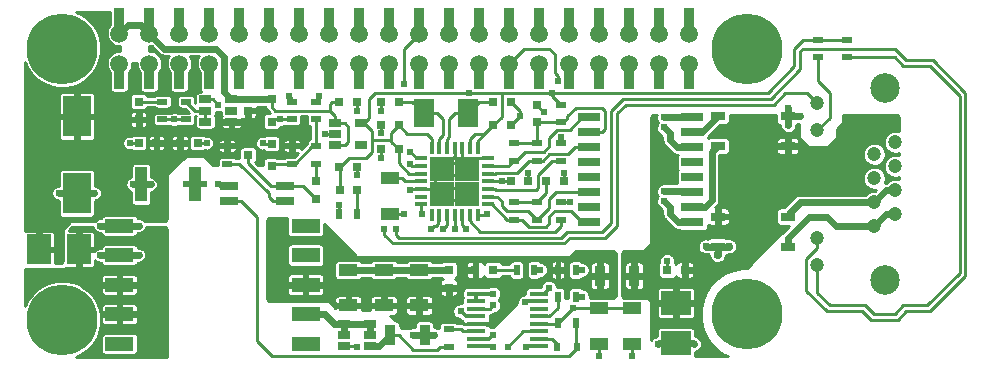
<source format=gtl>
G04 #@! TF.FileFunction,Copper,L1,Top,Signal*
%FSLAX46Y46*%
G04 Gerber Fmt 4.6, Leading zero omitted, Abs format (unit mm)*
G04 Created by KiCad (PCBNEW 4.0.2-stable) date Sunday, October 09, 2016 'PMt' 11:06:17 PM*
%MOMM*%
G01*
G04 APERTURE LIST*
%ADD10C,0.100000*%
%ADD11C,1.198880*%
%ADD12C,2.499360*%
%ADD13R,1.700000X2.400000*%
%ADD14R,1.500000X0.800000*%
%ADD15R,0.800000X0.750000*%
%ADD16R,1.600000X1.000000*%
%ADD17R,0.750000X0.800000*%
%ADD18R,1.198880X0.800100*%
%ADD19R,0.599440X0.800100*%
%ADD20R,0.797560X0.797560*%
%ADD21C,6.000000*%
%ADD22R,0.370000X1.000000*%
%ADD23R,1.000000X0.370000*%
%ADD24R,1.062500X1.062500*%
%ADD25R,0.900000X1.700000*%
%ADD26R,0.900000X0.500000*%
%ADD27R,1.060000X0.650000*%
%ADD28R,0.800100X0.800100*%
%ADD29R,0.500000X0.900000*%
%ADD30R,1.600000X0.410000*%
%ADD31R,2.500000X2.000000*%
%ADD32R,2.000000X2.500000*%
%ADD33R,1.910000X0.760000*%
%ADD34R,2.400300X3.500120*%
%ADD35R,1.000000X3.000000*%
%ADD36R,2.400000X1.220000*%
%ADD37R,0.889000X1.680000*%
%ADD38C,1.500000*%
%ADD39C,0.609600*%
%ADD40C,0.254000*%
%ADD41C,0.558800*%
%ADD42C,0.304800*%
G04 APERTURE END LIST*
D10*
D11*
X74055880Y-13478540D03*
X74055880Y-11449080D03*
X72275340Y-12462540D03*
X72275340Y-14492000D03*
X74055880Y-15508000D03*
X72275340Y-16521460D03*
X74055880Y-17537460D03*
X72275340Y-18550920D03*
D12*
X73166880Y-23120380D03*
X73166880Y-6879620D03*
D11*
X67456960Y-21860540D03*
X67456960Y-19569460D03*
X67456960Y-10430540D03*
X67456960Y-8139460D03*
D13*
X37850000Y-9000000D03*
X34150000Y-9000000D03*
D14*
X17650000Y-16385000D03*
X22350000Y-16385000D03*
X17650000Y-15115000D03*
X22350000Y-15115000D03*
D15*
X56250000Y-22250000D03*
X54750000Y-22250000D03*
X41500000Y-8000000D03*
X40000000Y-8000000D03*
X30500000Y-8000000D03*
X32000000Y-8000000D03*
D16*
X27750000Y-25250000D03*
X27750000Y-22250000D03*
D15*
X41500000Y-14750000D03*
X43000000Y-14750000D03*
X40000000Y-10000000D03*
X41500000Y-10000000D03*
X32000000Y-10000000D03*
X30500000Y-10000000D03*
X32000000Y-12000000D03*
X30500000Y-12000000D03*
D17*
X25000000Y-16250000D03*
X25000000Y-14750000D03*
D15*
X11500000Y-11500000D03*
X10000000Y-11500000D03*
X13500000Y-11500000D03*
X15000000Y-11500000D03*
D17*
X43750000Y-8250000D03*
X43750000Y-9750000D03*
D15*
X27000000Y-8000000D03*
X28500000Y-8000000D03*
X27000000Y-13500000D03*
X28500000Y-13500000D03*
X44500000Y-14750000D03*
X46000000Y-14750000D03*
D18*
X59051060Y-9230000D03*
X59053600Y-11770000D03*
X64948940Y-11770000D03*
X64946400Y-9230000D03*
X64948940Y-20270000D03*
X64946400Y-17730000D03*
X59051060Y-17730000D03*
X59053600Y-20270000D03*
D19*
X47100900Y-28750000D03*
X45399100Y-28750000D03*
D20*
X10000000Y-9499300D03*
X10000000Y-8000700D03*
X27000700Y-15500000D03*
X28499300Y-15500000D03*
D21*
X3500000Y-26500000D03*
X3500000Y-3500000D03*
X61500000Y-26000000D03*
X61500000Y-3500000D03*
D22*
X34800000Y-17600000D03*
X35450000Y-17600000D03*
X36100000Y-17600000D03*
X36750000Y-17600000D03*
X37400000Y-17600000D03*
X38050000Y-17600000D03*
X38700000Y-17600000D03*
D23*
X39600000Y-16700000D03*
X39600000Y-16050000D03*
X39600000Y-15400000D03*
X39600000Y-14750000D03*
X39600000Y-14100000D03*
X39600000Y-13450000D03*
X39600000Y-12800000D03*
D22*
X38700000Y-11900000D03*
X38050000Y-11900000D03*
X37400000Y-11900000D03*
X36750000Y-11900000D03*
X36100000Y-11900000D03*
X35450000Y-11900000D03*
X34800000Y-11900000D03*
D23*
X33900000Y-12800000D03*
X33900000Y-13450000D03*
X33900000Y-14100000D03*
X33900000Y-14750000D03*
X33900000Y-15400000D03*
X33900000Y-16050000D03*
X33900000Y-16700000D03*
D24*
X38343750Y-13156250D03*
X37281250Y-13156250D03*
X36218750Y-13156250D03*
X35156250Y-13156250D03*
X38343750Y-14218750D03*
X37281250Y-14218750D03*
X36218750Y-14218750D03*
X35156250Y-14218750D03*
X38343750Y-15281250D03*
X37281250Y-15281250D03*
X36218750Y-15281250D03*
X35156250Y-15281250D03*
X38343750Y-16343750D03*
X37281250Y-16343750D03*
X36218750Y-16343750D03*
X35156250Y-16343750D03*
D25*
X51950000Y-22750000D03*
X49050000Y-22750000D03*
D26*
X45750000Y-9750000D03*
X45750000Y-8250000D03*
D27*
X27400000Y-26800000D03*
X27400000Y-27750000D03*
X27400000Y-28700000D03*
X29600000Y-28700000D03*
X29600000Y-26800000D03*
X29600000Y-27750000D03*
X17850000Y-9700000D03*
X17850000Y-8750000D03*
X17850000Y-7800000D03*
X15650000Y-7800000D03*
X15650000Y-9700000D03*
X15650000Y-8750000D03*
D28*
X21250760Y-9700000D03*
X21250760Y-7800000D03*
X19251780Y-8750000D03*
D29*
X45500000Y-24500000D03*
X47000000Y-24500000D03*
X45500000Y-22250000D03*
X47000000Y-22250000D03*
D26*
X45750000Y-18000000D03*
X45750000Y-16500000D03*
X36250000Y-28750000D03*
X36250000Y-27250000D03*
D25*
X31300000Y-27750000D03*
X34200000Y-27750000D03*
D29*
X45500000Y-26750000D03*
X47000000Y-26750000D03*
D26*
X45750000Y-11500000D03*
X45750000Y-13000000D03*
X17500000Y-11750000D03*
X17500000Y-13250000D03*
X25000000Y-11750000D03*
X25000000Y-13250000D03*
X23000000Y-11750000D03*
X23000000Y-13250000D03*
X25000000Y-9500000D03*
X25000000Y-8000000D03*
X12000000Y-8000000D03*
X12000000Y-9500000D03*
X41750000Y-11500000D03*
X41750000Y-13000000D03*
X14000000Y-8000000D03*
X14000000Y-9500000D03*
X43750000Y-11500000D03*
X43750000Y-13000000D03*
X43750000Y-16500000D03*
X43750000Y-18000000D03*
X23000000Y-9500000D03*
X23000000Y-8000000D03*
X70000000Y-4250000D03*
X70000000Y-2750000D03*
X67500000Y-4250000D03*
X67500000Y-2750000D03*
D29*
X28500000Y-17500000D03*
X27000000Y-17500000D03*
D26*
X41750000Y-16500000D03*
X41750000Y-18000000D03*
D28*
X21250760Y-13450000D03*
X21250760Y-11550000D03*
X19251780Y-12500000D03*
D30*
X43904300Y-28722500D03*
X43904300Y-28087500D03*
X43904300Y-27452500D03*
X43904300Y-26817500D03*
X43904300Y-26182500D03*
X43904300Y-25547500D03*
X43904300Y-24912500D03*
X43904300Y-24277500D03*
X38595700Y-24277500D03*
X38595700Y-24912500D03*
X38595700Y-25547500D03*
X38595700Y-26182500D03*
X38595700Y-26817500D03*
X38595700Y-27452500D03*
X38595700Y-28087500D03*
X38595700Y-28722500D03*
D27*
X26650000Y-9800000D03*
X26650000Y-10750000D03*
X26650000Y-11700000D03*
X28850000Y-11700000D03*
X28850000Y-9800000D03*
D31*
X55500000Y-28450000D03*
X55500000Y-25050000D03*
D32*
X4950000Y-20500000D03*
X1550000Y-20500000D03*
D16*
X49000000Y-25500000D03*
X49000000Y-28500000D03*
X31250000Y-17500000D03*
X31250000Y-14500000D03*
X30750000Y-25250000D03*
X30750000Y-22250000D03*
X33750000Y-25250000D03*
X33750000Y-22250000D03*
D17*
X36250000Y-23750000D03*
X36250000Y-22250000D03*
D16*
X51750000Y-25500000D03*
X51750000Y-28500000D03*
D20*
X38500700Y-22250000D03*
X39999300Y-22250000D03*
D29*
X42000000Y-22250000D03*
X43500000Y-22250000D03*
D33*
X48115000Y-9305000D03*
X48115000Y-10575000D03*
X48115000Y-11845000D03*
X48115000Y-13115000D03*
X48115000Y-14385000D03*
X48115000Y-15655000D03*
X48115000Y-16925000D03*
X48115000Y-18195000D03*
X56885000Y-18195000D03*
X56885000Y-16925000D03*
X56885000Y-15655000D03*
X56885000Y-14385000D03*
X56885000Y-13115000D03*
X56885000Y-11845000D03*
X56885000Y-10575000D03*
X56885000Y-9305000D03*
D34*
X4750000Y-9248800D03*
X4750000Y-15751200D03*
D35*
X10200000Y-15000000D03*
X14800000Y-15000000D03*
D36*
X8370000Y-28500000D03*
X24130000Y-28500000D03*
X8370000Y-26000000D03*
X24130000Y-26000000D03*
X8370000Y-23500000D03*
X24130000Y-23500000D03*
X8370000Y-21000000D03*
X24130000Y-21000000D03*
X8370000Y-18500000D03*
X24130000Y-18500000D03*
D37*
X8370000Y-6080000D03*
X8370000Y-920000D03*
X10910000Y-6080000D03*
X10910000Y-920000D03*
X13450000Y-6080000D03*
X13450000Y-920000D03*
X15990000Y-6080000D03*
X15990000Y-920000D03*
X18530000Y-6080000D03*
X18530000Y-920000D03*
X21070000Y-6080000D03*
X21070000Y-920000D03*
X23610000Y-6080000D03*
X23610000Y-920000D03*
X26150000Y-6080000D03*
X26150000Y-920000D03*
X28690000Y-6080000D03*
X28690000Y-920000D03*
X31230000Y-6080000D03*
X31230000Y-920000D03*
X33770000Y-6080000D03*
X33770000Y-920000D03*
X36310000Y-6080000D03*
X36310000Y-920000D03*
X38850000Y-6080000D03*
X38850000Y-920000D03*
D38*
X8370000Y-4770000D03*
X8370000Y-2230000D03*
X10910000Y-4770000D03*
X13450000Y-4770000D03*
X15990000Y-4770000D03*
X18530000Y-4770000D03*
X21070000Y-4770000D03*
X23610000Y-4770000D03*
X26150000Y-4770000D03*
X28690000Y-4770000D03*
X31230000Y-4770000D03*
X33770000Y-4770000D03*
X36310000Y-4770000D03*
X38850000Y-4770000D03*
X10910000Y-2230000D03*
X13450000Y-2230000D03*
X15990000Y-2230000D03*
X18530000Y-2230000D03*
X21070000Y-2230000D03*
X23610000Y-2230000D03*
X26150000Y-2230000D03*
X28690000Y-2230000D03*
X31230000Y-2230000D03*
X33770000Y-2230000D03*
X36310000Y-2230000D03*
X38850000Y-2230000D03*
X41390000Y-4770000D03*
X43930000Y-4770000D03*
X46470000Y-4770000D03*
X49010000Y-4770000D03*
X51550000Y-4770000D03*
X54090000Y-4770000D03*
X56630000Y-4770000D03*
X56630000Y-2230000D03*
X54090000Y-2230000D03*
X51550000Y-2230000D03*
X49010000Y-2230000D03*
X46470000Y-2230000D03*
X43930000Y-2230000D03*
X41390000Y-2230000D03*
D37*
X41390000Y-6080000D03*
X43930000Y-6080000D03*
X46470000Y-6080000D03*
X49010000Y-6080000D03*
X51550000Y-6080000D03*
X54090000Y-6080000D03*
X56630000Y-6080000D03*
X56630000Y-920000D03*
X54090000Y-920000D03*
X51550000Y-920000D03*
X49010000Y-920000D03*
X46470000Y-920000D03*
X43930000Y-920000D03*
X41390000Y-920000D03*
D39*
X13000000Y-9500000D03*
X6250000Y-15750000D03*
X3250000Y-15750000D03*
X44295859Y-8871593D03*
X42250000Y-9250000D03*
X30500000Y-10614990D03*
X35114990Y-14216625D03*
X35114990Y-13150963D03*
X35114990Y-15280474D03*
X35114990Y-16338394D03*
X38385010Y-13150963D03*
X38385010Y-14216625D03*
X38385010Y-15250000D03*
X38385010Y-16338394D03*
X32500000Y-17500000D03*
X20500000Y-11500000D03*
X27000000Y-16750000D03*
X25250000Y-7500000D03*
X22750000Y-7500000D03*
X30500000Y-8750000D03*
X28500000Y-8750000D03*
X25750000Y-10750000D03*
X30500000Y-12750000D03*
X28500000Y-14250000D03*
X9500000Y-15000000D03*
X11000000Y-15000000D03*
X15750000Y-11500000D03*
X9250000Y-11500000D03*
X10000000Y-21000000D03*
X6750000Y-21000000D03*
X10000000Y-18500000D03*
X6750000Y-18500000D03*
X45750000Y-11000000D03*
X33000000Y-15500000D03*
X46000000Y-14000000D03*
X43000000Y-14000000D03*
X39500000Y-17500000D03*
X44750000Y-23750000D03*
X16750000Y-15000000D03*
X15500000Y-15000000D03*
X14000000Y-15000000D03*
X29250000Y-22250000D03*
X35250000Y-22250000D03*
X32250000Y-22250000D03*
X40000000Y-24250000D03*
X33250000Y-27750000D03*
X35000000Y-27750000D03*
X40000000Y-28750000D03*
X40000000Y-27750000D03*
X42750000Y-28750000D03*
X51750000Y-29500000D03*
X49000000Y-29500000D03*
X38000000Y-7250201D03*
X45000000Y-7250201D03*
X46500000Y-16500000D03*
X40750000Y-14750000D03*
X41250000Y-28750000D03*
X28500000Y-28750000D03*
X17250000Y-7000000D03*
X34750000Y-18750000D03*
X35794479Y-18780732D03*
X36750000Y-18750000D03*
X37750000Y-18750000D03*
X34000000Y-17500000D03*
X32500000Y-6500000D03*
X45500000Y-6250000D03*
X22000000Y-9500000D03*
X16750000Y-8250000D03*
X54750000Y-21500000D03*
X54000000Y-28500000D03*
X57000000Y-28500000D03*
X37250000Y-25750000D03*
X47500000Y-24500000D03*
X42739058Y-24989422D03*
X60000000Y-20250000D03*
X58000000Y-20250000D03*
X65000000Y-10000000D03*
X65000000Y-8500000D03*
X59000000Y-21000000D03*
X66000000Y-9250000D03*
X46750000Y-25500000D03*
X47500000Y-22250000D03*
X31750000Y-18750000D03*
X33000000Y-12250000D03*
X30750000Y-18750000D03*
X32976504Y-13265566D03*
X54500000Y-15568200D03*
X54500000Y-9318200D03*
X54500000Y-10181800D03*
X54500000Y-16431800D03*
X44000000Y-22250000D03*
X40000000Y-25250000D03*
D40*
X14000000Y-9500000D02*
X13000000Y-9500000D01*
X12000000Y-9500000D02*
X13000000Y-9500000D01*
D41*
X4750000Y-15751200D02*
X6248800Y-15751200D01*
D40*
X6248800Y-15751200D02*
X6250000Y-15750000D01*
D41*
X4750000Y-15751200D02*
X3251200Y-15751200D01*
D40*
X3251200Y-15751200D02*
X3250000Y-15750000D01*
X43750000Y-8250000D02*
X43750000Y-8325734D01*
X43750000Y-8325734D02*
X44295859Y-8871593D01*
X42250000Y-9250000D02*
X42250000Y-8750000D01*
X42250000Y-8750000D02*
X41500000Y-8000000D01*
X41500000Y-10000000D02*
X42250000Y-9250000D01*
X30500000Y-10000000D02*
X30500000Y-10614990D01*
X35120277Y-13156250D02*
X35114990Y-13150963D01*
X36218750Y-14218750D02*
X35117115Y-14218750D01*
X35114990Y-15280474D02*
X35114990Y-14216625D01*
X35115766Y-15281250D02*
X35114990Y-15280474D01*
X36218750Y-15281250D02*
X35115766Y-15281250D01*
X35117115Y-14218750D02*
X35114990Y-14216625D01*
X33900000Y-15400000D02*
X34995464Y-15400000D01*
X34995464Y-15400000D02*
X35114990Y-15280474D01*
X36218750Y-13156250D02*
X35120277Y-13156250D01*
X36218750Y-16343750D02*
X35120346Y-16343750D01*
X35120346Y-16343750D02*
X35114990Y-16338394D01*
X38379723Y-13156250D02*
X38385010Y-13150963D01*
X38385010Y-14216625D02*
X38385010Y-13150963D01*
X38735973Y-12800000D02*
X38689809Y-12846164D01*
X39600000Y-12800000D02*
X38735973Y-12800000D01*
X38689809Y-12846164D02*
X38385010Y-13150963D01*
X38343750Y-16297134D02*
X38385010Y-16338394D01*
X37281250Y-14218750D02*
X38382885Y-14218750D01*
X37281250Y-13156250D02*
X38379723Y-13156250D01*
X38382885Y-14218750D02*
X38385010Y-14216625D01*
X37281250Y-16343750D02*
X38379654Y-16343750D01*
X38379654Y-16343750D02*
X38385010Y-16338394D01*
X38343750Y-15281250D02*
X38343750Y-16297134D01*
X31250000Y-17500000D02*
X32500000Y-17500000D01*
X21250760Y-11550000D02*
X20550000Y-11550000D01*
X20550000Y-11550000D02*
X20500000Y-11500000D01*
X27000000Y-17500000D02*
X27000000Y-16750000D01*
X25000000Y-8000000D02*
X25000000Y-7750000D01*
X25000000Y-7750000D02*
X25250000Y-7500000D01*
X23000000Y-8000000D02*
X23000000Y-7750000D01*
X23000000Y-7750000D02*
X22750000Y-7500000D01*
X30500000Y-8000000D02*
X30500000Y-8750000D01*
X28500000Y-8000000D02*
X28500000Y-8750000D01*
X26650000Y-10750000D02*
X25750000Y-10750000D01*
X30500000Y-12000000D02*
X30500000Y-12750000D01*
X28500000Y-13500000D02*
X28500000Y-14250000D01*
D41*
X10200000Y-15000000D02*
X9500000Y-15000000D01*
X10200000Y-15000000D02*
X11000000Y-15000000D01*
D40*
X15000000Y-11500000D02*
X15750000Y-11500000D01*
X10000000Y-11500000D02*
X9250000Y-11500000D01*
D41*
X8370000Y-21000000D02*
X10000000Y-21000000D01*
X8370000Y-21000000D02*
X6750000Y-21000000D01*
X8370000Y-18500000D02*
X10000000Y-18500000D01*
X8370000Y-18500000D02*
X6750000Y-18500000D01*
D40*
X37400000Y-11900000D02*
X37400000Y-13037500D01*
X37400000Y-13037500D02*
X37281250Y-13156250D01*
X36750000Y-11900000D02*
X36750000Y-12625000D01*
X36750000Y-12625000D02*
X36218750Y-13156250D01*
X45750000Y-11500000D02*
X45750000Y-11000000D01*
X33900000Y-15400000D02*
X33100000Y-15400000D01*
X33100000Y-15400000D02*
X33000000Y-15500000D01*
X37281250Y-16343750D02*
X36218750Y-16343750D01*
X37281250Y-15281250D02*
X38343750Y-15281250D01*
X36218750Y-15281250D02*
X37281250Y-15281250D01*
X36218750Y-14218750D02*
X37281250Y-14218750D01*
X36218750Y-13156250D02*
X37281250Y-13156250D01*
X46000000Y-14750000D02*
X46000000Y-14000000D01*
X43000000Y-14750000D02*
X43000000Y-14000000D01*
X56630000Y-6080000D02*
X56630000Y-4770000D01*
X49010000Y-920000D02*
X49010000Y-2230000D01*
X43930000Y-920000D02*
X43930000Y-2230000D01*
X38850000Y-4770000D02*
X38850000Y-6080000D01*
X31230000Y-2230000D02*
X31230000Y-920000D01*
X23610000Y-920000D02*
X23610000Y-2230000D01*
X18530000Y-4770000D02*
X18530000Y-6080000D01*
X13450000Y-920000D02*
X13450000Y-2230000D01*
X38700000Y-17600000D02*
X39400000Y-17600000D01*
X39400000Y-17600000D02*
X39500000Y-17500000D01*
X38700000Y-17600000D02*
X38700000Y-17700000D01*
X43904300Y-24277500D02*
X44222500Y-24277500D01*
X44222500Y-24277500D02*
X44750000Y-23750000D01*
X17650000Y-15115000D02*
X16865000Y-15115000D01*
X16865000Y-15115000D02*
X16750000Y-15000000D01*
X14800000Y-15000000D02*
X15500000Y-15000000D01*
X14800000Y-15000000D02*
X14000000Y-15000000D01*
D41*
X30750000Y-22250000D02*
X29250000Y-22250000D01*
X27750000Y-22250000D02*
X29250000Y-22250000D01*
X36250000Y-22250000D02*
X35250000Y-22250000D01*
X33750000Y-22250000D02*
X35250000Y-22250000D01*
X33750000Y-22250000D02*
X32250000Y-22250000D01*
X30750000Y-22250000D02*
X32250000Y-22250000D01*
D42*
X38595700Y-24912500D02*
X38595700Y-24277500D01*
X38595700Y-24277500D02*
X39972500Y-24277500D01*
X39972500Y-24277500D02*
X40000000Y-24250000D01*
D41*
X34200000Y-27750000D02*
X33250000Y-27750000D01*
X34200000Y-27750000D02*
X35000000Y-27750000D01*
D42*
X38595700Y-28722500D02*
X39972500Y-28722500D01*
X39972500Y-28722500D02*
X40000000Y-28750000D01*
X38595700Y-28087500D02*
X39662500Y-28087500D01*
X39662500Y-28087500D02*
X40000000Y-27750000D01*
X43904300Y-28722500D02*
X42777500Y-28722500D01*
X42777500Y-28722500D02*
X42750000Y-28750000D01*
D40*
X51750000Y-28500000D02*
X51750000Y-29500000D01*
X49000000Y-28500000D02*
X49000000Y-29500000D01*
X45000000Y-7250201D02*
X45000000Y-7500000D01*
X45000000Y-7500000D02*
X45750000Y-8250000D01*
X45000000Y-7250201D02*
X43250000Y-7250201D01*
X67500000Y-2750000D02*
X66250000Y-2750000D01*
X66250000Y-2750000D02*
X65500000Y-3500000D01*
X65500000Y-3500000D02*
X65500000Y-5000000D01*
X65500000Y-5000000D02*
X63249799Y-7250201D01*
X63249799Y-7250201D02*
X45500000Y-7250201D01*
X45500000Y-7250201D02*
X45000000Y-7250201D01*
X32000000Y-10000000D02*
X31379000Y-10621000D01*
X31379000Y-10621000D02*
X31379000Y-11250000D01*
X32000000Y-12000000D02*
X31379000Y-11379000D01*
X31379000Y-11379000D02*
X31379000Y-11250000D01*
X29710201Y-12289799D02*
X29710201Y-11250000D01*
X29710201Y-11250000D02*
X29710201Y-10455201D01*
X29710201Y-11250000D02*
X31379000Y-11250000D01*
X29250000Y-12750000D02*
X29710201Y-12289799D01*
X29710201Y-10455201D02*
X29055000Y-9800000D01*
X29055000Y-9800000D02*
X28850000Y-9800000D01*
X27775000Y-12750000D02*
X29250000Y-12750000D01*
X27000000Y-13500000D02*
X27025000Y-13500000D01*
X27025000Y-13500000D02*
X27775000Y-12750000D01*
X40750000Y-14750000D02*
X39600000Y-14750000D01*
X38700000Y-11300000D02*
X39250000Y-10750000D01*
X39250000Y-10750000D02*
X40000000Y-10000000D01*
X38446000Y-10750000D02*
X39250000Y-10750000D01*
X38050000Y-11900000D02*
X38050000Y-11146000D01*
X38050000Y-11146000D02*
X38446000Y-10750000D01*
X38700000Y-11900000D02*
X38700000Y-11300000D01*
X38000000Y-7250201D02*
X30000000Y-7250201D01*
X29500000Y-9355000D02*
X29500000Y-7750201D01*
X29500000Y-7750201D02*
X30000000Y-7250201D01*
X29055000Y-9800000D02*
X29500000Y-9355000D01*
X32000000Y-13228866D02*
X32000000Y-12629000D01*
X32871134Y-14100000D02*
X32000000Y-13228866D01*
X33900000Y-14100000D02*
X32871134Y-14100000D01*
X32000000Y-12629000D02*
X32000000Y-12000000D01*
X27000700Y-15500000D02*
X27000700Y-13500700D01*
X27000700Y-13500700D02*
X27000000Y-13500000D01*
X32000000Y-10000000D02*
X32750000Y-10750000D01*
X32750000Y-10750000D02*
X34404000Y-10750000D01*
X34404000Y-10750000D02*
X34800000Y-11146000D01*
X34800000Y-11146000D02*
X34800000Y-11900000D01*
X67500000Y-2750000D02*
X70000000Y-2750000D01*
X38000000Y-7250201D02*
X40750000Y-7250201D01*
X43250000Y-7250201D02*
X40750000Y-7250201D01*
X45750000Y-16500000D02*
X46500000Y-16500000D01*
X40750000Y-14750000D02*
X41500000Y-14750000D01*
X40750000Y-9275000D02*
X40750000Y-7250201D01*
X40000000Y-10000000D02*
X40025000Y-10000000D01*
X40025000Y-10000000D02*
X40750000Y-9275000D01*
X31250000Y-14500000D02*
X32304000Y-14500000D01*
X32304000Y-14500000D02*
X32554000Y-14750000D01*
X32554000Y-14750000D02*
X33146000Y-14750000D01*
X33146000Y-14750000D02*
X33900000Y-14750000D01*
X25000000Y-14750000D02*
X25000000Y-13250000D01*
D41*
X56885000Y-10575000D02*
X57706060Y-10575000D01*
X57706060Y-10575000D02*
X59051060Y-9230000D01*
X59053600Y-11770000D02*
X58980000Y-11770000D01*
X58980000Y-11770000D02*
X58500000Y-12250000D01*
X58500000Y-16335122D02*
X58500000Y-12250000D01*
X56885000Y-16925000D02*
X57910122Y-16925000D01*
X57910122Y-16925000D02*
X58500000Y-16335122D01*
X64948940Y-19551060D02*
X66750000Y-17750000D01*
X66750000Y-17750000D02*
X68250000Y-17750000D01*
X64948940Y-20270000D02*
X64948940Y-19551060D01*
X72275340Y-18550920D02*
X69050920Y-18550920D01*
X69050920Y-18550920D02*
X68250000Y-17750000D01*
X74055880Y-17537460D02*
X73288800Y-17537460D01*
X73288800Y-17537460D02*
X72275340Y-18550920D01*
X72275340Y-16521460D02*
X66500000Y-16521460D01*
X64946400Y-17553600D02*
X65978540Y-16521460D01*
X65978540Y-16521460D02*
X66500000Y-16521460D01*
X64946400Y-17730000D02*
X64946400Y-17553600D01*
X74055880Y-15508000D02*
X73288800Y-15508000D01*
X73288800Y-15508000D02*
X72275340Y-16521460D01*
D40*
X45399100Y-28750000D02*
X45399100Y-28528300D01*
X45399100Y-28528300D02*
X44958300Y-28087500D01*
X44958300Y-28087500D02*
X43904300Y-28087500D01*
X41750000Y-18000000D02*
X41215000Y-18000000D01*
X39600000Y-16700000D02*
X39915000Y-16700000D01*
X39915000Y-16700000D02*
X41215000Y-18000000D01*
X48115000Y-18195000D02*
X47540000Y-18195000D01*
X47540000Y-18195000D02*
X46595000Y-17250000D01*
X46595000Y-17250000D02*
X45205638Y-17250000D01*
X41750000Y-18000000D02*
X42454000Y-18000000D01*
X42454000Y-18000000D02*
X43034201Y-18580201D01*
X43034201Y-18580201D02*
X44464161Y-18580201D01*
X44464161Y-18580201D02*
X44750000Y-18294362D01*
X44750000Y-18294362D02*
X44750000Y-17705638D01*
X44750000Y-17705638D02*
X45205638Y-17250000D01*
X41205638Y-17250000D02*
X40750000Y-16794362D01*
X39600000Y-16050000D02*
X40354000Y-16050000D01*
X40354000Y-16050000D02*
X40750000Y-16446000D01*
X40750000Y-16446000D02*
X40750000Y-16794362D01*
X48115000Y-15655000D02*
X45300638Y-15655000D01*
X43750000Y-18000000D02*
X43000000Y-17250000D01*
X43000000Y-17250000D02*
X41205638Y-17250000D01*
X44750000Y-16205638D02*
X45300638Y-15655000D01*
X43750000Y-18000000D02*
X44750000Y-17000000D01*
X44750000Y-17000000D02*
X44750000Y-16205638D01*
X40150000Y-15400000D02*
X40250000Y-15500000D01*
X40250000Y-15500000D02*
X43619362Y-15500000D01*
X39600000Y-15400000D02*
X40150000Y-15400000D01*
X43619362Y-15500000D02*
X43769799Y-15349563D01*
X43769799Y-15349563D02*
X43769799Y-14230201D01*
X43769799Y-14230201D02*
X45000000Y-13000000D01*
X45000000Y-13000000D02*
X45750000Y-13000000D01*
X40250000Y-14000000D02*
X42046000Y-14000000D01*
X39600000Y-14100000D02*
X40150000Y-14100000D01*
X40150000Y-14100000D02*
X40250000Y-14000000D01*
X46000000Y-12419799D02*
X44771156Y-12419799D01*
X48115000Y-11845000D02*
X46906000Y-11845000D01*
X46906000Y-11845000D02*
X46331201Y-12419799D01*
X46331201Y-12419799D02*
X46000000Y-12419799D01*
X44190955Y-13000000D02*
X43750000Y-13000000D01*
X44771156Y-12419799D02*
X44190955Y-13000000D01*
X43046000Y-13000000D02*
X43750000Y-13000000D01*
X42046000Y-14000000D02*
X43046000Y-13000000D01*
X39600000Y-13450000D02*
X41300000Y-13450000D01*
X41750000Y-13000000D02*
X41950000Y-13000000D01*
X41950000Y-13000000D02*
X42700000Y-12250000D01*
X44294362Y-12250000D02*
X44750000Y-11794362D01*
X42700000Y-12250000D02*
X44294362Y-12250000D01*
X44750000Y-11794362D02*
X44750000Y-11060196D01*
X44750000Y-11060196D02*
X45445198Y-10364998D01*
X45445198Y-10364998D02*
X46480002Y-10364998D01*
X46480002Y-10364998D02*
X47540000Y-9305000D01*
X47540000Y-9305000D02*
X48115000Y-9305000D01*
X41300000Y-13450000D02*
X41750000Y-13000000D01*
X38935002Y-19000000D02*
X42809045Y-19000000D01*
X42809045Y-19000000D02*
X42846457Y-19037412D01*
X42846457Y-19037412D02*
X45216588Y-19037412D01*
X38050000Y-18114998D02*
X38935002Y-19000000D01*
X45216588Y-19037412D02*
X45750000Y-18504000D01*
X38050000Y-17600000D02*
X38050000Y-18114998D01*
X45750000Y-18504000D02*
X45750000Y-18000000D01*
X41250000Y-28750000D02*
X42547500Y-27452500D01*
X42547500Y-27452500D02*
X43904300Y-27452500D01*
X27400000Y-28700000D02*
X28450000Y-28700000D01*
X28450000Y-28700000D02*
X28500000Y-28750000D01*
X43904300Y-26182500D02*
X44773138Y-26182500D01*
X44773138Y-26182500D02*
X45500000Y-25455638D01*
X45500000Y-25455638D02*
X45500000Y-25204000D01*
X45500000Y-25204000D02*
X45500000Y-24500000D01*
X45750000Y-9750000D02*
X45950000Y-9750000D01*
X49239362Y-8500000D02*
X49500000Y-8760638D01*
X45950000Y-9750000D02*
X46250000Y-9450000D01*
X49500000Y-10325000D02*
X49250000Y-10575000D01*
X46250000Y-9450000D02*
X46250000Y-9250000D01*
X49250000Y-10575000D02*
X48437500Y-10575000D01*
X46250000Y-9250000D02*
X47000000Y-8500000D01*
X47000000Y-8500000D02*
X49239362Y-8500000D01*
X49500000Y-8760638D02*
X49500000Y-10325000D01*
X43750000Y-11500000D02*
X41750000Y-11500000D01*
X43750000Y-9750000D02*
X43750000Y-11500000D01*
X45750000Y-9750000D02*
X43750000Y-9750000D01*
X43750000Y-16500000D02*
X44500000Y-15750000D01*
X44500000Y-15750000D02*
X44500000Y-14750000D01*
X41750000Y-16500000D02*
X43750000Y-16500000D01*
X28690000Y-4770000D02*
X28690000Y-6080000D01*
X27000000Y-8000000D02*
X26346000Y-8000000D01*
X26346000Y-8000000D02*
X26179000Y-8167000D01*
X26179000Y-8167000D02*
X26179000Y-8750000D01*
X26650000Y-9800000D02*
X26650000Y-9221000D01*
X26650000Y-9221000D02*
X26179000Y-8750000D01*
X26179000Y-8750000D02*
X21546710Y-8750000D01*
X21546710Y-8750000D02*
X21250760Y-8454050D01*
X21250760Y-8454050D02*
X21250760Y-7800000D01*
X21250760Y-7800000D02*
X21300000Y-7800000D01*
D41*
X17850000Y-7800000D02*
X21250760Y-7800000D01*
X17250000Y-4205750D02*
X17250000Y-7200000D01*
X17250000Y-7200000D02*
X17850000Y-7800000D01*
X12180000Y-3500000D02*
X16544250Y-3500000D01*
X16544250Y-3500000D02*
X17250000Y-4205750D01*
X10910000Y-2230000D02*
X12180000Y-3500000D01*
D40*
X27750000Y-11384000D02*
X27750000Y-10116000D01*
X27750000Y-10116000D02*
X27434000Y-9800000D01*
X27434000Y-9800000D02*
X26650000Y-9800000D01*
X26650000Y-11700000D02*
X27434000Y-11700000D01*
X27434000Y-11700000D02*
X27750000Y-11384000D01*
X10910000Y-920000D02*
X10910000Y-2230000D01*
X8370000Y-920000D02*
X8370000Y-2230000D01*
D41*
X8370000Y-2230000D02*
X9119999Y-1480001D01*
X9119999Y-1480001D02*
X10160001Y-1480001D01*
X10160001Y-1480001D02*
X10910000Y-2230000D01*
D40*
X12000000Y-8000000D02*
X10000700Y-8000000D01*
X10000700Y-8000000D02*
X10000000Y-8000700D01*
X28500000Y-17500000D02*
X28500000Y-15500700D01*
X28500000Y-15500700D02*
X28499300Y-15500000D01*
X35450000Y-18050000D02*
X35315201Y-18184799D01*
X35315201Y-18184799D02*
X35315201Y-18364161D01*
X35315201Y-18364161D02*
X35179362Y-18500000D01*
X35179362Y-18500000D02*
X35000000Y-18500000D01*
X35450000Y-17600000D02*
X35450000Y-18050000D01*
X34750000Y-18750000D02*
X35000000Y-18500000D01*
X33770000Y-6080000D02*
X33770000Y-4770000D01*
X36099278Y-18475933D02*
X35794479Y-18780732D01*
X36100000Y-18475211D02*
X36099278Y-18475933D01*
X36100000Y-17600000D02*
X36100000Y-18475211D01*
X31230000Y-6080000D02*
X31230000Y-4770000D01*
X36750000Y-17600000D02*
X36750000Y-18750000D01*
X36310000Y-4770000D02*
X36310000Y-6080000D01*
X37400000Y-18400000D02*
X37750000Y-18750000D01*
X37400000Y-17600000D02*
X37400000Y-18400000D01*
X36310000Y-2230000D02*
X36310000Y-920000D01*
X8370000Y-6080000D02*
X8370000Y-4770000D01*
X10910000Y-6080000D02*
X10910000Y-4770000D01*
X13450000Y-6080000D02*
X13450000Y-4770000D01*
X15990000Y-6080000D02*
X15990000Y-4770000D01*
X15990000Y-920000D02*
X15990000Y-2230000D01*
X18530000Y-920000D02*
X18530000Y-2230000D01*
X21070000Y-6080000D02*
X21070000Y-4770000D01*
X21070000Y-2230000D02*
X21070000Y-920000D01*
X23610000Y-4770000D02*
X23610000Y-6080000D01*
X26150000Y-6080000D02*
X26150000Y-4770000D01*
X26150000Y-2230000D02*
X26150000Y-920000D01*
X28690000Y-920000D02*
X28690000Y-2230000D01*
X33900000Y-16700000D02*
X33900000Y-17400000D01*
X33900000Y-17400000D02*
X34000000Y-17500000D01*
X32500000Y-3500000D02*
X32500000Y-6500000D01*
X33770000Y-2230000D02*
X32500000Y-3500000D01*
X33770000Y-2230000D02*
X33770000Y-920000D01*
X38850000Y-920000D02*
X38850000Y-2230000D01*
X45500000Y-6250000D02*
X45500000Y-5818948D01*
X45500000Y-5818948D02*
X45250000Y-5568948D01*
X45250000Y-5568948D02*
X45250000Y-4000000D01*
X45250000Y-4000000D02*
X44750000Y-3500000D01*
X44750000Y-3500000D02*
X42660000Y-3500000D01*
X42660000Y-3500000D02*
X41390000Y-4770000D01*
X41390000Y-6080000D02*
X41390000Y-4770000D01*
X43930000Y-4770000D02*
X43930000Y-6080000D01*
X46470000Y-4770000D02*
X46470000Y-6080000D01*
X49010000Y-4770000D02*
X49010000Y-6080000D01*
X51550000Y-6080000D02*
X51550000Y-4770000D01*
X54090000Y-4770000D02*
X54090000Y-6080000D01*
X56630000Y-2230000D02*
X56630000Y-920000D01*
X54090000Y-920000D02*
X54090000Y-2230000D01*
X51550000Y-2230000D02*
X51550000Y-920000D01*
X46470000Y-2230000D02*
X46470000Y-920000D01*
X41390000Y-2230000D02*
X41390000Y-920000D01*
X22000000Y-9500000D02*
X21450760Y-9500000D01*
X21450760Y-9500000D02*
X21250760Y-9700000D01*
X23000000Y-9500000D02*
X22000000Y-9500000D01*
X15650000Y-7800000D02*
X16300000Y-7800000D01*
X16300000Y-7800000D02*
X16750000Y-8250000D01*
X15650000Y-8750000D02*
X14750000Y-8750000D01*
X15650000Y-8750000D02*
X15650000Y-9700000D01*
X14750000Y-8750000D02*
X14000000Y-8000000D01*
X54750000Y-22250000D02*
X54750000Y-21500000D01*
D41*
X55500000Y-28450000D02*
X54050000Y-28450000D01*
X54050000Y-28450000D02*
X54000000Y-28500000D01*
X55500000Y-28450000D02*
X56950000Y-28450000D01*
X56950000Y-28450000D02*
X57000000Y-28500000D01*
D40*
X38595700Y-26182500D02*
X37682500Y-26182500D01*
X37682500Y-26182500D02*
X37250000Y-25750000D01*
X47000000Y-24500000D02*
X47500000Y-24500000D01*
D42*
X43904300Y-24912500D02*
X42815980Y-24912500D01*
X42815980Y-24912500D02*
X42739058Y-24989422D01*
D41*
X59053600Y-20270000D02*
X59980000Y-20270000D01*
X59980000Y-20270000D02*
X60000000Y-20250000D01*
X59053600Y-20270000D02*
X58020000Y-20270000D01*
X58020000Y-20270000D02*
X58000000Y-20250000D01*
X64946400Y-9230000D02*
X64946400Y-9946400D01*
X64946400Y-9946400D02*
X65000000Y-10000000D01*
X64946400Y-9230000D02*
X64946400Y-8553600D01*
X64946400Y-8553600D02*
X65000000Y-8500000D01*
X59053600Y-20270000D02*
X59053600Y-20946400D01*
X59053600Y-20946400D02*
X59000000Y-21000000D01*
X64946400Y-9230000D02*
X65980000Y-9230000D01*
X65980000Y-9230000D02*
X66000000Y-9250000D01*
D40*
X36100000Y-11900000D02*
X36100000Y-11146000D01*
X36100000Y-11146000D02*
X36250000Y-10996000D01*
X36250000Y-10996000D02*
X36250000Y-9496000D01*
X36250000Y-9496000D02*
X36746000Y-9000000D01*
X36746000Y-9000000D02*
X37850000Y-9000000D01*
X40000000Y-8000000D02*
X38850000Y-8000000D01*
X38850000Y-8000000D02*
X37850000Y-9000000D01*
X35450000Y-11900000D02*
X35450000Y-11146000D01*
X35450000Y-11146000D02*
X35750000Y-10846000D01*
X35750000Y-10846000D02*
X35750000Y-9496000D01*
X35750000Y-9496000D02*
X35254000Y-9000000D01*
X35254000Y-9000000D02*
X34150000Y-9000000D01*
X32000000Y-8000000D02*
X33150000Y-8000000D01*
X33150000Y-8000000D02*
X34150000Y-9000000D01*
X47000000Y-22250000D02*
X47500000Y-22250000D01*
X45500000Y-26750000D02*
X46750000Y-25500000D01*
X46750000Y-25500000D02*
X49000000Y-25500000D01*
X43904300Y-26817500D02*
X45432500Y-26817500D01*
X45432500Y-26817500D02*
X45500000Y-26750000D01*
X51750000Y-25500000D02*
X49000000Y-25500000D01*
X38595700Y-26817500D02*
X39649700Y-26817500D01*
X39649700Y-26817500D02*
X39967200Y-26500000D01*
X38595700Y-26817500D02*
X37541700Y-26817500D01*
X37541700Y-26817500D02*
X37224200Y-26500000D01*
X25000000Y-16250000D02*
X25000000Y-16225000D01*
X25000000Y-16225000D02*
X23890000Y-15115000D01*
X23890000Y-15115000D02*
X23354000Y-15115000D01*
X22350000Y-15115000D02*
X23354000Y-15115000D01*
X22350000Y-15115000D02*
X21212730Y-15115000D01*
X21212730Y-15115000D02*
X19251780Y-13154050D01*
X19251780Y-13154050D02*
X19251780Y-12500000D01*
X47100900Y-28750000D02*
X47100900Y-28850330D01*
X20000000Y-17731000D02*
X18654000Y-16385000D01*
X47100900Y-28850330D02*
X46451230Y-29500000D01*
X46451230Y-29500000D02*
X21250000Y-29500000D01*
X21250000Y-29500000D02*
X20000000Y-28250000D01*
X18654000Y-16385000D02*
X17650000Y-16385000D01*
X20000000Y-28250000D02*
X20000000Y-17731000D01*
X47000000Y-26750000D02*
X47000000Y-28649100D01*
X47000000Y-28649100D02*
X47100900Y-28750000D01*
X77000000Y-25750000D02*
X80000000Y-22750000D01*
X67456960Y-20417196D02*
X66527319Y-21346837D01*
X67456960Y-19569460D02*
X67456960Y-20417196D01*
X49250000Y-19000000D02*
X46250000Y-19000000D01*
X66527319Y-21346837D02*
X66527319Y-24027319D01*
X80000000Y-22750000D02*
X80000000Y-7250000D01*
X66527319Y-24027319D02*
X68250000Y-25750000D01*
X68250000Y-25750000D02*
X71250000Y-25750000D01*
X71250000Y-25750000D02*
X72000000Y-26500000D01*
X72000000Y-26500000D02*
X74250000Y-26500000D01*
X66000000Y-5250000D02*
X63500000Y-7750000D01*
X74000000Y-3500000D02*
X66250000Y-3500000D01*
X74250000Y-26500000D02*
X75000000Y-25750000D01*
X80000000Y-7250000D02*
X77250000Y-4500000D01*
X75000000Y-25750000D02*
X77000000Y-25750000D01*
X77250000Y-4500000D02*
X75000000Y-4500000D01*
X75000000Y-4500000D02*
X74000000Y-3500000D01*
X50000000Y-18250000D02*
X49250000Y-19000000D01*
X31750000Y-19250000D02*
X31750000Y-18750000D01*
X66250000Y-3500000D02*
X66000000Y-3750000D01*
X32000000Y-19500000D02*
X31750000Y-19250000D01*
X66000000Y-3750000D02*
X66000000Y-5250000D01*
X63500000Y-7750000D02*
X51000000Y-7750000D01*
X51000000Y-7750000D02*
X50000000Y-8750000D01*
X50000000Y-8750000D02*
X50000000Y-18250000D01*
X46250000Y-19000000D02*
X45750000Y-19500000D01*
X45750000Y-19500000D02*
X32000000Y-19500000D01*
X33900000Y-12800000D02*
X33550000Y-12800000D01*
X33550000Y-12800000D02*
X33000000Y-12250000D01*
X30750000Y-18750000D02*
X30750000Y-19250000D01*
X30750000Y-19250000D02*
X31500000Y-20000000D01*
X31500000Y-20000000D02*
X46000000Y-20000000D01*
X46000000Y-20000000D02*
X46500000Y-19500000D01*
X46500000Y-19500000D02*
X49500000Y-19500000D01*
X49500000Y-19500000D02*
X50500000Y-18500000D01*
X50500000Y-9000000D02*
X51250000Y-8250000D01*
X50500000Y-18500000D02*
X50500000Y-9000000D01*
X51250000Y-8250000D02*
X63750000Y-8250000D01*
X63750000Y-8250000D02*
X64750000Y-7250000D01*
X64750000Y-7250000D02*
X66567500Y-7250000D01*
X66567500Y-7250000D02*
X67456960Y-8139460D01*
X33900000Y-13450000D02*
X33160938Y-13450000D01*
X33160938Y-13450000D02*
X32976504Y-13265566D01*
D41*
X56885000Y-15655000D02*
X56798200Y-15568200D01*
X56798200Y-15568200D02*
X54500000Y-15568200D01*
X56885000Y-9305000D02*
X54513200Y-9305000D01*
X54513200Y-9305000D02*
X54500000Y-9318200D01*
X56885000Y-11845000D02*
X55595000Y-11845000D01*
X55000000Y-11250000D02*
X55000000Y-10681800D01*
X55000000Y-10681800D02*
X54500000Y-10181800D01*
X55595000Y-11845000D02*
X55000000Y-11250000D01*
X56885000Y-18195000D02*
X55695000Y-18195000D01*
X55000000Y-17500000D02*
X55000000Y-16931800D01*
X55000000Y-16931800D02*
X54500000Y-16431800D01*
X55695000Y-18195000D02*
X55000000Y-17500000D01*
D40*
X68500000Y-25250000D02*
X71500000Y-25250000D01*
X72250000Y-26000000D02*
X71500000Y-25250000D01*
X74000000Y-26000000D02*
X72250000Y-26000000D01*
X74750000Y-25250000D02*
X76750000Y-25250000D01*
X74750000Y-25250000D02*
X74000000Y-26000000D01*
X67456960Y-21860540D02*
X67456960Y-24206960D01*
X67456960Y-24206960D02*
X68500000Y-25250000D01*
X79500000Y-22500000D02*
X79500000Y-7500000D01*
X76750000Y-25250000D02*
X79500000Y-22500000D01*
X79500000Y-7500000D02*
X77000000Y-5000000D01*
X74750000Y-5000000D02*
X74000000Y-4250000D01*
X77000000Y-5000000D02*
X74750000Y-5000000D01*
X74000000Y-4250000D02*
X70000000Y-4250000D01*
X67500000Y-4250000D02*
X67500000Y-6250000D01*
X67500000Y-6250000D02*
X68500000Y-7250000D01*
X68500000Y-7250000D02*
X68500000Y-9387500D01*
X68500000Y-9387500D02*
X67456960Y-10430540D01*
D41*
X25750000Y-26000000D02*
X26550000Y-26800000D01*
X26550000Y-26800000D02*
X27400000Y-26800000D01*
X24630000Y-26000000D02*
X25750000Y-26000000D01*
X29600000Y-26800000D02*
X27400000Y-26800000D01*
X27400000Y-27750000D02*
X27400000Y-26800000D01*
X29600000Y-27750000D02*
X29600000Y-26800000D01*
D40*
X35296000Y-29000000D02*
X33254000Y-29000000D01*
X33254000Y-29000000D02*
X32004000Y-27750000D01*
X32004000Y-27750000D02*
X31300000Y-27750000D01*
X36250000Y-28750000D02*
X35546000Y-28750000D01*
X35546000Y-28750000D02*
X35296000Y-29000000D01*
D41*
X29600000Y-28700000D02*
X30350000Y-28700000D01*
X30350000Y-28700000D02*
X31300000Y-27750000D01*
D40*
X37452500Y-27452500D02*
X37250000Y-27250000D01*
X37250000Y-27250000D02*
X36250000Y-27250000D01*
X38595700Y-27452500D02*
X37452500Y-27452500D01*
X21000000Y-15750000D02*
X21000000Y-16039000D01*
X21000000Y-16039000D02*
X21346000Y-16385000D01*
X21346000Y-16385000D02*
X22350000Y-16385000D01*
X18500000Y-13250000D02*
X21000000Y-15750000D01*
X17500000Y-13250000D02*
X18500000Y-13250000D01*
X25000000Y-9500000D02*
X25000000Y-11750000D01*
X23000000Y-13250000D02*
X23200000Y-13250000D01*
X23200000Y-13250000D02*
X24700000Y-11750000D01*
X24700000Y-11750000D02*
X25000000Y-11750000D01*
X23000000Y-13250000D02*
X21450760Y-13250000D01*
X21450760Y-13250000D02*
X21250760Y-13450000D01*
X43500000Y-22250000D02*
X44000000Y-22250000D01*
X38595700Y-25547500D02*
X39702500Y-25547500D01*
X39702500Y-25547500D02*
X40000000Y-25250000D01*
X39999300Y-22250000D02*
X42000000Y-22250000D01*
G36*
X53815177Y-9241385D02*
X53813299Y-9375864D01*
X53837577Y-9508147D01*
X53887087Y-9633194D01*
X53959943Y-9746244D01*
X53964094Y-9750543D01*
X53896121Y-9849815D01*
X53843139Y-9973431D01*
X53815177Y-10104985D01*
X53813299Y-10239464D01*
X53837577Y-10371747D01*
X53887087Y-10496794D01*
X53959943Y-10609844D01*
X54053369Y-10706590D01*
X54163807Y-10783346D01*
X54170543Y-10786289D01*
X54339600Y-10955346D01*
X54339600Y-11250000D01*
X54345555Y-11310734D01*
X54350870Y-11371482D01*
X54351838Y-11374814D01*
X54352177Y-11378272D01*
X54369810Y-11436676D01*
X54386828Y-11495252D01*
X54388427Y-11498337D01*
X54389430Y-11501659D01*
X54418055Y-11555496D01*
X54446142Y-11609680D01*
X54448309Y-11612395D01*
X54449939Y-11615460D01*
X54488482Y-11662718D01*
X54526552Y-11710408D01*
X54531316Y-11715238D01*
X54531399Y-11715340D01*
X54531493Y-11715418D01*
X54533027Y-11716973D01*
X55128027Y-12311973D01*
X55175142Y-12350674D01*
X55221896Y-12389905D01*
X55224938Y-12391577D01*
X55227622Y-12393782D01*
X55281380Y-12422607D01*
X55334841Y-12451997D01*
X55338152Y-12453047D01*
X55341212Y-12454688D01*
X55399521Y-12472515D01*
X55457695Y-12490969D01*
X55461148Y-12491356D01*
X55464467Y-12492371D01*
X55525122Y-12498532D01*
X55585779Y-12505336D01*
X55592567Y-12505383D01*
X55592694Y-12505396D01*
X55592812Y-12505385D01*
X55595000Y-12505400D01*
X55627662Y-12505400D01*
X55606585Y-12530130D01*
X55562314Y-12628342D01*
X55547157Y-12735000D01*
X55547157Y-13495000D01*
X55551995Y-13555673D01*
X55583864Y-13658580D01*
X55643140Y-13748535D01*
X55647438Y-13752198D01*
X55606585Y-13800130D01*
X55562314Y-13898342D01*
X55547157Y-14005000D01*
X55547157Y-14765000D01*
X55551995Y-14825673D01*
X55577429Y-14907800D01*
X54693547Y-14907800D01*
X54572032Y-14882857D01*
X54437543Y-14881918D01*
X54305433Y-14907119D01*
X54180734Y-14957501D01*
X54068196Y-15031144D01*
X53972105Y-15125243D01*
X53896121Y-15236215D01*
X53843139Y-15359831D01*
X53815177Y-15491385D01*
X53813299Y-15625864D01*
X53837577Y-15758147D01*
X53887087Y-15883194D01*
X53959943Y-15996244D01*
X53964094Y-16000543D01*
X53896121Y-16099815D01*
X53843139Y-16223431D01*
X53815177Y-16354985D01*
X53813299Y-16489464D01*
X53837577Y-16621747D01*
X53887087Y-16746794D01*
X53959943Y-16859844D01*
X54053369Y-16956590D01*
X54163807Y-17033346D01*
X54170543Y-17036289D01*
X54339600Y-17205346D01*
X54339600Y-17500000D01*
X54345555Y-17560734D01*
X54350870Y-17621482D01*
X54351838Y-17624814D01*
X54352177Y-17628272D01*
X54369810Y-17686676D01*
X54386828Y-17745252D01*
X54388427Y-17748337D01*
X54389430Y-17751659D01*
X54418055Y-17805496D01*
X54446142Y-17859680D01*
X54448309Y-17862395D01*
X54449939Y-17865460D01*
X54488482Y-17912718D01*
X54526552Y-17960408D01*
X54531316Y-17965238D01*
X54531399Y-17965340D01*
X54531493Y-17965418D01*
X54533027Y-17966973D01*
X55228026Y-18661973D01*
X55275166Y-18700695D01*
X55321896Y-18739905D01*
X55324938Y-18741577D01*
X55327622Y-18743782D01*
X55381399Y-18772617D01*
X55434841Y-18801997D01*
X55438150Y-18803047D01*
X55441211Y-18804688D01*
X55499535Y-18822520D01*
X55557695Y-18840969D01*
X55561148Y-18841356D01*
X55564467Y-18842371D01*
X55625122Y-18848532D01*
X55672889Y-18853890D01*
X55725130Y-18898415D01*
X55823342Y-18942686D01*
X55930000Y-18957843D01*
X57840000Y-18957843D01*
X57900673Y-18953005D01*
X58003580Y-18921136D01*
X58093535Y-18861860D01*
X58163415Y-18779870D01*
X58207686Y-18681658D01*
X58222843Y-18575000D01*
X58222843Y-18435411D01*
X58271149Y-18467688D01*
X58340487Y-18496408D01*
X58414095Y-18511050D01*
X58803410Y-18511050D01*
X58898660Y-18415800D01*
X58898660Y-17882400D01*
X59203460Y-17882400D01*
X59203460Y-18415800D01*
X59298710Y-18511050D01*
X59688025Y-18511050D01*
X59761633Y-18496408D01*
X59830971Y-18467688D01*
X59893373Y-18425992D01*
X59946442Y-18372924D01*
X59988138Y-18310521D01*
X60016858Y-18241184D01*
X60031500Y-18167575D01*
X60031500Y-17977650D01*
X59936250Y-17882400D01*
X59203460Y-17882400D01*
X58898660Y-17882400D01*
X58878660Y-17882400D01*
X58878660Y-17577600D01*
X58898660Y-17577600D01*
X58898660Y-17044200D01*
X59203460Y-17044200D01*
X59203460Y-17577600D01*
X59936250Y-17577600D01*
X60031500Y-17482350D01*
X60031500Y-17292425D01*
X60016858Y-17218816D01*
X59988138Y-17149479D01*
X59946442Y-17087076D01*
X59893373Y-17034008D01*
X59830971Y-16992312D01*
X59761633Y-16963592D01*
X59688025Y-16948950D01*
X59298710Y-16948950D01*
X59203460Y-17044200D01*
X58898660Y-17044200D01*
X58811764Y-16957304D01*
X58966973Y-16802096D01*
X59005695Y-16754956D01*
X59044905Y-16708226D01*
X59046577Y-16705184D01*
X59048782Y-16702500D01*
X59077617Y-16648723D01*
X59106997Y-16595281D01*
X59108047Y-16591972D01*
X59109688Y-16588911D01*
X59127520Y-16530587D01*
X59145969Y-16472427D01*
X59146356Y-16468974D01*
X59147371Y-16465655D01*
X59153532Y-16405000D01*
X59160336Y-16344343D01*
X59160383Y-16337555D01*
X59160396Y-16337428D01*
X59160385Y-16337310D01*
X59160400Y-16335122D01*
X59160400Y-12552893D01*
X59653040Y-12552893D01*
X59713713Y-12548055D01*
X59816620Y-12516186D01*
X59906575Y-12456910D01*
X59976455Y-12374920D01*
X60020726Y-12276708D01*
X60035883Y-12170050D01*
X60035883Y-12017650D01*
X63968500Y-12017650D01*
X63968500Y-12207575D01*
X63983142Y-12281184D01*
X64011862Y-12350521D01*
X64053558Y-12412924D01*
X64106627Y-12465992D01*
X64169029Y-12507688D01*
X64238367Y-12536408D01*
X64311975Y-12551050D01*
X64701290Y-12551050D01*
X64796540Y-12455800D01*
X64796540Y-11922400D01*
X65101340Y-11922400D01*
X65101340Y-12455800D01*
X65196590Y-12551050D01*
X65585905Y-12551050D01*
X65616430Y-12544978D01*
X71293611Y-12544978D01*
X71328320Y-12734094D01*
X71399101Y-12912866D01*
X71503258Y-13074485D01*
X71636823Y-13212795D01*
X71794708Y-13322529D01*
X71970901Y-13399506D01*
X72158690Y-13440794D01*
X72350922Y-13444820D01*
X72540276Y-13411432D01*
X72719537Y-13341901D01*
X72881880Y-13238876D01*
X73021119Y-13106280D01*
X73131952Y-12949164D01*
X73210157Y-12773512D01*
X73252756Y-12586016D01*
X73255822Y-12366403D01*
X73218476Y-12177790D01*
X73145206Y-12000024D01*
X73038803Y-11839875D01*
X72903320Y-11703443D01*
X72743917Y-11595924D01*
X72566667Y-11521415D01*
X72378320Y-11482753D01*
X72186050Y-11481411D01*
X71997182Y-11517439D01*
X71818908Y-11589466D01*
X71658020Y-11694749D01*
X71520645Y-11829276D01*
X71412017Y-11987924D01*
X71336272Y-12164650D01*
X71296296Y-12352723D01*
X71293611Y-12544978D01*
X65616430Y-12544978D01*
X65659513Y-12536408D01*
X65728851Y-12507688D01*
X65791253Y-12465992D01*
X65844322Y-12412924D01*
X65886018Y-12350521D01*
X65914738Y-12281184D01*
X65929380Y-12207575D01*
X65929380Y-12017650D01*
X65834130Y-11922400D01*
X65101340Y-11922400D01*
X64796540Y-11922400D01*
X64063750Y-11922400D01*
X63968500Y-12017650D01*
X60035883Y-12017650D01*
X60035883Y-11369950D01*
X60032891Y-11332425D01*
X63968500Y-11332425D01*
X63968500Y-11522350D01*
X64063750Y-11617600D01*
X64796540Y-11617600D01*
X64796540Y-11084200D01*
X65101340Y-11084200D01*
X65101340Y-11617600D01*
X65834130Y-11617600D01*
X65929380Y-11522350D01*
X65929380Y-11332425D01*
X65914738Y-11258816D01*
X65886018Y-11189479D01*
X65844322Y-11127076D01*
X65791253Y-11074008D01*
X65728851Y-11032312D01*
X65659513Y-11003592D01*
X65585905Y-10988950D01*
X65196590Y-10988950D01*
X65101340Y-11084200D01*
X64796540Y-11084200D01*
X64701290Y-10988950D01*
X64311975Y-10988950D01*
X64238367Y-11003592D01*
X64169029Y-11032312D01*
X64106627Y-11074008D01*
X64053558Y-11127076D01*
X64011862Y-11189479D01*
X63983142Y-11258816D01*
X63968500Y-11332425D01*
X60032891Y-11332425D01*
X60031045Y-11309277D01*
X59999176Y-11206370D01*
X59939900Y-11116415D01*
X59857910Y-11046535D01*
X59759698Y-11002264D01*
X59653040Y-10987107D01*
X58454160Y-10987107D01*
X58393487Y-10991945D01*
X58290580Y-11023814D01*
X58200625Y-11083090D01*
X58195106Y-11089565D01*
X58207686Y-11061658D01*
X58216687Y-10998319D01*
X59202113Y-10012893D01*
X59650500Y-10012893D01*
X59711173Y-10008055D01*
X59814080Y-9976186D01*
X59904035Y-9916910D01*
X59973915Y-9834920D01*
X60018186Y-9736708D01*
X60033343Y-9630050D01*
X60033343Y-9127000D01*
X63964117Y-9127000D01*
X63964117Y-9630050D01*
X63968955Y-9690723D01*
X64000824Y-9793630D01*
X64060100Y-9883585D01*
X64142090Y-9953465D01*
X64240302Y-9997736D01*
X64291750Y-10005047D01*
X64291955Y-10007134D01*
X64297270Y-10067882D01*
X64298238Y-10071214D01*
X64298577Y-10074672D01*
X64316210Y-10133076D01*
X64333228Y-10191652D01*
X64334827Y-10194737D01*
X64335830Y-10198059D01*
X64355249Y-10234580D01*
X64387087Y-10314994D01*
X64459943Y-10428044D01*
X64553369Y-10524790D01*
X64663807Y-10601546D01*
X64787051Y-10655390D01*
X64918406Y-10684270D01*
X65052868Y-10687087D01*
X65185317Y-10663733D01*
X65310708Y-10615097D01*
X65424263Y-10543032D01*
X65521659Y-10450284D01*
X65599185Y-10340384D01*
X65653888Y-10217519D01*
X65683684Y-10086369D01*
X65685117Y-9983712D01*
X65709420Y-9976186D01*
X65799375Y-9916910D01*
X65805699Y-9909490D01*
X65873000Y-9924287D01*
X65873000Y-11000000D01*
X65882334Y-11047789D01*
X65910197Y-11089803D01*
X66660197Y-11839803D01*
X66700590Y-11866994D01*
X66750000Y-11877000D01*
X68250000Y-11877000D01*
X68297789Y-11867666D01*
X68339803Y-11839803D01*
X69089803Y-11089803D01*
X69116994Y-11049410D01*
X69127000Y-11000000D01*
X69127000Y-10302606D01*
X69589803Y-9839803D01*
X69616994Y-9799410D01*
X69627000Y-9750000D01*
X69627000Y-9127000D01*
X74197394Y-9127000D01*
X74373000Y-9302606D01*
X74373000Y-10518797D01*
X74347207Y-10507955D01*
X74158860Y-10469293D01*
X73966590Y-10467951D01*
X73777722Y-10503979D01*
X73599448Y-10576006D01*
X73438560Y-10681289D01*
X73301185Y-10815816D01*
X73192557Y-10974464D01*
X73116812Y-11151190D01*
X73076836Y-11339263D01*
X73074151Y-11531518D01*
X73108860Y-11720634D01*
X73179641Y-11899406D01*
X73283798Y-12061025D01*
X73417363Y-12199335D01*
X73575248Y-12309069D01*
X73751441Y-12386046D01*
X73939230Y-12427334D01*
X74131462Y-12431360D01*
X74320816Y-12397972D01*
X74373000Y-12377731D01*
X74373000Y-12548257D01*
X74347207Y-12537415D01*
X74158860Y-12498753D01*
X73966590Y-12497411D01*
X73777722Y-12533439D01*
X73599448Y-12605466D01*
X73438560Y-12710749D01*
X73301185Y-12845276D01*
X73192557Y-13003924D01*
X73116812Y-13180650D01*
X73076836Y-13368723D01*
X73074151Y-13560978D01*
X73108860Y-13750094D01*
X73179641Y-13928866D01*
X73283798Y-14090485D01*
X73417363Y-14228795D01*
X73575248Y-14338529D01*
X73751441Y-14415506D01*
X73939230Y-14456794D01*
X74131462Y-14460820D01*
X74320816Y-14427432D01*
X74373000Y-14407191D01*
X74373000Y-14577717D01*
X74347207Y-14566875D01*
X74158860Y-14528213D01*
X73966590Y-14526871D01*
X73777722Y-14562899D01*
X73599448Y-14634926D01*
X73438560Y-14740209D01*
X73328895Y-14847600D01*
X73288800Y-14847600D01*
X73228066Y-14853555D01*
X73185997Y-14857236D01*
X73210157Y-14802972D01*
X73252756Y-14615476D01*
X73255822Y-14395863D01*
X73218476Y-14207250D01*
X73145206Y-14029484D01*
X73038803Y-13869335D01*
X72903320Y-13732903D01*
X72743917Y-13625384D01*
X72566667Y-13550875D01*
X72378320Y-13512213D01*
X72186050Y-13510871D01*
X71997182Y-13546899D01*
X71818908Y-13618926D01*
X71658020Y-13724209D01*
X71520645Y-13858736D01*
X71412017Y-14017384D01*
X71336272Y-14194110D01*
X71296296Y-14382183D01*
X71293611Y-14574438D01*
X71328320Y-14763554D01*
X71399101Y-14942326D01*
X71503258Y-15103945D01*
X71636823Y-15242255D01*
X71794708Y-15351989D01*
X71970901Y-15428966D01*
X72158690Y-15470254D01*
X72350922Y-15474280D01*
X72396634Y-15466220D01*
X72321577Y-15541277D01*
X72186050Y-15540331D01*
X71997182Y-15576359D01*
X71818908Y-15648386D01*
X71658020Y-15753669D01*
X71548355Y-15861060D01*
X65978540Y-15861060D01*
X65917809Y-15867015D01*
X65857058Y-15872330D01*
X65853726Y-15873298D01*
X65850268Y-15873637D01*
X65791864Y-15891270D01*
X65733288Y-15908288D01*
X65730203Y-15909887D01*
X65726881Y-15910890D01*
X65673044Y-15939515D01*
X65618860Y-15967602D01*
X65616145Y-15969769D01*
X65613080Y-15971399D01*
X65565822Y-16009942D01*
X65518132Y-16048012D01*
X65513298Y-16052779D01*
X65513200Y-16052859D01*
X65513125Y-16052949D01*
X65511566Y-16054487D01*
X64618947Y-16947107D01*
X64346960Y-16947107D01*
X64286287Y-16951945D01*
X64183380Y-16983814D01*
X64093425Y-17043090D01*
X64023545Y-17125080D01*
X63979274Y-17223292D01*
X63964117Y-17329950D01*
X63964117Y-18130050D01*
X63968955Y-18190723D01*
X64000824Y-18293630D01*
X64060100Y-18383585D01*
X64142090Y-18453465D01*
X64240302Y-18497736D01*
X64346960Y-18512893D01*
X65053161Y-18512893D01*
X64481967Y-19084087D01*
X64443266Y-19131202D01*
X64434560Y-19141578D01*
X64432039Y-19142714D01*
X64410197Y-19160197D01*
X61497674Y-22072720D01*
X61142364Y-22070239D01*
X60385880Y-22214546D01*
X59671833Y-22503040D01*
X59027421Y-22924732D01*
X58477188Y-23463559D01*
X58042093Y-24099000D01*
X57738709Y-24806848D01*
X57578591Y-25560143D01*
X57567838Y-26330193D01*
X57706860Y-27087665D01*
X57990362Y-27803709D01*
X58407545Y-28451050D01*
X58942518Y-29005031D01*
X59574905Y-29444551D01*
X59859757Y-29569000D01*
X57112123Y-29569000D01*
X57117686Y-29556658D01*
X57132843Y-29450000D01*
X57132843Y-29172985D01*
X57185317Y-29163733D01*
X57310708Y-29115097D01*
X57424263Y-29043032D01*
X57521659Y-28950284D01*
X57599185Y-28840384D01*
X57653888Y-28717519D01*
X57683684Y-28586369D01*
X57685829Y-28432754D01*
X57659706Y-28300823D01*
X57608455Y-28176479D01*
X57534028Y-28064457D01*
X57439260Y-27969025D01*
X57327761Y-27893818D01*
X57220819Y-27848864D01*
X57210159Y-27843003D01*
X57206848Y-27841953D01*
X57203788Y-27840312D01*
X57145479Y-27822485D01*
X57132843Y-27818477D01*
X57132843Y-27450000D01*
X57128005Y-27389327D01*
X57096136Y-27286420D01*
X57036860Y-27196465D01*
X56954870Y-27126585D01*
X56856658Y-27082314D01*
X56750000Y-27067157D01*
X54250000Y-27067157D01*
X54189327Y-27071995D01*
X54086420Y-27103864D01*
X53996465Y-27163140D01*
X53926585Y-27245130D01*
X53882314Y-27343342D01*
X53867157Y-27450000D01*
X53867157Y-27818653D01*
X53863340Y-27819806D01*
X53804749Y-27836828D01*
X53801666Y-27838426D01*
X53798341Y-27839430D01*
X53779901Y-27849235D01*
X53680734Y-27889301D01*
X53568196Y-27962944D01*
X53472105Y-28057043D01*
X53396121Y-28168015D01*
X53377000Y-28212628D01*
X53377000Y-25297650D01*
X53869000Y-25297650D01*
X53869000Y-26087525D01*
X53883642Y-26161133D01*
X53912362Y-26230471D01*
X53954058Y-26292873D01*
X54007126Y-26345942D01*
X54069529Y-26387638D01*
X54138866Y-26416358D01*
X54212475Y-26431000D01*
X55252350Y-26431000D01*
X55347600Y-26335750D01*
X55347600Y-25202400D01*
X55652400Y-25202400D01*
X55652400Y-26335750D01*
X55747650Y-26431000D01*
X56787525Y-26431000D01*
X56861134Y-26416358D01*
X56930471Y-26387638D01*
X56992874Y-26345942D01*
X57045942Y-26292873D01*
X57087638Y-26230471D01*
X57116358Y-26161133D01*
X57131000Y-26087525D01*
X57131000Y-25297650D01*
X57035750Y-25202400D01*
X55652400Y-25202400D01*
X55347600Y-25202400D01*
X53964250Y-25202400D01*
X53869000Y-25297650D01*
X53377000Y-25297650D01*
X53377000Y-25000000D01*
X53371972Y-24964619D01*
X53357286Y-24932039D01*
X53339803Y-24910197D01*
X53089803Y-24660197D01*
X53061229Y-24638734D01*
X53027807Y-24626082D01*
X53000000Y-24623000D01*
X52591116Y-24623000D01*
X52550000Y-24617157D01*
X51046763Y-24617157D01*
X50881000Y-24451394D01*
X50881000Y-24012475D01*
X53869000Y-24012475D01*
X53869000Y-24802350D01*
X53964250Y-24897600D01*
X55347600Y-24897600D01*
X55347600Y-23764250D01*
X55652400Y-23764250D01*
X55652400Y-24897600D01*
X57035750Y-24897600D01*
X57131000Y-24802350D01*
X57131000Y-24012475D01*
X57116358Y-23938867D01*
X57087638Y-23869529D01*
X57045942Y-23807127D01*
X56992874Y-23754058D01*
X56930471Y-23712362D01*
X56861134Y-23683642D01*
X56787525Y-23669000D01*
X55747650Y-23669000D01*
X55652400Y-23764250D01*
X55347600Y-23764250D01*
X55252350Y-23669000D01*
X54212475Y-23669000D01*
X54138866Y-23683642D01*
X54069529Y-23712362D01*
X54007126Y-23754058D01*
X53954058Y-23807127D01*
X53912362Y-23869529D01*
X53883642Y-23938867D01*
X53869000Y-24012475D01*
X50881000Y-24012475D01*
X50881000Y-22997650D01*
X51119000Y-22997650D01*
X51119000Y-23637525D01*
X51133642Y-23711134D01*
X51162362Y-23780471D01*
X51204058Y-23842874D01*
X51257127Y-23895942D01*
X51319529Y-23937638D01*
X51388867Y-23966358D01*
X51462475Y-23981000D01*
X51702350Y-23981000D01*
X51797600Y-23885750D01*
X51797600Y-22902400D01*
X52102400Y-22902400D01*
X52102400Y-23885750D01*
X52197650Y-23981000D01*
X52437525Y-23981000D01*
X52511133Y-23966358D01*
X52580471Y-23937638D01*
X52642873Y-23895942D01*
X52695942Y-23842874D01*
X52737638Y-23780471D01*
X52766358Y-23711134D01*
X52781000Y-23637525D01*
X52781000Y-22997650D01*
X52685750Y-22902400D01*
X52102400Y-22902400D01*
X51797600Y-22902400D01*
X51214250Y-22902400D01*
X51119000Y-22997650D01*
X50881000Y-22997650D01*
X50881000Y-21862475D01*
X51119000Y-21862475D01*
X51119000Y-22502350D01*
X51214250Y-22597600D01*
X51797600Y-22597600D01*
X51797600Y-21614250D01*
X52102400Y-21614250D01*
X52102400Y-22597600D01*
X52685750Y-22597600D01*
X52781000Y-22502350D01*
X52781000Y-21875000D01*
X53967157Y-21875000D01*
X53967157Y-22625000D01*
X53971995Y-22685673D01*
X54003864Y-22788580D01*
X54063140Y-22878535D01*
X54145130Y-22948415D01*
X54243342Y-22992686D01*
X54350000Y-23007843D01*
X55150000Y-23007843D01*
X55210673Y-23003005D01*
X55313580Y-22971136D01*
X55403535Y-22911860D01*
X55473415Y-22829870D01*
X55498978Y-22773160D01*
X55512362Y-22805471D01*
X55554058Y-22867874D01*
X55607127Y-22920942D01*
X55669529Y-22962638D01*
X55738867Y-22991358D01*
X55812475Y-23006000D01*
X56002350Y-23006000D01*
X56097600Y-22910750D01*
X56097600Y-22402400D01*
X56402400Y-22402400D01*
X56402400Y-22910750D01*
X56497650Y-23006000D01*
X56687525Y-23006000D01*
X56761133Y-22991358D01*
X56830471Y-22962638D01*
X56892873Y-22920942D01*
X56945942Y-22867874D01*
X56987638Y-22805471D01*
X57016358Y-22736134D01*
X57031000Y-22662525D01*
X57031000Y-22497650D01*
X56935750Y-22402400D01*
X56402400Y-22402400D01*
X56097600Y-22402400D01*
X56077600Y-22402400D01*
X56077600Y-22097600D01*
X56097600Y-22097600D01*
X56097600Y-21589250D01*
X56402400Y-21589250D01*
X56402400Y-22097600D01*
X56935750Y-22097600D01*
X57031000Y-22002350D01*
X57031000Y-21837475D01*
X57016358Y-21763866D01*
X56987638Y-21694529D01*
X56945942Y-21632126D01*
X56892873Y-21579058D01*
X56830471Y-21537362D01*
X56761133Y-21508642D01*
X56687525Y-21494000D01*
X56497650Y-21494000D01*
X56402400Y-21589250D01*
X56097600Y-21589250D01*
X56002350Y-21494000D01*
X55812475Y-21494000D01*
X55738867Y-21508642D01*
X55669529Y-21537362D01*
X55607127Y-21579058D01*
X55554058Y-21632126D01*
X55512362Y-21694529D01*
X55500084Y-21724170D01*
X55496136Y-21711420D01*
X55436860Y-21621465D01*
X55427519Y-21613504D01*
X55433684Y-21586369D01*
X55435829Y-21432754D01*
X55409706Y-21300823D01*
X55358455Y-21176479D01*
X55284028Y-21064457D01*
X55189260Y-20969025D01*
X55077761Y-20893818D01*
X54953778Y-20841700D01*
X54822032Y-20814657D01*
X54687543Y-20813718D01*
X54555433Y-20838919D01*
X54430734Y-20889301D01*
X54318196Y-20962944D01*
X54222105Y-21057043D01*
X54146121Y-21168015D01*
X54093139Y-21291631D01*
X54065177Y-21423185D01*
X54063299Y-21557664D01*
X54073778Y-21614759D01*
X54026585Y-21670130D01*
X53982314Y-21768342D01*
X53967157Y-21875000D01*
X52781000Y-21875000D01*
X52781000Y-21862475D01*
X52766358Y-21788866D01*
X52737638Y-21719529D01*
X52695942Y-21657126D01*
X52642873Y-21604058D01*
X52580471Y-21562362D01*
X52511133Y-21533642D01*
X52437525Y-21519000D01*
X52197650Y-21519000D01*
X52102400Y-21614250D01*
X51797600Y-21614250D01*
X51702350Y-21519000D01*
X51462475Y-21519000D01*
X51388867Y-21533642D01*
X51319529Y-21562362D01*
X51257127Y-21604058D01*
X51204058Y-21657126D01*
X51162362Y-21719529D01*
X51133642Y-21788866D01*
X51119000Y-21862475D01*
X50881000Y-21862475D01*
X50881000Y-20798606D01*
X51052606Y-20627000D01*
X52750000Y-20627000D01*
X52785381Y-20621972D01*
X52817961Y-20607286D01*
X52839803Y-20589803D01*
X53121942Y-20307664D01*
X57313299Y-20307664D01*
X57337577Y-20439947D01*
X57387087Y-20564994D01*
X57459943Y-20678044D01*
X57553369Y-20774790D01*
X57663807Y-20851546D01*
X57787051Y-20905390D01*
X57918406Y-20934270D01*
X58052868Y-20937087D01*
X58090792Y-20930400D01*
X58175296Y-20930400D01*
X58249290Y-20993465D01*
X58313790Y-21022539D01*
X58313299Y-21057664D01*
X58337577Y-21189947D01*
X58387087Y-21314994D01*
X58459943Y-21428044D01*
X58553369Y-21524790D01*
X58663807Y-21601546D01*
X58787051Y-21655390D01*
X58918406Y-21684270D01*
X59052868Y-21687087D01*
X59185317Y-21663733D01*
X59310708Y-21615097D01*
X59424263Y-21543032D01*
X59521659Y-21450284D01*
X59599185Y-21340384D01*
X59650976Y-21224060D01*
X59660597Y-21206559D01*
X59661647Y-21203248D01*
X59663288Y-21200188D01*
X59681115Y-21141879D01*
X59699569Y-21083705D01*
X59699956Y-21080252D01*
X59700971Y-21076933D01*
X59703824Y-21048844D01*
X59713713Y-21048055D01*
X59816620Y-21016186D01*
X59906575Y-20956910D01*
X59925740Y-20934424D01*
X60052868Y-20937087D01*
X60185317Y-20913733D01*
X60310708Y-20865097D01*
X60424263Y-20793032D01*
X60521659Y-20700284D01*
X60599185Y-20590384D01*
X60653888Y-20467519D01*
X60683684Y-20336369D01*
X60685829Y-20182754D01*
X60659706Y-20050823D01*
X60608455Y-19926479D01*
X60534028Y-19814457D01*
X60439260Y-19719025D01*
X60327761Y-19643818D01*
X60203778Y-19591700D01*
X60072032Y-19564657D01*
X59937543Y-19563718D01*
X59888947Y-19572988D01*
X59857910Y-19546535D01*
X59759698Y-19502264D01*
X59653040Y-19487107D01*
X58454160Y-19487107D01*
X58393487Y-19491945D01*
X58290580Y-19523814D01*
X58200625Y-19583090D01*
X58194849Y-19589867D01*
X58072032Y-19564657D01*
X57937543Y-19563718D01*
X57805433Y-19588919D01*
X57680734Y-19639301D01*
X57568196Y-19712944D01*
X57472105Y-19807043D01*
X57396121Y-19918015D01*
X57343139Y-20041631D01*
X57315177Y-20173185D01*
X57313299Y-20307664D01*
X53121942Y-20307664D01*
X53339803Y-20089803D01*
X53361266Y-20061229D01*
X53373918Y-20027807D01*
X53377000Y-20000000D01*
X53377000Y-9302606D01*
X53552606Y-9127000D01*
X53839490Y-9127000D01*
X53815177Y-9241385D01*
X53815177Y-9241385D01*
G37*
X53815177Y-9241385D02*
X53813299Y-9375864D01*
X53837577Y-9508147D01*
X53887087Y-9633194D01*
X53959943Y-9746244D01*
X53964094Y-9750543D01*
X53896121Y-9849815D01*
X53843139Y-9973431D01*
X53815177Y-10104985D01*
X53813299Y-10239464D01*
X53837577Y-10371747D01*
X53887087Y-10496794D01*
X53959943Y-10609844D01*
X54053369Y-10706590D01*
X54163807Y-10783346D01*
X54170543Y-10786289D01*
X54339600Y-10955346D01*
X54339600Y-11250000D01*
X54345555Y-11310734D01*
X54350870Y-11371482D01*
X54351838Y-11374814D01*
X54352177Y-11378272D01*
X54369810Y-11436676D01*
X54386828Y-11495252D01*
X54388427Y-11498337D01*
X54389430Y-11501659D01*
X54418055Y-11555496D01*
X54446142Y-11609680D01*
X54448309Y-11612395D01*
X54449939Y-11615460D01*
X54488482Y-11662718D01*
X54526552Y-11710408D01*
X54531316Y-11715238D01*
X54531399Y-11715340D01*
X54531493Y-11715418D01*
X54533027Y-11716973D01*
X55128027Y-12311973D01*
X55175142Y-12350674D01*
X55221896Y-12389905D01*
X55224938Y-12391577D01*
X55227622Y-12393782D01*
X55281380Y-12422607D01*
X55334841Y-12451997D01*
X55338152Y-12453047D01*
X55341212Y-12454688D01*
X55399521Y-12472515D01*
X55457695Y-12490969D01*
X55461148Y-12491356D01*
X55464467Y-12492371D01*
X55525122Y-12498532D01*
X55585779Y-12505336D01*
X55592567Y-12505383D01*
X55592694Y-12505396D01*
X55592812Y-12505385D01*
X55595000Y-12505400D01*
X55627662Y-12505400D01*
X55606585Y-12530130D01*
X55562314Y-12628342D01*
X55547157Y-12735000D01*
X55547157Y-13495000D01*
X55551995Y-13555673D01*
X55583864Y-13658580D01*
X55643140Y-13748535D01*
X55647438Y-13752198D01*
X55606585Y-13800130D01*
X55562314Y-13898342D01*
X55547157Y-14005000D01*
X55547157Y-14765000D01*
X55551995Y-14825673D01*
X55577429Y-14907800D01*
X54693547Y-14907800D01*
X54572032Y-14882857D01*
X54437543Y-14881918D01*
X54305433Y-14907119D01*
X54180734Y-14957501D01*
X54068196Y-15031144D01*
X53972105Y-15125243D01*
X53896121Y-15236215D01*
X53843139Y-15359831D01*
X53815177Y-15491385D01*
X53813299Y-15625864D01*
X53837577Y-15758147D01*
X53887087Y-15883194D01*
X53959943Y-15996244D01*
X53964094Y-16000543D01*
X53896121Y-16099815D01*
X53843139Y-16223431D01*
X53815177Y-16354985D01*
X53813299Y-16489464D01*
X53837577Y-16621747D01*
X53887087Y-16746794D01*
X53959943Y-16859844D01*
X54053369Y-16956590D01*
X54163807Y-17033346D01*
X54170543Y-17036289D01*
X54339600Y-17205346D01*
X54339600Y-17500000D01*
X54345555Y-17560734D01*
X54350870Y-17621482D01*
X54351838Y-17624814D01*
X54352177Y-17628272D01*
X54369810Y-17686676D01*
X54386828Y-17745252D01*
X54388427Y-17748337D01*
X54389430Y-17751659D01*
X54418055Y-17805496D01*
X54446142Y-17859680D01*
X54448309Y-17862395D01*
X54449939Y-17865460D01*
X54488482Y-17912718D01*
X54526552Y-17960408D01*
X54531316Y-17965238D01*
X54531399Y-17965340D01*
X54531493Y-17965418D01*
X54533027Y-17966973D01*
X55228026Y-18661973D01*
X55275166Y-18700695D01*
X55321896Y-18739905D01*
X55324938Y-18741577D01*
X55327622Y-18743782D01*
X55381399Y-18772617D01*
X55434841Y-18801997D01*
X55438150Y-18803047D01*
X55441211Y-18804688D01*
X55499535Y-18822520D01*
X55557695Y-18840969D01*
X55561148Y-18841356D01*
X55564467Y-18842371D01*
X55625122Y-18848532D01*
X55672889Y-18853890D01*
X55725130Y-18898415D01*
X55823342Y-18942686D01*
X55930000Y-18957843D01*
X57840000Y-18957843D01*
X57900673Y-18953005D01*
X58003580Y-18921136D01*
X58093535Y-18861860D01*
X58163415Y-18779870D01*
X58207686Y-18681658D01*
X58222843Y-18575000D01*
X58222843Y-18435411D01*
X58271149Y-18467688D01*
X58340487Y-18496408D01*
X58414095Y-18511050D01*
X58803410Y-18511050D01*
X58898660Y-18415800D01*
X58898660Y-17882400D01*
X59203460Y-17882400D01*
X59203460Y-18415800D01*
X59298710Y-18511050D01*
X59688025Y-18511050D01*
X59761633Y-18496408D01*
X59830971Y-18467688D01*
X59893373Y-18425992D01*
X59946442Y-18372924D01*
X59988138Y-18310521D01*
X60016858Y-18241184D01*
X60031500Y-18167575D01*
X60031500Y-17977650D01*
X59936250Y-17882400D01*
X59203460Y-17882400D01*
X58898660Y-17882400D01*
X58878660Y-17882400D01*
X58878660Y-17577600D01*
X58898660Y-17577600D01*
X58898660Y-17044200D01*
X59203460Y-17044200D01*
X59203460Y-17577600D01*
X59936250Y-17577600D01*
X60031500Y-17482350D01*
X60031500Y-17292425D01*
X60016858Y-17218816D01*
X59988138Y-17149479D01*
X59946442Y-17087076D01*
X59893373Y-17034008D01*
X59830971Y-16992312D01*
X59761633Y-16963592D01*
X59688025Y-16948950D01*
X59298710Y-16948950D01*
X59203460Y-17044200D01*
X58898660Y-17044200D01*
X58811764Y-16957304D01*
X58966973Y-16802096D01*
X59005695Y-16754956D01*
X59044905Y-16708226D01*
X59046577Y-16705184D01*
X59048782Y-16702500D01*
X59077617Y-16648723D01*
X59106997Y-16595281D01*
X59108047Y-16591972D01*
X59109688Y-16588911D01*
X59127520Y-16530587D01*
X59145969Y-16472427D01*
X59146356Y-16468974D01*
X59147371Y-16465655D01*
X59153532Y-16405000D01*
X59160336Y-16344343D01*
X59160383Y-16337555D01*
X59160396Y-16337428D01*
X59160385Y-16337310D01*
X59160400Y-16335122D01*
X59160400Y-12552893D01*
X59653040Y-12552893D01*
X59713713Y-12548055D01*
X59816620Y-12516186D01*
X59906575Y-12456910D01*
X59976455Y-12374920D01*
X60020726Y-12276708D01*
X60035883Y-12170050D01*
X60035883Y-12017650D01*
X63968500Y-12017650D01*
X63968500Y-12207575D01*
X63983142Y-12281184D01*
X64011862Y-12350521D01*
X64053558Y-12412924D01*
X64106627Y-12465992D01*
X64169029Y-12507688D01*
X64238367Y-12536408D01*
X64311975Y-12551050D01*
X64701290Y-12551050D01*
X64796540Y-12455800D01*
X64796540Y-11922400D01*
X65101340Y-11922400D01*
X65101340Y-12455800D01*
X65196590Y-12551050D01*
X65585905Y-12551050D01*
X65616430Y-12544978D01*
X71293611Y-12544978D01*
X71328320Y-12734094D01*
X71399101Y-12912866D01*
X71503258Y-13074485D01*
X71636823Y-13212795D01*
X71794708Y-13322529D01*
X71970901Y-13399506D01*
X72158690Y-13440794D01*
X72350922Y-13444820D01*
X72540276Y-13411432D01*
X72719537Y-13341901D01*
X72881880Y-13238876D01*
X73021119Y-13106280D01*
X73131952Y-12949164D01*
X73210157Y-12773512D01*
X73252756Y-12586016D01*
X73255822Y-12366403D01*
X73218476Y-12177790D01*
X73145206Y-12000024D01*
X73038803Y-11839875D01*
X72903320Y-11703443D01*
X72743917Y-11595924D01*
X72566667Y-11521415D01*
X72378320Y-11482753D01*
X72186050Y-11481411D01*
X71997182Y-11517439D01*
X71818908Y-11589466D01*
X71658020Y-11694749D01*
X71520645Y-11829276D01*
X71412017Y-11987924D01*
X71336272Y-12164650D01*
X71296296Y-12352723D01*
X71293611Y-12544978D01*
X65616430Y-12544978D01*
X65659513Y-12536408D01*
X65728851Y-12507688D01*
X65791253Y-12465992D01*
X65844322Y-12412924D01*
X65886018Y-12350521D01*
X65914738Y-12281184D01*
X65929380Y-12207575D01*
X65929380Y-12017650D01*
X65834130Y-11922400D01*
X65101340Y-11922400D01*
X64796540Y-11922400D01*
X64063750Y-11922400D01*
X63968500Y-12017650D01*
X60035883Y-12017650D01*
X60035883Y-11369950D01*
X60032891Y-11332425D01*
X63968500Y-11332425D01*
X63968500Y-11522350D01*
X64063750Y-11617600D01*
X64796540Y-11617600D01*
X64796540Y-11084200D01*
X65101340Y-11084200D01*
X65101340Y-11617600D01*
X65834130Y-11617600D01*
X65929380Y-11522350D01*
X65929380Y-11332425D01*
X65914738Y-11258816D01*
X65886018Y-11189479D01*
X65844322Y-11127076D01*
X65791253Y-11074008D01*
X65728851Y-11032312D01*
X65659513Y-11003592D01*
X65585905Y-10988950D01*
X65196590Y-10988950D01*
X65101340Y-11084200D01*
X64796540Y-11084200D01*
X64701290Y-10988950D01*
X64311975Y-10988950D01*
X64238367Y-11003592D01*
X64169029Y-11032312D01*
X64106627Y-11074008D01*
X64053558Y-11127076D01*
X64011862Y-11189479D01*
X63983142Y-11258816D01*
X63968500Y-11332425D01*
X60032891Y-11332425D01*
X60031045Y-11309277D01*
X59999176Y-11206370D01*
X59939900Y-11116415D01*
X59857910Y-11046535D01*
X59759698Y-11002264D01*
X59653040Y-10987107D01*
X58454160Y-10987107D01*
X58393487Y-10991945D01*
X58290580Y-11023814D01*
X58200625Y-11083090D01*
X58195106Y-11089565D01*
X58207686Y-11061658D01*
X58216687Y-10998319D01*
X59202113Y-10012893D01*
X59650500Y-10012893D01*
X59711173Y-10008055D01*
X59814080Y-9976186D01*
X59904035Y-9916910D01*
X59973915Y-9834920D01*
X60018186Y-9736708D01*
X60033343Y-9630050D01*
X60033343Y-9127000D01*
X63964117Y-9127000D01*
X63964117Y-9630050D01*
X63968955Y-9690723D01*
X64000824Y-9793630D01*
X64060100Y-9883585D01*
X64142090Y-9953465D01*
X64240302Y-9997736D01*
X64291750Y-10005047D01*
X64291955Y-10007134D01*
X64297270Y-10067882D01*
X64298238Y-10071214D01*
X64298577Y-10074672D01*
X64316210Y-10133076D01*
X64333228Y-10191652D01*
X64334827Y-10194737D01*
X64335830Y-10198059D01*
X64355249Y-10234580D01*
X64387087Y-10314994D01*
X64459943Y-10428044D01*
X64553369Y-10524790D01*
X64663807Y-10601546D01*
X64787051Y-10655390D01*
X64918406Y-10684270D01*
X65052868Y-10687087D01*
X65185317Y-10663733D01*
X65310708Y-10615097D01*
X65424263Y-10543032D01*
X65521659Y-10450284D01*
X65599185Y-10340384D01*
X65653888Y-10217519D01*
X65683684Y-10086369D01*
X65685117Y-9983712D01*
X65709420Y-9976186D01*
X65799375Y-9916910D01*
X65805699Y-9909490D01*
X65873000Y-9924287D01*
X65873000Y-11000000D01*
X65882334Y-11047789D01*
X65910197Y-11089803D01*
X66660197Y-11839803D01*
X66700590Y-11866994D01*
X66750000Y-11877000D01*
X68250000Y-11877000D01*
X68297789Y-11867666D01*
X68339803Y-11839803D01*
X69089803Y-11089803D01*
X69116994Y-11049410D01*
X69127000Y-11000000D01*
X69127000Y-10302606D01*
X69589803Y-9839803D01*
X69616994Y-9799410D01*
X69627000Y-9750000D01*
X69627000Y-9127000D01*
X74197394Y-9127000D01*
X74373000Y-9302606D01*
X74373000Y-10518797D01*
X74347207Y-10507955D01*
X74158860Y-10469293D01*
X73966590Y-10467951D01*
X73777722Y-10503979D01*
X73599448Y-10576006D01*
X73438560Y-10681289D01*
X73301185Y-10815816D01*
X73192557Y-10974464D01*
X73116812Y-11151190D01*
X73076836Y-11339263D01*
X73074151Y-11531518D01*
X73108860Y-11720634D01*
X73179641Y-11899406D01*
X73283798Y-12061025D01*
X73417363Y-12199335D01*
X73575248Y-12309069D01*
X73751441Y-12386046D01*
X73939230Y-12427334D01*
X74131462Y-12431360D01*
X74320816Y-12397972D01*
X74373000Y-12377731D01*
X74373000Y-12548257D01*
X74347207Y-12537415D01*
X74158860Y-12498753D01*
X73966590Y-12497411D01*
X73777722Y-12533439D01*
X73599448Y-12605466D01*
X73438560Y-12710749D01*
X73301185Y-12845276D01*
X73192557Y-13003924D01*
X73116812Y-13180650D01*
X73076836Y-13368723D01*
X73074151Y-13560978D01*
X73108860Y-13750094D01*
X73179641Y-13928866D01*
X73283798Y-14090485D01*
X73417363Y-14228795D01*
X73575248Y-14338529D01*
X73751441Y-14415506D01*
X73939230Y-14456794D01*
X74131462Y-14460820D01*
X74320816Y-14427432D01*
X74373000Y-14407191D01*
X74373000Y-14577717D01*
X74347207Y-14566875D01*
X74158860Y-14528213D01*
X73966590Y-14526871D01*
X73777722Y-14562899D01*
X73599448Y-14634926D01*
X73438560Y-14740209D01*
X73328895Y-14847600D01*
X73288800Y-14847600D01*
X73228066Y-14853555D01*
X73185997Y-14857236D01*
X73210157Y-14802972D01*
X73252756Y-14615476D01*
X73255822Y-14395863D01*
X73218476Y-14207250D01*
X73145206Y-14029484D01*
X73038803Y-13869335D01*
X72903320Y-13732903D01*
X72743917Y-13625384D01*
X72566667Y-13550875D01*
X72378320Y-13512213D01*
X72186050Y-13510871D01*
X71997182Y-13546899D01*
X71818908Y-13618926D01*
X71658020Y-13724209D01*
X71520645Y-13858736D01*
X71412017Y-14017384D01*
X71336272Y-14194110D01*
X71296296Y-14382183D01*
X71293611Y-14574438D01*
X71328320Y-14763554D01*
X71399101Y-14942326D01*
X71503258Y-15103945D01*
X71636823Y-15242255D01*
X71794708Y-15351989D01*
X71970901Y-15428966D01*
X72158690Y-15470254D01*
X72350922Y-15474280D01*
X72396634Y-15466220D01*
X72321577Y-15541277D01*
X72186050Y-15540331D01*
X71997182Y-15576359D01*
X71818908Y-15648386D01*
X71658020Y-15753669D01*
X71548355Y-15861060D01*
X65978540Y-15861060D01*
X65917809Y-15867015D01*
X65857058Y-15872330D01*
X65853726Y-15873298D01*
X65850268Y-15873637D01*
X65791864Y-15891270D01*
X65733288Y-15908288D01*
X65730203Y-15909887D01*
X65726881Y-15910890D01*
X65673044Y-15939515D01*
X65618860Y-15967602D01*
X65616145Y-15969769D01*
X65613080Y-15971399D01*
X65565822Y-16009942D01*
X65518132Y-16048012D01*
X65513298Y-16052779D01*
X65513200Y-16052859D01*
X65513125Y-16052949D01*
X65511566Y-16054487D01*
X64618947Y-16947107D01*
X64346960Y-16947107D01*
X64286287Y-16951945D01*
X64183380Y-16983814D01*
X64093425Y-17043090D01*
X64023545Y-17125080D01*
X63979274Y-17223292D01*
X63964117Y-17329950D01*
X63964117Y-18130050D01*
X63968955Y-18190723D01*
X64000824Y-18293630D01*
X64060100Y-18383585D01*
X64142090Y-18453465D01*
X64240302Y-18497736D01*
X64346960Y-18512893D01*
X65053161Y-18512893D01*
X64481967Y-19084087D01*
X64443266Y-19131202D01*
X64434560Y-19141578D01*
X64432039Y-19142714D01*
X64410197Y-19160197D01*
X61497674Y-22072720D01*
X61142364Y-22070239D01*
X60385880Y-22214546D01*
X59671833Y-22503040D01*
X59027421Y-22924732D01*
X58477188Y-23463559D01*
X58042093Y-24099000D01*
X57738709Y-24806848D01*
X57578591Y-25560143D01*
X57567838Y-26330193D01*
X57706860Y-27087665D01*
X57990362Y-27803709D01*
X58407545Y-28451050D01*
X58942518Y-29005031D01*
X59574905Y-29444551D01*
X59859757Y-29569000D01*
X57112123Y-29569000D01*
X57117686Y-29556658D01*
X57132843Y-29450000D01*
X57132843Y-29172985D01*
X57185317Y-29163733D01*
X57310708Y-29115097D01*
X57424263Y-29043032D01*
X57521659Y-28950284D01*
X57599185Y-28840384D01*
X57653888Y-28717519D01*
X57683684Y-28586369D01*
X57685829Y-28432754D01*
X57659706Y-28300823D01*
X57608455Y-28176479D01*
X57534028Y-28064457D01*
X57439260Y-27969025D01*
X57327761Y-27893818D01*
X57220819Y-27848864D01*
X57210159Y-27843003D01*
X57206848Y-27841953D01*
X57203788Y-27840312D01*
X57145479Y-27822485D01*
X57132843Y-27818477D01*
X57132843Y-27450000D01*
X57128005Y-27389327D01*
X57096136Y-27286420D01*
X57036860Y-27196465D01*
X56954870Y-27126585D01*
X56856658Y-27082314D01*
X56750000Y-27067157D01*
X54250000Y-27067157D01*
X54189327Y-27071995D01*
X54086420Y-27103864D01*
X53996465Y-27163140D01*
X53926585Y-27245130D01*
X53882314Y-27343342D01*
X53867157Y-27450000D01*
X53867157Y-27818653D01*
X53863340Y-27819806D01*
X53804749Y-27836828D01*
X53801666Y-27838426D01*
X53798341Y-27839430D01*
X53779901Y-27849235D01*
X53680734Y-27889301D01*
X53568196Y-27962944D01*
X53472105Y-28057043D01*
X53396121Y-28168015D01*
X53377000Y-28212628D01*
X53377000Y-25297650D01*
X53869000Y-25297650D01*
X53869000Y-26087525D01*
X53883642Y-26161133D01*
X53912362Y-26230471D01*
X53954058Y-26292873D01*
X54007126Y-26345942D01*
X54069529Y-26387638D01*
X54138866Y-26416358D01*
X54212475Y-26431000D01*
X55252350Y-26431000D01*
X55347600Y-26335750D01*
X55347600Y-25202400D01*
X55652400Y-25202400D01*
X55652400Y-26335750D01*
X55747650Y-26431000D01*
X56787525Y-26431000D01*
X56861134Y-26416358D01*
X56930471Y-26387638D01*
X56992874Y-26345942D01*
X57045942Y-26292873D01*
X57087638Y-26230471D01*
X57116358Y-26161133D01*
X57131000Y-26087525D01*
X57131000Y-25297650D01*
X57035750Y-25202400D01*
X55652400Y-25202400D01*
X55347600Y-25202400D01*
X53964250Y-25202400D01*
X53869000Y-25297650D01*
X53377000Y-25297650D01*
X53377000Y-25000000D01*
X53371972Y-24964619D01*
X53357286Y-24932039D01*
X53339803Y-24910197D01*
X53089803Y-24660197D01*
X53061229Y-24638734D01*
X53027807Y-24626082D01*
X53000000Y-24623000D01*
X52591116Y-24623000D01*
X52550000Y-24617157D01*
X51046763Y-24617157D01*
X50881000Y-24451394D01*
X50881000Y-24012475D01*
X53869000Y-24012475D01*
X53869000Y-24802350D01*
X53964250Y-24897600D01*
X55347600Y-24897600D01*
X55347600Y-23764250D01*
X55652400Y-23764250D01*
X55652400Y-24897600D01*
X57035750Y-24897600D01*
X57131000Y-24802350D01*
X57131000Y-24012475D01*
X57116358Y-23938867D01*
X57087638Y-23869529D01*
X57045942Y-23807127D01*
X56992874Y-23754058D01*
X56930471Y-23712362D01*
X56861134Y-23683642D01*
X56787525Y-23669000D01*
X55747650Y-23669000D01*
X55652400Y-23764250D01*
X55347600Y-23764250D01*
X55252350Y-23669000D01*
X54212475Y-23669000D01*
X54138866Y-23683642D01*
X54069529Y-23712362D01*
X54007126Y-23754058D01*
X53954058Y-23807127D01*
X53912362Y-23869529D01*
X53883642Y-23938867D01*
X53869000Y-24012475D01*
X50881000Y-24012475D01*
X50881000Y-22997650D01*
X51119000Y-22997650D01*
X51119000Y-23637525D01*
X51133642Y-23711134D01*
X51162362Y-23780471D01*
X51204058Y-23842874D01*
X51257127Y-23895942D01*
X51319529Y-23937638D01*
X51388867Y-23966358D01*
X51462475Y-23981000D01*
X51702350Y-23981000D01*
X51797600Y-23885750D01*
X51797600Y-22902400D01*
X52102400Y-22902400D01*
X52102400Y-23885750D01*
X52197650Y-23981000D01*
X52437525Y-23981000D01*
X52511133Y-23966358D01*
X52580471Y-23937638D01*
X52642873Y-23895942D01*
X52695942Y-23842874D01*
X52737638Y-23780471D01*
X52766358Y-23711134D01*
X52781000Y-23637525D01*
X52781000Y-22997650D01*
X52685750Y-22902400D01*
X52102400Y-22902400D01*
X51797600Y-22902400D01*
X51214250Y-22902400D01*
X51119000Y-22997650D01*
X50881000Y-22997650D01*
X50881000Y-21862475D01*
X51119000Y-21862475D01*
X51119000Y-22502350D01*
X51214250Y-22597600D01*
X51797600Y-22597600D01*
X51797600Y-21614250D01*
X52102400Y-21614250D01*
X52102400Y-22597600D01*
X52685750Y-22597600D01*
X52781000Y-22502350D01*
X52781000Y-21875000D01*
X53967157Y-21875000D01*
X53967157Y-22625000D01*
X53971995Y-22685673D01*
X54003864Y-22788580D01*
X54063140Y-22878535D01*
X54145130Y-22948415D01*
X54243342Y-22992686D01*
X54350000Y-23007843D01*
X55150000Y-23007843D01*
X55210673Y-23003005D01*
X55313580Y-22971136D01*
X55403535Y-22911860D01*
X55473415Y-22829870D01*
X55498978Y-22773160D01*
X55512362Y-22805471D01*
X55554058Y-22867874D01*
X55607127Y-22920942D01*
X55669529Y-22962638D01*
X55738867Y-22991358D01*
X55812475Y-23006000D01*
X56002350Y-23006000D01*
X56097600Y-22910750D01*
X56097600Y-22402400D01*
X56402400Y-22402400D01*
X56402400Y-22910750D01*
X56497650Y-23006000D01*
X56687525Y-23006000D01*
X56761133Y-22991358D01*
X56830471Y-22962638D01*
X56892873Y-22920942D01*
X56945942Y-22867874D01*
X56987638Y-22805471D01*
X57016358Y-22736134D01*
X57031000Y-22662525D01*
X57031000Y-22497650D01*
X56935750Y-22402400D01*
X56402400Y-22402400D01*
X56097600Y-22402400D01*
X56077600Y-22402400D01*
X56077600Y-22097600D01*
X56097600Y-22097600D01*
X56097600Y-21589250D01*
X56402400Y-21589250D01*
X56402400Y-22097600D01*
X56935750Y-22097600D01*
X57031000Y-22002350D01*
X57031000Y-21837475D01*
X57016358Y-21763866D01*
X56987638Y-21694529D01*
X56945942Y-21632126D01*
X56892873Y-21579058D01*
X56830471Y-21537362D01*
X56761133Y-21508642D01*
X56687525Y-21494000D01*
X56497650Y-21494000D01*
X56402400Y-21589250D01*
X56097600Y-21589250D01*
X56002350Y-21494000D01*
X55812475Y-21494000D01*
X55738867Y-21508642D01*
X55669529Y-21537362D01*
X55607127Y-21579058D01*
X55554058Y-21632126D01*
X55512362Y-21694529D01*
X55500084Y-21724170D01*
X55496136Y-21711420D01*
X55436860Y-21621465D01*
X55427519Y-21613504D01*
X55433684Y-21586369D01*
X55435829Y-21432754D01*
X55409706Y-21300823D01*
X55358455Y-21176479D01*
X55284028Y-21064457D01*
X55189260Y-20969025D01*
X55077761Y-20893818D01*
X54953778Y-20841700D01*
X54822032Y-20814657D01*
X54687543Y-20813718D01*
X54555433Y-20838919D01*
X54430734Y-20889301D01*
X54318196Y-20962944D01*
X54222105Y-21057043D01*
X54146121Y-21168015D01*
X54093139Y-21291631D01*
X54065177Y-21423185D01*
X54063299Y-21557664D01*
X54073778Y-21614759D01*
X54026585Y-21670130D01*
X53982314Y-21768342D01*
X53967157Y-21875000D01*
X52781000Y-21875000D01*
X52781000Y-21862475D01*
X52766358Y-21788866D01*
X52737638Y-21719529D01*
X52695942Y-21657126D01*
X52642873Y-21604058D01*
X52580471Y-21562362D01*
X52511133Y-21533642D01*
X52437525Y-21519000D01*
X52197650Y-21519000D01*
X52102400Y-21614250D01*
X51797600Y-21614250D01*
X51702350Y-21519000D01*
X51462475Y-21519000D01*
X51388867Y-21533642D01*
X51319529Y-21562362D01*
X51257127Y-21604058D01*
X51204058Y-21657126D01*
X51162362Y-21719529D01*
X51133642Y-21788866D01*
X51119000Y-21862475D01*
X50881000Y-21862475D01*
X50881000Y-20798606D01*
X51052606Y-20627000D01*
X52750000Y-20627000D01*
X52785381Y-20621972D01*
X52817961Y-20607286D01*
X52839803Y-20589803D01*
X53121942Y-20307664D01*
X57313299Y-20307664D01*
X57337577Y-20439947D01*
X57387087Y-20564994D01*
X57459943Y-20678044D01*
X57553369Y-20774790D01*
X57663807Y-20851546D01*
X57787051Y-20905390D01*
X57918406Y-20934270D01*
X58052868Y-20937087D01*
X58090792Y-20930400D01*
X58175296Y-20930400D01*
X58249290Y-20993465D01*
X58313790Y-21022539D01*
X58313299Y-21057664D01*
X58337577Y-21189947D01*
X58387087Y-21314994D01*
X58459943Y-21428044D01*
X58553369Y-21524790D01*
X58663807Y-21601546D01*
X58787051Y-21655390D01*
X58918406Y-21684270D01*
X59052868Y-21687087D01*
X59185317Y-21663733D01*
X59310708Y-21615097D01*
X59424263Y-21543032D01*
X59521659Y-21450284D01*
X59599185Y-21340384D01*
X59650976Y-21224060D01*
X59660597Y-21206559D01*
X59661647Y-21203248D01*
X59663288Y-21200188D01*
X59681115Y-21141879D01*
X59699569Y-21083705D01*
X59699956Y-21080252D01*
X59700971Y-21076933D01*
X59703824Y-21048844D01*
X59713713Y-21048055D01*
X59816620Y-21016186D01*
X59906575Y-20956910D01*
X59925740Y-20934424D01*
X60052868Y-20937087D01*
X60185317Y-20913733D01*
X60310708Y-20865097D01*
X60424263Y-20793032D01*
X60521659Y-20700284D01*
X60599185Y-20590384D01*
X60653888Y-20467519D01*
X60683684Y-20336369D01*
X60685829Y-20182754D01*
X60659706Y-20050823D01*
X60608455Y-19926479D01*
X60534028Y-19814457D01*
X60439260Y-19719025D01*
X60327761Y-19643818D01*
X60203778Y-19591700D01*
X60072032Y-19564657D01*
X59937543Y-19563718D01*
X59888947Y-19572988D01*
X59857910Y-19546535D01*
X59759698Y-19502264D01*
X59653040Y-19487107D01*
X58454160Y-19487107D01*
X58393487Y-19491945D01*
X58290580Y-19523814D01*
X58200625Y-19583090D01*
X58194849Y-19589867D01*
X58072032Y-19564657D01*
X57937543Y-19563718D01*
X57805433Y-19588919D01*
X57680734Y-19639301D01*
X57568196Y-19712944D01*
X57472105Y-19807043D01*
X57396121Y-19918015D01*
X57343139Y-20041631D01*
X57315177Y-20173185D01*
X57313299Y-20307664D01*
X53121942Y-20307664D01*
X53339803Y-20089803D01*
X53361266Y-20061229D01*
X53373918Y-20027807D01*
X53377000Y-20000000D01*
X53377000Y-9302606D01*
X53552606Y-9127000D01*
X53839490Y-9127000D01*
X53815177Y-9241385D01*
G36*
X22547157Y-17890000D02*
X22547157Y-19110000D01*
X22551995Y-19170673D01*
X22583864Y-19273580D01*
X22643140Y-19363535D01*
X22725130Y-19433415D01*
X22823342Y-19477686D01*
X22930000Y-19492843D01*
X25330000Y-19492843D01*
X25390673Y-19488005D01*
X25493580Y-19456136D01*
X25583535Y-19396860D01*
X25653415Y-19314870D01*
X25697686Y-19216658D01*
X25712843Y-19110000D01*
X25712843Y-18392449D01*
X28410197Y-21089803D01*
X28438771Y-21111266D01*
X28472193Y-21123918D01*
X28500000Y-21127000D01*
X46500000Y-21127000D01*
X46535381Y-21121972D01*
X46567961Y-21107286D01*
X46589803Y-21089803D01*
X47052606Y-20627000D01*
X50197394Y-20627000D01*
X50373000Y-20802606D01*
X50373000Y-24447394D01*
X50197394Y-24623000D01*
X49841116Y-24623000D01*
X49800000Y-24617157D01*
X48200000Y-24617157D01*
X48176259Y-24619050D01*
X48183684Y-24586369D01*
X48185829Y-24432754D01*
X48159706Y-24300823D01*
X48108455Y-24176479D01*
X48034028Y-24064457D01*
X47939260Y-23969025D01*
X47827761Y-23893818D01*
X47703778Y-23841700D01*
X47572032Y-23814657D01*
X47548740Y-23814494D01*
X47536860Y-23796465D01*
X47454870Y-23726585D01*
X47356658Y-23682314D01*
X47250000Y-23667157D01*
X46750000Y-23667157D01*
X46689327Y-23671995D01*
X46586420Y-23703864D01*
X46496465Y-23763140D01*
X46426585Y-23845130D01*
X46382314Y-23943342D01*
X46367157Y-24050000D01*
X46367157Y-24623000D01*
X46132843Y-24623000D01*
X46132843Y-24050000D01*
X46128005Y-23989327D01*
X46096136Y-23886420D01*
X46036860Y-23796465D01*
X45954870Y-23726585D01*
X45856658Y-23682314D01*
X45750000Y-23667157D01*
X45432741Y-23667157D01*
X45409706Y-23550823D01*
X45358455Y-23426479D01*
X45284028Y-23314457D01*
X45189260Y-23219025D01*
X45077761Y-23143818D01*
X44953778Y-23091700D01*
X44822032Y-23064657D01*
X44687543Y-23063718D01*
X44555433Y-23088919D01*
X44430734Y-23139301D01*
X44318196Y-23212944D01*
X44222105Y-23307043D01*
X44146121Y-23418015D01*
X44093139Y-23541631D01*
X44065177Y-23673185D01*
X44064947Y-23689657D01*
X43104300Y-23689657D01*
X43043627Y-23694495D01*
X42940720Y-23726364D01*
X42850765Y-23785640D01*
X42780885Y-23867630D01*
X42736614Y-23965842D01*
X42721457Y-24072500D01*
X42721457Y-24303453D01*
X42676601Y-24303140D01*
X42544491Y-24328341D01*
X42419792Y-24378723D01*
X42307254Y-24452366D01*
X42211163Y-24546465D01*
X42135179Y-24657437D01*
X42082197Y-24781053D01*
X42054235Y-24912607D01*
X42052768Y-25017626D01*
X40006197Y-27064197D01*
X39937543Y-27063718D01*
X39805433Y-27088919D01*
X39767939Y-27104068D01*
X39776700Y-27060025D01*
X39776700Y-27015250D01*
X39681450Y-26920000D01*
X39591508Y-26920000D01*
X39502358Y-26879814D01*
X39395700Y-26864657D01*
X38423300Y-26864657D01*
X38423300Y-26770343D01*
X39395700Y-26770343D01*
X39456373Y-26765505D01*
X39559280Y-26733636D01*
X39587561Y-26715000D01*
X39681450Y-26715000D01*
X39776700Y-26619750D01*
X39776700Y-26574975D01*
X39762058Y-26501366D01*
X39761138Y-26499145D01*
X39763386Y-26494158D01*
X39778543Y-26387500D01*
X39778543Y-26048354D01*
X39795948Y-26046831D01*
X39798514Y-26046086D01*
X39801171Y-26045825D01*
X39846056Y-26032273D01*
X39891155Y-26019171D01*
X39893529Y-26017940D01*
X39896084Y-26017169D01*
X39937477Y-25995160D01*
X39979177Y-25973545D01*
X39981266Y-25971877D01*
X39983623Y-25970624D01*
X40020009Y-25940948D01*
X40025562Y-25936515D01*
X40052868Y-25937087D01*
X40185317Y-25913733D01*
X40310708Y-25865097D01*
X40424263Y-25793032D01*
X40521659Y-25700284D01*
X40599185Y-25590384D01*
X40653888Y-25467519D01*
X40683684Y-25336369D01*
X40685829Y-25182754D01*
X40659706Y-25050823D01*
X40608455Y-24926479D01*
X40534028Y-24814457D01*
X40469743Y-24749722D01*
X40521659Y-24700284D01*
X40599185Y-24590384D01*
X40653888Y-24467519D01*
X40683684Y-24336369D01*
X40685829Y-24182754D01*
X40659706Y-24050823D01*
X40608455Y-23926479D01*
X40534028Y-23814457D01*
X40439260Y-23719025D01*
X40327761Y-23643818D01*
X40203778Y-23591700D01*
X40072032Y-23564657D01*
X39937543Y-23563718D01*
X39805433Y-23588919D01*
X39680734Y-23639301D01*
X39568196Y-23712944D01*
X39553128Y-23727700D01*
X39502358Y-23704814D01*
X39395700Y-23689657D01*
X37795700Y-23689657D01*
X37735027Y-23694495D01*
X37632120Y-23726364D01*
X37542165Y-23785640D01*
X37472285Y-23867630D01*
X37428014Y-23965842D01*
X37412857Y-24072500D01*
X37412857Y-24482500D01*
X37417695Y-24543173D01*
X37432484Y-24590926D01*
X37428014Y-24600842D01*
X37412857Y-24707500D01*
X37412857Y-25083300D01*
X37322032Y-25064657D01*
X37187543Y-25063718D01*
X37055433Y-25088919D01*
X36930734Y-25139301D01*
X36818196Y-25212944D01*
X36722105Y-25307043D01*
X36646121Y-25418015D01*
X36593139Y-25541631D01*
X36565177Y-25673185D01*
X36563299Y-25807664D01*
X36587577Y-25939947D01*
X36637087Y-26064994D01*
X36709943Y-26178044D01*
X36803369Y-26274790D01*
X36913807Y-26351546D01*
X37037051Y-26405390D01*
X37168406Y-26434270D01*
X37216864Y-26435285D01*
X37323289Y-26541710D01*
X37359552Y-26571497D01*
X37395497Y-26601658D01*
X37397839Y-26602946D01*
X37399902Y-26604640D01*
X37414700Y-26612575D01*
X37414700Y-26619750D01*
X37460048Y-26665098D01*
X37414700Y-26665098D01*
X37414700Y-26771677D01*
X37400330Y-26767284D01*
X37355619Y-26753101D01*
X37352966Y-26752803D01*
X37350410Y-26752022D01*
X37303687Y-26747276D01*
X37257093Y-26742050D01*
X37251873Y-26742013D01*
X37251773Y-26742003D01*
X37251679Y-26742012D01*
X37250000Y-26742000D01*
X36981621Y-26742000D01*
X36904870Y-26676585D01*
X36806658Y-26632314D01*
X36700000Y-26617157D01*
X35800000Y-26617157D01*
X35739327Y-26621995D01*
X35636420Y-26653864D01*
X35546465Y-26713140D01*
X35476585Y-26795130D01*
X35432314Y-26893342D01*
X35417157Y-27000000D01*
X35417157Y-27123000D01*
X35278237Y-27123000D01*
X35203778Y-27091700D01*
X35072032Y-27064657D01*
X35032843Y-27064383D01*
X35032843Y-26900000D01*
X35028005Y-26839327D01*
X34996136Y-26736420D01*
X34936860Y-26646465D01*
X34854870Y-26576585D01*
X34756658Y-26532314D01*
X34650000Y-26517157D01*
X33750000Y-26517157D01*
X33689327Y-26521995D01*
X33586420Y-26553864D01*
X33496465Y-26613140D01*
X33426585Y-26695130D01*
X33382314Y-26793342D01*
X33367157Y-26900000D01*
X33367157Y-27073920D01*
X33322032Y-27064657D01*
X33187543Y-27063718D01*
X33055433Y-27088919D01*
X32971080Y-27123000D01*
X32302606Y-27123000D01*
X32132843Y-26953237D01*
X32132843Y-26900000D01*
X32128005Y-26839327D01*
X32096136Y-26736420D01*
X32036860Y-26646465D01*
X31954870Y-26576585D01*
X31856658Y-26532314D01*
X31750000Y-26517157D01*
X31696763Y-26517157D01*
X31310606Y-26131000D01*
X31587525Y-26131000D01*
X31661134Y-26116358D01*
X31730471Y-26087638D01*
X31792874Y-26045942D01*
X31845942Y-25992873D01*
X31887638Y-25930471D01*
X31916358Y-25861133D01*
X31931000Y-25787525D01*
X31931000Y-25497650D01*
X32569000Y-25497650D01*
X32569000Y-25787525D01*
X32583642Y-25861133D01*
X32612362Y-25930471D01*
X32654058Y-25992873D01*
X32707126Y-26045942D01*
X32769529Y-26087638D01*
X32838866Y-26116358D01*
X32912475Y-26131000D01*
X33502350Y-26131000D01*
X33597600Y-26035750D01*
X33597600Y-25402400D01*
X33902400Y-25402400D01*
X33902400Y-26035750D01*
X33997650Y-26131000D01*
X34587525Y-26131000D01*
X34661134Y-26116358D01*
X34730471Y-26087638D01*
X34792874Y-26045942D01*
X34845942Y-25992873D01*
X34887638Y-25930471D01*
X34916358Y-25861133D01*
X34931000Y-25787525D01*
X34931000Y-25497650D01*
X34835750Y-25402400D01*
X33902400Y-25402400D01*
X33597600Y-25402400D01*
X32664250Y-25402400D01*
X32569000Y-25497650D01*
X31931000Y-25497650D01*
X31835750Y-25402400D01*
X30902400Y-25402400D01*
X30902400Y-25422400D01*
X30597600Y-25422400D01*
X30597600Y-25402400D01*
X29664250Y-25402400D01*
X29569000Y-25497650D01*
X29569000Y-25623000D01*
X28931000Y-25623000D01*
X28931000Y-25497650D01*
X28835750Y-25402400D01*
X27902400Y-25402400D01*
X27902400Y-25422400D01*
X27597600Y-25422400D01*
X27597600Y-25402400D01*
X26664250Y-25402400D01*
X26623128Y-25443522D01*
X26089803Y-24910197D01*
X26061229Y-24888734D01*
X26027807Y-24876082D01*
X26000000Y-24873000D01*
X21052606Y-24873000D01*
X20892081Y-24712475D01*
X26569000Y-24712475D01*
X26569000Y-25002350D01*
X26664250Y-25097600D01*
X27597600Y-25097600D01*
X27597600Y-24464250D01*
X27902400Y-24464250D01*
X27902400Y-25097600D01*
X28835750Y-25097600D01*
X28931000Y-25002350D01*
X28931000Y-24712475D01*
X29569000Y-24712475D01*
X29569000Y-25002350D01*
X29664250Y-25097600D01*
X30597600Y-25097600D01*
X30597600Y-24464250D01*
X30902400Y-24464250D01*
X30902400Y-25097600D01*
X31835750Y-25097600D01*
X31931000Y-25002350D01*
X31931000Y-24712475D01*
X32569000Y-24712475D01*
X32569000Y-25002350D01*
X32664250Y-25097600D01*
X33597600Y-25097600D01*
X33597600Y-24464250D01*
X33902400Y-24464250D01*
X33902400Y-25097600D01*
X34835750Y-25097600D01*
X34931000Y-25002350D01*
X34931000Y-24712475D01*
X34916358Y-24638867D01*
X34887638Y-24569529D01*
X34845942Y-24507127D01*
X34792874Y-24454058D01*
X34730471Y-24412362D01*
X34661134Y-24383642D01*
X34587525Y-24369000D01*
X33997650Y-24369000D01*
X33902400Y-24464250D01*
X33597600Y-24464250D01*
X33502350Y-24369000D01*
X32912475Y-24369000D01*
X32838866Y-24383642D01*
X32769529Y-24412362D01*
X32707126Y-24454058D01*
X32654058Y-24507127D01*
X32612362Y-24569529D01*
X32583642Y-24638867D01*
X32569000Y-24712475D01*
X31931000Y-24712475D01*
X31916358Y-24638867D01*
X31887638Y-24569529D01*
X31845942Y-24507127D01*
X31792874Y-24454058D01*
X31730471Y-24412362D01*
X31661134Y-24383642D01*
X31587525Y-24369000D01*
X30997650Y-24369000D01*
X30902400Y-24464250D01*
X30597600Y-24464250D01*
X30502350Y-24369000D01*
X29912475Y-24369000D01*
X29838866Y-24383642D01*
X29769529Y-24412362D01*
X29707126Y-24454058D01*
X29654058Y-24507127D01*
X29612362Y-24569529D01*
X29583642Y-24638867D01*
X29569000Y-24712475D01*
X28931000Y-24712475D01*
X28916358Y-24638867D01*
X28887638Y-24569529D01*
X28845942Y-24507127D01*
X28792874Y-24454058D01*
X28730471Y-24412362D01*
X28661134Y-24383642D01*
X28587525Y-24369000D01*
X27997650Y-24369000D01*
X27902400Y-24464250D01*
X27597600Y-24464250D01*
X27502350Y-24369000D01*
X26912475Y-24369000D01*
X26838866Y-24383642D01*
X26769529Y-24412362D01*
X26707126Y-24454058D01*
X26654058Y-24507127D01*
X26612362Y-24569529D01*
X26583642Y-24638867D01*
X26569000Y-24712475D01*
X20892081Y-24712475D01*
X20877000Y-24697394D01*
X20877000Y-23747650D01*
X22549000Y-23747650D01*
X22549000Y-24147525D01*
X22563642Y-24221133D01*
X22592362Y-24290471D01*
X22634058Y-24352873D01*
X22687126Y-24405942D01*
X22749529Y-24447638D01*
X22818866Y-24476358D01*
X22892475Y-24491000D01*
X23882350Y-24491000D01*
X23977600Y-24395750D01*
X23977600Y-23652400D01*
X24282400Y-23652400D01*
X24282400Y-24395750D01*
X24377650Y-24491000D01*
X25367525Y-24491000D01*
X25441134Y-24476358D01*
X25510471Y-24447638D01*
X25572874Y-24405942D01*
X25625942Y-24352873D01*
X25667638Y-24290471D01*
X25696358Y-24221133D01*
X25711000Y-24147525D01*
X25711000Y-23997650D01*
X35494000Y-23997650D01*
X35494000Y-24187525D01*
X35508642Y-24261133D01*
X35537362Y-24330471D01*
X35579058Y-24392873D01*
X35632126Y-24445942D01*
X35694529Y-24487638D01*
X35763866Y-24516358D01*
X35837475Y-24531000D01*
X36002350Y-24531000D01*
X36097600Y-24435750D01*
X36097600Y-23902400D01*
X36402400Y-23902400D01*
X36402400Y-24435750D01*
X36497650Y-24531000D01*
X36662525Y-24531000D01*
X36736134Y-24516358D01*
X36805471Y-24487638D01*
X36867874Y-24445942D01*
X36920942Y-24392873D01*
X36962638Y-24330471D01*
X36991358Y-24261133D01*
X37006000Y-24187525D01*
X37006000Y-23997650D01*
X36910750Y-23902400D01*
X36402400Y-23902400D01*
X36097600Y-23902400D01*
X35589250Y-23902400D01*
X35494000Y-23997650D01*
X25711000Y-23997650D01*
X25711000Y-23747650D01*
X25615750Y-23652400D01*
X24282400Y-23652400D01*
X23977600Y-23652400D01*
X22644250Y-23652400D01*
X22549000Y-23747650D01*
X20877000Y-23747650D01*
X20877000Y-22852475D01*
X22549000Y-22852475D01*
X22549000Y-23252350D01*
X22644250Y-23347600D01*
X23977600Y-23347600D01*
X23977600Y-22604250D01*
X24282400Y-22604250D01*
X24282400Y-23347600D01*
X25615750Y-23347600D01*
X25711000Y-23252350D01*
X25711000Y-22852475D01*
X25696358Y-22778867D01*
X25667638Y-22709529D01*
X25625942Y-22647127D01*
X25572874Y-22594058D01*
X25510471Y-22552362D01*
X25441134Y-22523642D01*
X25367525Y-22509000D01*
X24377650Y-22509000D01*
X24282400Y-22604250D01*
X23977600Y-22604250D01*
X23882350Y-22509000D01*
X22892475Y-22509000D01*
X22818866Y-22523642D01*
X22749529Y-22552362D01*
X22687126Y-22594058D01*
X22634058Y-22647127D01*
X22592362Y-22709529D01*
X22563642Y-22778867D01*
X22549000Y-22852475D01*
X20877000Y-22852475D01*
X20877000Y-20390000D01*
X22547157Y-20390000D01*
X22547157Y-21610000D01*
X22551995Y-21670673D01*
X22583864Y-21773580D01*
X22643140Y-21863535D01*
X22725130Y-21933415D01*
X22823342Y-21977686D01*
X22930000Y-21992843D01*
X25330000Y-21992843D01*
X25390673Y-21988005D01*
X25493580Y-21956136D01*
X25583535Y-21896860D01*
X25653415Y-21814870D01*
X25682656Y-21750000D01*
X26567157Y-21750000D01*
X26567157Y-22750000D01*
X26571995Y-22810673D01*
X26603864Y-22913580D01*
X26663140Y-23003535D01*
X26745130Y-23073415D01*
X26843342Y-23117686D01*
X26950000Y-23132843D01*
X28550000Y-23132843D01*
X28610673Y-23128005D01*
X28713580Y-23096136D01*
X28803535Y-23036860D01*
X28873415Y-22954870D01*
X28893461Y-22910400D01*
X29059838Y-22910400D01*
X29168406Y-22934270D01*
X29302868Y-22937087D01*
X29435317Y-22913733D01*
X29443910Y-22910400D01*
X29602879Y-22910400D01*
X29603864Y-22913580D01*
X29663140Y-23003535D01*
X29745130Y-23073415D01*
X29843342Y-23117686D01*
X29950000Y-23132843D01*
X31550000Y-23132843D01*
X31610673Y-23128005D01*
X31713580Y-23096136D01*
X31803535Y-23036860D01*
X31873415Y-22954870D01*
X31893461Y-22910400D01*
X32059838Y-22910400D01*
X32168406Y-22934270D01*
X32302868Y-22937087D01*
X32435317Y-22913733D01*
X32443910Y-22910400D01*
X32602879Y-22910400D01*
X32603864Y-22913580D01*
X32663140Y-23003535D01*
X32745130Y-23073415D01*
X32843342Y-23117686D01*
X32950000Y-23132843D01*
X34550000Y-23132843D01*
X34610673Y-23128005D01*
X34713580Y-23096136D01*
X34803535Y-23036860D01*
X34873415Y-22954870D01*
X34893461Y-22910400D01*
X35059838Y-22910400D01*
X35168406Y-22934270D01*
X35302868Y-22937087D01*
X35435317Y-22913733D01*
X35443910Y-22910400D01*
X35596195Y-22910400D01*
X35670130Y-22973415D01*
X35726840Y-22998978D01*
X35694529Y-23012362D01*
X35632126Y-23054058D01*
X35579058Y-23107127D01*
X35537362Y-23169529D01*
X35508642Y-23238867D01*
X35494000Y-23312475D01*
X35494000Y-23502350D01*
X35589250Y-23597600D01*
X36097600Y-23597600D01*
X36097600Y-23577600D01*
X36402400Y-23577600D01*
X36402400Y-23597600D01*
X36910750Y-23597600D01*
X37006000Y-23502350D01*
X37006000Y-23312475D01*
X36991358Y-23238867D01*
X36962638Y-23169529D01*
X36920942Y-23107127D01*
X36867874Y-23054058D01*
X36805471Y-23012362D01*
X36775830Y-23000084D01*
X36788580Y-22996136D01*
X36878535Y-22936860D01*
X36948415Y-22854870D01*
X36992686Y-22756658D01*
X37007843Y-22650000D01*
X37007843Y-22497650D01*
X37720920Y-22497650D01*
X37720920Y-22686305D01*
X37735562Y-22759914D01*
X37764282Y-22829251D01*
X37805978Y-22891654D01*
X37859047Y-22944722D01*
X37921449Y-22986418D01*
X37990787Y-23015138D01*
X38064395Y-23029780D01*
X38253050Y-23029780D01*
X38348300Y-22934530D01*
X38348300Y-22402400D01*
X37816170Y-22402400D01*
X37720920Y-22497650D01*
X37007843Y-22497650D01*
X37007843Y-21850000D01*
X37004949Y-21813695D01*
X37720920Y-21813695D01*
X37720920Y-22002350D01*
X37816170Y-22097600D01*
X38348300Y-22097600D01*
X38348300Y-21565470D01*
X38653100Y-21565470D01*
X38653100Y-22097600D01*
X38673100Y-22097600D01*
X38673100Y-22402400D01*
X38653100Y-22402400D01*
X38653100Y-22934530D01*
X38748350Y-23029780D01*
X38937005Y-23029780D01*
X39010613Y-23015138D01*
X39079951Y-22986418D01*
X39142353Y-22944722D01*
X39195422Y-22891654D01*
X39237118Y-22829251D01*
X39249991Y-22798173D01*
X39254384Y-22812360D01*
X39313660Y-22902315D01*
X39395650Y-22972195D01*
X39493862Y-23016466D01*
X39600520Y-23031623D01*
X40398080Y-23031623D01*
X40458753Y-23026785D01*
X40561660Y-22994916D01*
X40651615Y-22935640D01*
X40721495Y-22853650D01*
X40764611Y-22758000D01*
X41371782Y-22758000D01*
X41371995Y-22760673D01*
X41403864Y-22863580D01*
X41463140Y-22953535D01*
X41545130Y-23023415D01*
X41643342Y-23067686D01*
X41750000Y-23082843D01*
X42250000Y-23082843D01*
X42310673Y-23078005D01*
X42413580Y-23046136D01*
X42503535Y-22986860D01*
X42573415Y-22904870D01*
X42617686Y-22806658D01*
X42632843Y-22700000D01*
X42632843Y-21800000D01*
X42867157Y-21800000D01*
X42867157Y-22700000D01*
X42871995Y-22760673D01*
X42903864Y-22863580D01*
X42963140Y-22953535D01*
X43045130Y-23023415D01*
X43143342Y-23067686D01*
X43250000Y-23082843D01*
X43750000Y-23082843D01*
X43810673Y-23078005D01*
X43913580Y-23046136D01*
X44003535Y-22986860D01*
X44046078Y-22936945D01*
X44052868Y-22937087D01*
X44185317Y-22913733D01*
X44310708Y-22865097D01*
X44424263Y-22793032D01*
X44521659Y-22700284D01*
X44599185Y-22590384D01*
X44640472Y-22497650D01*
X44869000Y-22497650D01*
X44869000Y-22737525D01*
X44883642Y-22811134D01*
X44912362Y-22880471D01*
X44954058Y-22942874D01*
X45007127Y-22995942D01*
X45069529Y-23037638D01*
X45138867Y-23066358D01*
X45212475Y-23081000D01*
X45279750Y-23081000D01*
X45375000Y-22985750D01*
X45375000Y-22402400D01*
X45625000Y-22402400D01*
X45625000Y-22985750D01*
X45720250Y-23081000D01*
X45787525Y-23081000D01*
X45861133Y-23066358D01*
X45930471Y-23037638D01*
X45992873Y-22995942D01*
X46045942Y-22942874D01*
X46087638Y-22880471D01*
X46116358Y-22811134D01*
X46131000Y-22737525D01*
X46131000Y-22497650D01*
X46035750Y-22402400D01*
X45625000Y-22402400D01*
X45375000Y-22402400D01*
X44964250Y-22402400D01*
X44869000Y-22497650D01*
X44640472Y-22497650D01*
X44653888Y-22467519D01*
X44683684Y-22336369D01*
X44685829Y-22182754D01*
X44659706Y-22050823D01*
X44608455Y-21926479D01*
X44534028Y-21814457D01*
X44482408Y-21762475D01*
X44869000Y-21762475D01*
X44869000Y-22002350D01*
X44964250Y-22097600D01*
X45375000Y-22097600D01*
X45375000Y-21514250D01*
X45625000Y-21514250D01*
X45625000Y-22097600D01*
X46035750Y-22097600D01*
X46131000Y-22002350D01*
X46131000Y-21800000D01*
X46367157Y-21800000D01*
X46367157Y-22700000D01*
X46371995Y-22760673D01*
X46403864Y-22863580D01*
X46463140Y-22953535D01*
X46545130Y-23023415D01*
X46643342Y-23067686D01*
X46750000Y-23082843D01*
X47250000Y-23082843D01*
X47310673Y-23078005D01*
X47413580Y-23046136D01*
X47487160Y-22997650D01*
X48219000Y-22997650D01*
X48219000Y-23637525D01*
X48233642Y-23711134D01*
X48262362Y-23780471D01*
X48304058Y-23842874D01*
X48357127Y-23895942D01*
X48419529Y-23937638D01*
X48488867Y-23966358D01*
X48562475Y-23981000D01*
X48802350Y-23981000D01*
X48897600Y-23885750D01*
X48897600Y-22902400D01*
X49202400Y-22902400D01*
X49202400Y-23885750D01*
X49297650Y-23981000D01*
X49537525Y-23981000D01*
X49611133Y-23966358D01*
X49680471Y-23937638D01*
X49742873Y-23895942D01*
X49795942Y-23842874D01*
X49837638Y-23780471D01*
X49866358Y-23711134D01*
X49881000Y-23637525D01*
X49881000Y-22997650D01*
X49785750Y-22902400D01*
X49202400Y-22902400D01*
X48897600Y-22902400D01*
X48314250Y-22902400D01*
X48219000Y-22997650D01*
X47487160Y-22997650D01*
X47503535Y-22986860D01*
X47546078Y-22936945D01*
X47552868Y-22937087D01*
X47685317Y-22913733D01*
X47810708Y-22865097D01*
X47924263Y-22793032D01*
X48021659Y-22700284D01*
X48099185Y-22590384D01*
X48153888Y-22467519D01*
X48183684Y-22336369D01*
X48185829Y-22182754D01*
X48159706Y-22050823D01*
X48108455Y-21926479D01*
X48065931Y-21862475D01*
X48219000Y-21862475D01*
X48219000Y-22502350D01*
X48314250Y-22597600D01*
X48897600Y-22597600D01*
X48897600Y-21614250D01*
X49202400Y-21614250D01*
X49202400Y-22597600D01*
X49785750Y-22597600D01*
X49881000Y-22502350D01*
X49881000Y-21862475D01*
X49866358Y-21788866D01*
X49837638Y-21719529D01*
X49795942Y-21657126D01*
X49742873Y-21604058D01*
X49680471Y-21562362D01*
X49611133Y-21533642D01*
X49537525Y-21519000D01*
X49297650Y-21519000D01*
X49202400Y-21614250D01*
X48897600Y-21614250D01*
X48802350Y-21519000D01*
X48562475Y-21519000D01*
X48488867Y-21533642D01*
X48419529Y-21562362D01*
X48357127Y-21604058D01*
X48304058Y-21657126D01*
X48262362Y-21719529D01*
X48233642Y-21788866D01*
X48219000Y-21862475D01*
X48065931Y-21862475D01*
X48034028Y-21814457D01*
X47939260Y-21719025D01*
X47827761Y-21643818D01*
X47703778Y-21591700D01*
X47572032Y-21564657D01*
X47548740Y-21564494D01*
X47536860Y-21546465D01*
X47454870Y-21476585D01*
X47356658Y-21432314D01*
X47250000Y-21417157D01*
X46750000Y-21417157D01*
X46689327Y-21421995D01*
X46586420Y-21453864D01*
X46496465Y-21513140D01*
X46426585Y-21595130D01*
X46382314Y-21693342D01*
X46367157Y-21800000D01*
X46131000Y-21800000D01*
X46131000Y-21762475D01*
X46116358Y-21688866D01*
X46087638Y-21619529D01*
X46045942Y-21557126D01*
X45992873Y-21504058D01*
X45930471Y-21462362D01*
X45861133Y-21433642D01*
X45787525Y-21419000D01*
X45720250Y-21419000D01*
X45625000Y-21514250D01*
X45375000Y-21514250D01*
X45279750Y-21419000D01*
X45212475Y-21419000D01*
X45138867Y-21433642D01*
X45069529Y-21462362D01*
X45007127Y-21504058D01*
X44954058Y-21557126D01*
X44912362Y-21619529D01*
X44883642Y-21688866D01*
X44869000Y-21762475D01*
X44482408Y-21762475D01*
X44439260Y-21719025D01*
X44327761Y-21643818D01*
X44203778Y-21591700D01*
X44072032Y-21564657D01*
X44048740Y-21564494D01*
X44036860Y-21546465D01*
X43954870Y-21476585D01*
X43856658Y-21432314D01*
X43750000Y-21417157D01*
X43250000Y-21417157D01*
X43189327Y-21421995D01*
X43086420Y-21453864D01*
X42996465Y-21513140D01*
X42926585Y-21595130D01*
X42882314Y-21693342D01*
X42867157Y-21800000D01*
X42632843Y-21800000D01*
X42628005Y-21739327D01*
X42596136Y-21636420D01*
X42536860Y-21546465D01*
X42454870Y-21476585D01*
X42356658Y-21432314D01*
X42250000Y-21417157D01*
X41750000Y-21417157D01*
X41689327Y-21421995D01*
X41586420Y-21453864D01*
X41496465Y-21513140D01*
X41426585Y-21595130D01*
X41382314Y-21693342D01*
X41375399Y-21742000D01*
X40761051Y-21742000D01*
X40744216Y-21687640D01*
X40684940Y-21597685D01*
X40602950Y-21527805D01*
X40504738Y-21483534D01*
X40398080Y-21468377D01*
X39600520Y-21468377D01*
X39539847Y-21473215D01*
X39436940Y-21505084D01*
X39346985Y-21564360D01*
X39277105Y-21646350D01*
X39251000Y-21704263D01*
X39237118Y-21670749D01*
X39195422Y-21608346D01*
X39142353Y-21555278D01*
X39079951Y-21513582D01*
X39010613Y-21484862D01*
X38937005Y-21470220D01*
X38748350Y-21470220D01*
X38653100Y-21565470D01*
X38348300Y-21565470D01*
X38253050Y-21470220D01*
X38064395Y-21470220D01*
X37990787Y-21484862D01*
X37921449Y-21513582D01*
X37859047Y-21555278D01*
X37805978Y-21608346D01*
X37764282Y-21670749D01*
X37735562Y-21740086D01*
X37720920Y-21813695D01*
X37004949Y-21813695D01*
X37003005Y-21789327D01*
X36971136Y-21686420D01*
X36911860Y-21596465D01*
X36829870Y-21526585D01*
X36731658Y-21482314D01*
X36625000Y-21467157D01*
X35875000Y-21467157D01*
X35814327Y-21471995D01*
X35711420Y-21503864D01*
X35621465Y-21563140D01*
X35598913Y-21589600D01*
X35443547Y-21589600D01*
X35322032Y-21564657D01*
X35187543Y-21563718D01*
X35055433Y-21588919D01*
X35053747Y-21589600D01*
X34897121Y-21589600D01*
X34896136Y-21586420D01*
X34836860Y-21496465D01*
X34754870Y-21426585D01*
X34656658Y-21382314D01*
X34550000Y-21367157D01*
X32950000Y-21367157D01*
X32889327Y-21371995D01*
X32786420Y-21403864D01*
X32696465Y-21463140D01*
X32626585Y-21545130D01*
X32606539Y-21589600D01*
X32443547Y-21589600D01*
X32322032Y-21564657D01*
X32187543Y-21563718D01*
X32055433Y-21588919D01*
X32053747Y-21589600D01*
X31897121Y-21589600D01*
X31896136Y-21586420D01*
X31836860Y-21496465D01*
X31754870Y-21426585D01*
X31656658Y-21382314D01*
X31550000Y-21367157D01*
X29950000Y-21367157D01*
X29889327Y-21371995D01*
X29786420Y-21403864D01*
X29696465Y-21463140D01*
X29626585Y-21545130D01*
X29606539Y-21589600D01*
X29443547Y-21589600D01*
X29322032Y-21564657D01*
X29187543Y-21563718D01*
X29055433Y-21588919D01*
X29053747Y-21589600D01*
X28897121Y-21589600D01*
X28896136Y-21586420D01*
X28836860Y-21496465D01*
X28754870Y-21426585D01*
X28656658Y-21382314D01*
X28550000Y-21367157D01*
X26950000Y-21367157D01*
X26889327Y-21371995D01*
X26786420Y-21403864D01*
X26696465Y-21463140D01*
X26626585Y-21545130D01*
X26582314Y-21643342D01*
X26567157Y-21750000D01*
X25682656Y-21750000D01*
X25697686Y-21716658D01*
X25712843Y-21610000D01*
X25712843Y-20390000D01*
X25708005Y-20329327D01*
X25676136Y-20226420D01*
X25616860Y-20136465D01*
X25534870Y-20066585D01*
X25436658Y-20022314D01*
X25330000Y-20007157D01*
X22930000Y-20007157D01*
X22869327Y-20011995D01*
X22766420Y-20043864D01*
X22676465Y-20103140D01*
X22606585Y-20185130D01*
X22562314Y-20283342D01*
X22547157Y-20390000D01*
X20877000Y-20390000D01*
X20877000Y-18052606D01*
X21052606Y-17877000D01*
X22549004Y-17877000D01*
X22547157Y-17890000D01*
X22547157Y-17890000D01*
G37*
X22547157Y-17890000D02*
X22547157Y-19110000D01*
X22551995Y-19170673D01*
X22583864Y-19273580D01*
X22643140Y-19363535D01*
X22725130Y-19433415D01*
X22823342Y-19477686D01*
X22930000Y-19492843D01*
X25330000Y-19492843D01*
X25390673Y-19488005D01*
X25493580Y-19456136D01*
X25583535Y-19396860D01*
X25653415Y-19314870D01*
X25697686Y-19216658D01*
X25712843Y-19110000D01*
X25712843Y-18392449D01*
X28410197Y-21089803D01*
X28438771Y-21111266D01*
X28472193Y-21123918D01*
X28500000Y-21127000D01*
X46500000Y-21127000D01*
X46535381Y-21121972D01*
X46567961Y-21107286D01*
X46589803Y-21089803D01*
X47052606Y-20627000D01*
X50197394Y-20627000D01*
X50373000Y-20802606D01*
X50373000Y-24447394D01*
X50197394Y-24623000D01*
X49841116Y-24623000D01*
X49800000Y-24617157D01*
X48200000Y-24617157D01*
X48176259Y-24619050D01*
X48183684Y-24586369D01*
X48185829Y-24432754D01*
X48159706Y-24300823D01*
X48108455Y-24176479D01*
X48034028Y-24064457D01*
X47939260Y-23969025D01*
X47827761Y-23893818D01*
X47703778Y-23841700D01*
X47572032Y-23814657D01*
X47548740Y-23814494D01*
X47536860Y-23796465D01*
X47454870Y-23726585D01*
X47356658Y-23682314D01*
X47250000Y-23667157D01*
X46750000Y-23667157D01*
X46689327Y-23671995D01*
X46586420Y-23703864D01*
X46496465Y-23763140D01*
X46426585Y-23845130D01*
X46382314Y-23943342D01*
X46367157Y-24050000D01*
X46367157Y-24623000D01*
X46132843Y-24623000D01*
X46132843Y-24050000D01*
X46128005Y-23989327D01*
X46096136Y-23886420D01*
X46036860Y-23796465D01*
X45954870Y-23726585D01*
X45856658Y-23682314D01*
X45750000Y-23667157D01*
X45432741Y-23667157D01*
X45409706Y-23550823D01*
X45358455Y-23426479D01*
X45284028Y-23314457D01*
X45189260Y-23219025D01*
X45077761Y-23143818D01*
X44953778Y-23091700D01*
X44822032Y-23064657D01*
X44687543Y-23063718D01*
X44555433Y-23088919D01*
X44430734Y-23139301D01*
X44318196Y-23212944D01*
X44222105Y-23307043D01*
X44146121Y-23418015D01*
X44093139Y-23541631D01*
X44065177Y-23673185D01*
X44064947Y-23689657D01*
X43104300Y-23689657D01*
X43043627Y-23694495D01*
X42940720Y-23726364D01*
X42850765Y-23785640D01*
X42780885Y-23867630D01*
X42736614Y-23965842D01*
X42721457Y-24072500D01*
X42721457Y-24303453D01*
X42676601Y-24303140D01*
X42544491Y-24328341D01*
X42419792Y-24378723D01*
X42307254Y-24452366D01*
X42211163Y-24546465D01*
X42135179Y-24657437D01*
X42082197Y-24781053D01*
X42054235Y-24912607D01*
X42052768Y-25017626D01*
X40006197Y-27064197D01*
X39937543Y-27063718D01*
X39805433Y-27088919D01*
X39767939Y-27104068D01*
X39776700Y-27060025D01*
X39776700Y-27015250D01*
X39681450Y-26920000D01*
X39591508Y-26920000D01*
X39502358Y-26879814D01*
X39395700Y-26864657D01*
X38423300Y-26864657D01*
X38423300Y-26770343D01*
X39395700Y-26770343D01*
X39456373Y-26765505D01*
X39559280Y-26733636D01*
X39587561Y-26715000D01*
X39681450Y-26715000D01*
X39776700Y-26619750D01*
X39776700Y-26574975D01*
X39762058Y-26501366D01*
X39761138Y-26499145D01*
X39763386Y-26494158D01*
X39778543Y-26387500D01*
X39778543Y-26048354D01*
X39795948Y-26046831D01*
X39798514Y-26046086D01*
X39801171Y-26045825D01*
X39846056Y-26032273D01*
X39891155Y-26019171D01*
X39893529Y-26017940D01*
X39896084Y-26017169D01*
X39937477Y-25995160D01*
X39979177Y-25973545D01*
X39981266Y-25971877D01*
X39983623Y-25970624D01*
X40020009Y-25940948D01*
X40025562Y-25936515D01*
X40052868Y-25937087D01*
X40185317Y-25913733D01*
X40310708Y-25865097D01*
X40424263Y-25793032D01*
X40521659Y-25700284D01*
X40599185Y-25590384D01*
X40653888Y-25467519D01*
X40683684Y-25336369D01*
X40685829Y-25182754D01*
X40659706Y-25050823D01*
X40608455Y-24926479D01*
X40534028Y-24814457D01*
X40469743Y-24749722D01*
X40521659Y-24700284D01*
X40599185Y-24590384D01*
X40653888Y-24467519D01*
X40683684Y-24336369D01*
X40685829Y-24182754D01*
X40659706Y-24050823D01*
X40608455Y-23926479D01*
X40534028Y-23814457D01*
X40439260Y-23719025D01*
X40327761Y-23643818D01*
X40203778Y-23591700D01*
X40072032Y-23564657D01*
X39937543Y-23563718D01*
X39805433Y-23588919D01*
X39680734Y-23639301D01*
X39568196Y-23712944D01*
X39553128Y-23727700D01*
X39502358Y-23704814D01*
X39395700Y-23689657D01*
X37795700Y-23689657D01*
X37735027Y-23694495D01*
X37632120Y-23726364D01*
X37542165Y-23785640D01*
X37472285Y-23867630D01*
X37428014Y-23965842D01*
X37412857Y-24072500D01*
X37412857Y-24482500D01*
X37417695Y-24543173D01*
X37432484Y-24590926D01*
X37428014Y-24600842D01*
X37412857Y-24707500D01*
X37412857Y-25083300D01*
X37322032Y-25064657D01*
X37187543Y-25063718D01*
X37055433Y-25088919D01*
X36930734Y-25139301D01*
X36818196Y-25212944D01*
X36722105Y-25307043D01*
X36646121Y-25418015D01*
X36593139Y-25541631D01*
X36565177Y-25673185D01*
X36563299Y-25807664D01*
X36587577Y-25939947D01*
X36637087Y-26064994D01*
X36709943Y-26178044D01*
X36803369Y-26274790D01*
X36913807Y-26351546D01*
X37037051Y-26405390D01*
X37168406Y-26434270D01*
X37216864Y-26435285D01*
X37323289Y-26541710D01*
X37359552Y-26571497D01*
X37395497Y-26601658D01*
X37397839Y-26602946D01*
X37399902Y-26604640D01*
X37414700Y-26612575D01*
X37414700Y-26619750D01*
X37460048Y-26665098D01*
X37414700Y-26665098D01*
X37414700Y-26771677D01*
X37400330Y-26767284D01*
X37355619Y-26753101D01*
X37352966Y-26752803D01*
X37350410Y-26752022D01*
X37303687Y-26747276D01*
X37257093Y-26742050D01*
X37251873Y-26742013D01*
X37251773Y-26742003D01*
X37251679Y-26742012D01*
X37250000Y-26742000D01*
X36981621Y-26742000D01*
X36904870Y-26676585D01*
X36806658Y-26632314D01*
X36700000Y-26617157D01*
X35800000Y-26617157D01*
X35739327Y-26621995D01*
X35636420Y-26653864D01*
X35546465Y-26713140D01*
X35476585Y-26795130D01*
X35432314Y-26893342D01*
X35417157Y-27000000D01*
X35417157Y-27123000D01*
X35278237Y-27123000D01*
X35203778Y-27091700D01*
X35072032Y-27064657D01*
X35032843Y-27064383D01*
X35032843Y-26900000D01*
X35028005Y-26839327D01*
X34996136Y-26736420D01*
X34936860Y-26646465D01*
X34854870Y-26576585D01*
X34756658Y-26532314D01*
X34650000Y-26517157D01*
X33750000Y-26517157D01*
X33689327Y-26521995D01*
X33586420Y-26553864D01*
X33496465Y-26613140D01*
X33426585Y-26695130D01*
X33382314Y-26793342D01*
X33367157Y-26900000D01*
X33367157Y-27073920D01*
X33322032Y-27064657D01*
X33187543Y-27063718D01*
X33055433Y-27088919D01*
X32971080Y-27123000D01*
X32302606Y-27123000D01*
X32132843Y-26953237D01*
X32132843Y-26900000D01*
X32128005Y-26839327D01*
X32096136Y-26736420D01*
X32036860Y-26646465D01*
X31954870Y-26576585D01*
X31856658Y-26532314D01*
X31750000Y-26517157D01*
X31696763Y-26517157D01*
X31310606Y-26131000D01*
X31587525Y-26131000D01*
X31661134Y-26116358D01*
X31730471Y-26087638D01*
X31792874Y-26045942D01*
X31845942Y-25992873D01*
X31887638Y-25930471D01*
X31916358Y-25861133D01*
X31931000Y-25787525D01*
X31931000Y-25497650D01*
X32569000Y-25497650D01*
X32569000Y-25787525D01*
X32583642Y-25861133D01*
X32612362Y-25930471D01*
X32654058Y-25992873D01*
X32707126Y-26045942D01*
X32769529Y-26087638D01*
X32838866Y-26116358D01*
X32912475Y-26131000D01*
X33502350Y-26131000D01*
X33597600Y-26035750D01*
X33597600Y-25402400D01*
X33902400Y-25402400D01*
X33902400Y-26035750D01*
X33997650Y-26131000D01*
X34587525Y-26131000D01*
X34661134Y-26116358D01*
X34730471Y-26087638D01*
X34792874Y-26045942D01*
X34845942Y-25992873D01*
X34887638Y-25930471D01*
X34916358Y-25861133D01*
X34931000Y-25787525D01*
X34931000Y-25497650D01*
X34835750Y-25402400D01*
X33902400Y-25402400D01*
X33597600Y-25402400D01*
X32664250Y-25402400D01*
X32569000Y-25497650D01*
X31931000Y-25497650D01*
X31835750Y-25402400D01*
X30902400Y-25402400D01*
X30902400Y-25422400D01*
X30597600Y-25422400D01*
X30597600Y-25402400D01*
X29664250Y-25402400D01*
X29569000Y-25497650D01*
X29569000Y-25623000D01*
X28931000Y-25623000D01*
X28931000Y-25497650D01*
X28835750Y-25402400D01*
X27902400Y-25402400D01*
X27902400Y-25422400D01*
X27597600Y-25422400D01*
X27597600Y-25402400D01*
X26664250Y-25402400D01*
X26623128Y-25443522D01*
X26089803Y-24910197D01*
X26061229Y-24888734D01*
X26027807Y-24876082D01*
X26000000Y-24873000D01*
X21052606Y-24873000D01*
X20892081Y-24712475D01*
X26569000Y-24712475D01*
X26569000Y-25002350D01*
X26664250Y-25097600D01*
X27597600Y-25097600D01*
X27597600Y-24464250D01*
X27902400Y-24464250D01*
X27902400Y-25097600D01*
X28835750Y-25097600D01*
X28931000Y-25002350D01*
X28931000Y-24712475D01*
X29569000Y-24712475D01*
X29569000Y-25002350D01*
X29664250Y-25097600D01*
X30597600Y-25097600D01*
X30597600Y-24464250D01*
X30902400Y-24464250D01*
X30902400Y-25097600D01*
X31835750Y-25097600D01*
X31931000Y-25002350D01*
X31931000Y-24712475D01*
X32569000Y-24712475D01*
X32569000Y-25002350D01*
X32664250Y-25097600D01*
X33597600Y-25097600D01*
X33597600Y-24464250D01*
X33902400Y-24464250D01*
X33902400Y-25097600D01*
X34835750Y-25097600D01*
X34931000Y-25002350D01*
X34931000Y-24712475D01*
X34916358Y-24638867D01*
X34887638Y-24569529D01*
X34845942Y-24507127D01*
X34792874Y-24454058D01*
X34730471Y-24412362D01*
X34661134Y-24383642D01*
X34587525Y-24369000D01*
X33997650Y-24369000D01*
X33902400Y-24464250D01*
X33597600Y-24464250D01*
X33502350Y-24369000D01*
X32912475Y-24369000D01*
X32838866Y-24383642D01*
X32769529Y-24412362D01*
X32707126Y-24454058D01*
X32654058Y-24507127D01*
X32612362Y-24569529D01*
X32583642Y-24638867D01*
X32569000Y-24712475D01*
X31931000Y-24712475D01*
X31916358Y-24638867D01*
X31887638Y-24569529D01*
X31845942Y-24507127D01*
X31792874Y-24454058D01*
X31730471Y-24412362D01*
X31661134Y-24383642D01*
X31587525Y-24369000D01*
X30997650Y-24369000D01*
X30902400Y-24464250D01*
X30597600Y-24464250D01*
X30502350Y-24369000D01*
X29912475Y-24369000D01*
X29838866Y-24383642D01*
X29769529Y-24412362D01*
X29707126Y-24454058D01*
X29654058Y-24507127D01*
X29612362Y-24569529D01*
X29583642Y-24638867D01*
X29569000Y-24712475D01*
X28931000Y-24712475D01*
X28916358Y-24638867D01*
X28887638Y-24569529D01*
X28845942Y-24507127D01*
X28792874Y-24454058D01*
X28730471Y-24412362D01*
X28661134Y-24383642D01*
X28587525Y-24369000D01*
X27997650Y-24369000D01*
X27902400Y-24464250D01*
X27597600Y-24464250D01*
X27502350Y-24369000D01*
X26912475Y-24369000D01*
X26838866Y-24383642D01*
X26769529Y-24412362D01*
X26707126Y-24454058D01*
X26654058Y-24507127D01*
X26612362Y-24569529D01*
X26583642Y-24638867D01*
X26569000Y-24712475D01*
X20892081Y-24712475D01*
X20877000Y-24697394D01*
X20877000Y-23747650D01*
X22549000Y-23747650D01*
X22549000Y-24147525D01*
X22563642Y-24221133D01*
X22592362Y-24290471D01*
X22634058Y-24352873D01*
X22687126Y-24405942D01*
X22749529Y-24447638D01*
X22818866Y-24476358D01*
X22892475Y-24491000D01*
X23882350Y-24491000D01*
X23977600Y-24395750D01*
X23977600Y-23652400D01*
X24282400Y-23652400D01*
X24282400Y-24395750D01*
X24377650Y-24491000D01*
X25367525Y-24491000D01*
X25441134Y-24476358D01*
X25510471Y-24447638D01*
X25572874Y-24405942D01*
X25625942Y-24352873D01*
X25667638Y-24290471D01*
X25696358Y-24221133D01*
X25711000Y-24147525D01*
X25711000Y-23997650D01*
X35494000Y-23997650D01*
X35494000Y-24187525D01*
X35508642Y-24261133D01*
X35537362Y-24330471D01*
X35579058Y-24392873D01*
X35632126Y-24445942D01*
X35694529Y-24487638D01*
X35763866Y-24516358D01*
X35837475Y-24531000D01*
X36002350Y-24531000D01*
X36097600Y-24435750D01*
X36097600Y-23902400D01*
X36402400Y-23902400D01*
X36402400Y-24435750D01*
X36497650Y-24531000D01*
X36662525Y-24531000D01*
X36736134Y-24516358D01*
X36805471Y-24487638D01*
X36867874Y-24445942D01*
X36920942Y-24392873D01*
X36962638Y-24330471D01*
X36991358Y-24261133D01*
X37006000Y-24187525D01*
X37006000Y-23997650D01*
X36910750Y-23902400D01*
X36402400Y-23902400D01*
X36097600Y-23902400D01*
X35589250Y-23902400D01*
X35494000Y-23997650D01*
X25711000Y-23997650D01*
X25711000Y-23747650D01*
X25615750Y-23652400D01*
X24282400Y-23652400D01*
X23977600Y-23652400D01*
X22644250Y-23652400D01*
X22549000Y-23747650D01*
X20877000Y-23747650D01*
X20877000Y-22852475D01*
X22549000Y-22852475D01*
X22549000Y-23252350D01*
X22644250Y-23347600D01*
X23977600Y-23347600D01*
X23977600Y-22604250D01*
X24282400Y-22604250D01*
X24282400Y-23347600D01*
X25615750Y-23347600D01*
X25711000Y-23252350D01*
X25711000Y-22852475D01*
X25696358Y-22778867D01*
X25667638Y-22709529D01*
X25625942Y-22647127D01*
X25572874Y-22594058D01*
X25510471Y-22552362D01*
X25441134Y-22523642D01*
X25367525Y-22509000D01*
X24377650Y-22509000D01*
X24282400Y-22604250D01*
X23977600Y-22604250D01*
X23882350Y-22509000D01*
X22892475Y-22509000D01*
X22818866Y-22523642D01*
X22749529Y-22552362D01*
X22687126Y-22594058D01*
X22634058Y-22647127D01*
X22592362Y-22709529D01*
X22563642Y-22778867D01*
X22549000Y-22852475D01*
X20877000Y-22852475D01*
X20877000Y-20390000D01*
X22547157Y-20390000D01*
X22547157Y-21610000D01*
X22551995Y-21670673D01*
X22583864Y-21773580D01*
X22643140Y-21863535D01*
X22725130Y-21933415D01*
X22823342Y-21977686D01*
X22930000Y-21992843D01*
X25330000Y-21992843D01*
X25390673Y-21988005D01*
X25493580Y-21956136D01*
X25583535Y-21896860D01*
X25653415Y-21814870D01*
X25682656Y-21750000D01*
X26567157Y-21750000D01*
X26567157Y-22750000D01*
X26571995Y-22810673D01*
X26603864Y-22913580D01*
X26663140Y-23003535D01*
X26745130Y-23073415D01*
X26843342Y-23117686D01*
X26950000Y-23132843D01*
X28550000Y-23132843D01*
X28610673Y-23128005D01*
X28713580Y-23096136D01*
X28803535Y-23036860D01*
X28873415Y-22954870D01*
X28893461Y-22910400D01*
X29059838Y-22910400D01*
X29168406Y-22934270D01*
X29302868Y-22937087D01*
X29435317Y-22913733D01*
X29443910Y-22910400D01*
X29602879Y-22910400D01*
X29603864Y-22913580D01*
X29663140Y-23003535D01*
X29745130Y-23073415D01*
X29843342Y-23117686D01*
X29950000Y-23132843D01*
X31550000Y-23132843D01*
X31610673Y-23128005D01*
X31713580Y-23096136D01*
X31803535Y-23036860D01*
X31873415Y-22954870D01*
X31893461Y-22910400D01*
X32059838Y-22910400D01*
X32168406Y-22934270D01*
X32302868Y-22937087D01*
X32435317Y-22913733D01*
X32443910Y-22910400D01*
X32602879Y-22910400D01*
X32603864Y-22913580D01*
X32663140Y-23003535D01*
X32745130Y-23073415D01*
X32843342Y-23117686D01*
X32950000Y-23132843D01*
X34550000Y-23132843D01*
X34610673Y-23128005D01*
X34713580Y-23096136D01*
X34803535Y-23036860D01*
X34873415Y-22954870D01*
X34893461Y-22910400D01*
X35059838Y-22910400D01*
X35168406Y-22934270D01*
X35302868Y-22937087D01*
X35435317Y-22913733D01*
X35443910Y-22910400D01*
X35596195Y-22910400D01*
X35670130Y-22973415D01*
X35726840Y-22998978D01*
X35694529Y-23012362D01*
X35632126Y-23054058D01*
X35579058Y-23107127D01*
X35537362Y-23169529D01*
X35508642Y-23238867D01*
X35494000Y-23312475D01*
X35494000Y-23502350D01*
X35589250Y-23597600D01*
X36097600Y-23597600D01*
X36097600Y-23577600D01*
X36402400Y-23577600D01*
X36402400Y-23597600D01*
X36910750Y-23597600D01*
X37006000Y-23502350D01*
X37006000Y-23312475D01*
X36991358Y-23238867D01*
X36962638Y-23169529D01*
X36920942Y-23107127D01*
X36867874Y-23054058D01*
X36805471Y-23012362D01*
X36775830Y-23000084D01*
X36788580Y-22996136D01*
X36878535Y-22936860D01*
X36948415Y-22854870D01*
X36992686Y-22756658D01*
X37007843Y-22650000D01*
X37007843Y-22497650D01*
X37720920Y-22497650D01*
X37720920Y-22686305D01*
X37735562Y-22759914D01*
X37764282Y-22829251D01*
X37805978Y-22891654D01*
X37859047Y-22944722D01*
X37921449Y-22986418D01*
X37990787Y-23015138D01*
X38064395Y-23029780D01*
X38253050Y-23029780D01*
X38348300Y-22934530D01*
X38348300Y-22402400D01*
X37816170Y-22402400D01*
X37720920Y-22497650D01*
X37007843Y-22497650D01*
X37007843Y-21850000D01*
X37004949Y-21813695D01*
X37720920Y-21813695D01*
X37720920Y-22002350D01*
X37816170Y-22097600D01*
X38348300Y-22097600D01*
X38348300Y-21565470D01*
X38653100Y-21565470D01*
X38653100Y-22097600D01*
X38673100Y-22097600D01*
X38673100Y-22402400D01*
X38653100Y-22402400D01*
X38653100Y-22934530D01*
X38748350Y-23029780D01*
X38937005Y-23029780D01*
X39010613Y-23015138D01*
X39079951Y-22986418D01*
X39142353Y-22944722D01*
X39195422Y-22891654D01*
X39237118Y-22829251D01*
X39249991Y-22798173D01*
X39254384Y-22812360D01*
X39313660Y-22902315D01*
X39395650Y-22972195D01*
X39493862Y-23016466D01*
X39600520Y-23031623D01*
X40398080Y-23031623D01*
X40458753Y-23026785D01*
X40561660Y-22994916D01*
X40651615Y-22935640D01*
X40721495Y-22853650D01*
X40764611Y-22758000D01*
X41371782Y-22758000D01*
X41371995Y-22760673D01*
X41403864Y-22863580D01*
X41463140Y-22953535D01*
X41545130Y-23023415D01*
X41643342Y-23067686D01*
X41750000Y-23082843D01*
X42250000Y-23082843D01*
X42310673Y-23078005D01*
X42413580Y-23046136D01*
X42503535Y-22986860D01*
X42573415Y-22904870D01*
X42617686Y-22806658D01*
X42632843Y-22700000D01*
X42632843Y-21800000D01*
X42867157Y-21800000D01*
X42867157Y-22700000D01*
X42871995Y-22760673D01*
X42903864Y-22863580D01*
X42963140Y-22953535D01*
X43045130Y-23023415D01*
X43143342Y-23067686D01*
X43250000Y-23082843D01*
X43750000Y-23082843D01*
X43810673Y-23078005D01*
X43913580Y-23046136D01*
X44003535Y-22986860D01*
X44046078Y-22936945D01*
X44052868Y-22937087D01*
X44185317Y-22913733D01*
X44310708Y-22865097D01*
X44424263Y-22793032D01*
X44521659Y-22700284D01*
X44599185Y-22590384D01*
X44640472Y-22497650D01*
X44869000Y-22497650D01*
X44869000Y-22737525D01*
X44883642Y-22811134D01*
X44912362Y-22880471D01*
X44954058Y-22942874D01*
X45007127Y-22995942D01*
X45069529Y-23037638D01*
X45138867Y-23066358D01*
X45212475Y-23081000D01*
X45279750Y-23081000D01*
X45375000Y-22985750D01*
X45375000Y-22402400D01*
X45625000Y-22402400D01*
X45625000Y-22985750D01*
X45720250Y-23081000D01*
X45787525Y-23081000D01*
X45861133Y-23066358D01*
X45930471Y-23037638D01*
X45992873Y-22995942D01*
X46045942Y-22942874D01*
X46087638Y-22880471D01*
X46116358Y-22811134D01*
X46131000Y-22737525D01*
X46131000Y-22497650D01*
X46035750Y-22402400D01*
X45625000Y-22402400D01*
X45375000Y-22402400D01*
X44964250Y-22402400D01*
X44869000Y-22497650D01*
X44640472Y-22497650D01*
X44653888Y-22467519D01*
X44683684Y-22336369D01*
X44685829Y-22182754D01*
X44659706Y-22050823D01*
X44608455Y-21926479D01*
X44534028Y-21814457D01*
X44482408Y-21762475D01*
X44869000Y-21762475D01*
X44869000Y-22002350D01*
X44964250Y-22097600D01*
X45375000Y-22097600D01*
X45375000Y-21514250D01*
X45625000Y-21514250D01*
X45625000Y-22097600D01*
X46035750Y-22097600D01*
X46131000Y-22002350D01*
X46131000Y-21800000D01*
X46367157Y-21800000D01*
X46367157Y-22700000D01*
X46371995Y-22760673D01*
X46403864Y-22863580D01*
X46463140Y-22953535D01*
X46545130Y-23023415D01*
X46643342Y-23067686D01*
X46750000Y-23082843D01*
X47250000Y-23082843D01*
X47310673Y-23078005D01*
X47413580Y-23046136D01*
X47487160Y-22997650D01*
X48219000Y-22997650D01*
X48219000Y-23637525D01*
X48233642Y-23711134D01*
X48262362Y-23780471D01*
X48304058Y-23842874D01*
X48357127Y-23895942D01*
X48419529Y-23937638D01*
X48488867Y-23966358D01*
X48562475Y-23981000D01*
X48802350Y-23981000D01*
X48897600Y-23885750D01*
X48897600Y-22902400D01*
X49202400Y-22902400D01*
X49202400Y-23885750D01*
X49297650Y-23981000D01*
X49537525Y-23981000D01*
X49611133Y-23966358D01*
X49680471Y-23937638D01*
X49742873Y-23895942D01*
X49795942Y-23842874D01*
X49837638Y-23780471D01*
X49866358Y-23711134D01*
X49881000Y-23637525D01*
X49881000Y-22997650D01*
X49785750Y-22902400D01*
X49202400Y-22902400D01*
X48897600Y-22902400D01*
X48314250Y-22902400D01*
X48219000Y-22997650D01*
X47487160Y-22997650D01*
X47503535Y-22986860D01*
X47546078Y-22936945D01*
X47552868Y-22937087D01*
X47685317Y-22913733D01*
X47810708Y-22865097D01*
X47924263Y-22793032D01*
X48021659Y-22700284D01*
X48099185Y-22590384D01*
X48153888Y-22467519D01*
X48183684Y-22336369D01*
X48185829Y-22182754D01*
X48159706Y-22050823D01*
X48108455Y-21926479D01*
X48065931Y-21862475D01*
X48219000Y-21862475D01*
X48219000Y-22502350D01*
X48314250Y-22597600D01*
X48897600Y-22597600D01*
X48897600Y-21614250D01*
X49202400Y-21614250D01*
X49202400Y-22597600D01*
X49785750Y-22597600D01*
X49881000Y-22502350D01*
X49881000Y-21862475D01*
X49866358Y-21788866D01*
X49837638Y-21719529D01*
X49795942Y-21657126D01*
X49742873Y-21604058D01*
X49680471Y-21562362D01*
X49611133Y-21533642D01*
X49537525Y-21519000D01*
X49297650Y-21519000D01*
X49202400Y-21614250D01*
X48897600Y-21614250D01*
X48802350Y-21519000D01*
X48562475Y-21519000D01*
X48488867Y-21533642D01*
X48419529Y-21562362D01*
X48357127Y-21604058D01*
X48304058Y-21657126D01*
X48262362Y-21719529D01*
X48233642Y-21788866D01*
X48219000Y-21862475D01*
X48065931Y-21862475D01*
X48034028Y-21814457D01*
X47939260Y-21719025D01*
X47827761Y-21643818D01*
X47703778Y-21591700D01*
X47572032Y-21564657D01*
X47548740Y-21564494D01*
X47536860Y-21546465D01*
X47454870Y-21476585D01*
X47356658Y-21432314D01*
X47250000Y-21417157D01*
X46750000Y-21417157D01*
X46689327Y-21421995D01*
X46586420Y-21453864D01*
X46496465Y-21513140D01*
X46426585Y-21595130D01*
X46382314Y-21693342D01*
X46367157Y-21800000D01*
X46131000Y-21800000D01*
X46131000Y-21762475D01*
X46116358Y-21688866D01*
X46087638Y-21619529D01*
X46045942Y-21557126D01*
X45992873Y-21504058D01*
X45930471Y-21462362D01*
X45861133Y-21433642D01*
X45787525Y-21419000D01*
X45720250Y-21419000D01*
X45625000Y-21514250D01*
X45375000Y-21514250D01*
X45279750Y-21419000D01*
X45212475Y-21419000D01*
X45138867Y-21433642D01*
X45069529Y-21462362D01*
X45007127Y-21504058D01*
X44954058Y-21557126D01*
X44912362Y-21619529D01*
X44883642Y-21688866D01*
X44869000Y-21762475D01*
X44482408Y-21762475D01*
X44439260Y-21719025D01*
X44327761Y-21643818D01*
X44203778Y-21591700D01*
X44072032Y-21564657D01*
X44048740Y-21564494D01*
X44036860Y-21546465D01*
X43954870Y-21476585D01*
X43856658Y-21432314D01*
X43750000Y-21417157D01*
X43250000Y-21417157D01*
X43189327Y-21421995D01*
X43086420Y-21453864D01*
X42996465Y-21513140D01*
X42926585Y-21595130D01*
X42882314Y-21693342D01*
X42867157Y-21800000D01*
X42632843Y-21800000D01*
X42628005Y-21739327D01*
X42596136Y-21636420D01*
X42536860Y-21546465D01*
X42454870Y-21476585D01*
X42356658Y-21432314D01*
X42250000Y-21417157D01*
X41750000Y-21417157D01*
X41689327Y-21421995D01*
X41586420Y-21453864D01*
X41496465Y-21513140D01*
X41426585Y-21595130D01*
X41382314Y-21693342D01*
X41375399Y-21742000D01*
X40761051Y-21742000D01*
X40744216Y-21687640D01*
X40684940Y-21597685D01*
X40602950Y-21527805D01*
X40504738Y-21483534D01*
X40398080Y-21468377D01*
X39600520Y-21468377D01*
X39539847Y-21473215D01*
X39436940Y-21505084D01*
X39346985Y-21564360D01*
X39277105Y-21646350D01*
X39251000Y-21704263D01*
X39237118Y-21670749D01*
X39195422Y-21608346D01*
X39142353Y-21555278D01*
X39079951Y-21513582D01*
X39010613Y-21484862D01*
X38937005Y-21470220D01*
X38748350Y-21470220D01*
X38653100Y-21565470D01*
X38348300Y-21565470D01*
X38253050Y-21470220D01*
X38064395Y-21470220D01*
X37990787Y-21484862D01*
X37921449Y-21513582D01*
X37859047Y-21555278D01*
X37805978Y-21608346D01*
X37764282Y-21670749D01*
X37735562Y-21740086D01*
X37720920Y-21813695D01*
X37004949Y-21813695D01*
X37003005Y-21789327D01*
X36971136Y-21686420D01*
X36911860Y-21596465D01*
X36829870Y-21526585D01*
X36731658Y-21482314D01*
X36625000Y-21467157D01*
X35875000Y-21467157D01*
X35814327Y-21471995D01*
X35711420Y-21503864D01*
X35621465Y-21563140D01*
X35598913Y-21589600D01*
X35443547Y-21589600D01*
X35322032Y-21564657D01*
X35187543Y-21563718D01*
X35055433Y-21588919D01*
X35053747Y-21589600D01*
X34897121Y-21589600D01*
X34896136Y-21586420D01*
X34836860Y-21496465D01*
X34754870Y-21426585D01*
X34656658Y-21382314D01*
X34550000Y-21367157D01*
X32950000Y-21367157D01*
X32889327Y-21371995D01*
X32786420Y-21403864D01*
X32696465Y-21463140D01*
X32626585Y-21545130D01*
X32606539Y-21589600D01*
X32443547Y-21589600D01*
X32322032Y-21564657D01*
X32187543Y-21563718D01*
X32055433Y-21588919D01*
X32053747Y-21589600D01*
X31897121Y-21589600D01*
X31896136Y-21586420D01*
X31836860Y-21496465D01*
X31754870Y-21426585D01*
X31656658Y-21382314D01*
X31550000Y-21367157D01*
X29950000Y-21367157D01*
X29889327Y-21371995D01*
X29786420Y-21403864D01*
X29696465Y-21463140D01*
X29626585Y-21545130D01*
X29606539Y-21589600D01*
X29443547Y-21589600D01*
X29322032Y-21564657D01*
X29187543Y-21563718D01*
X29055433Y-21588919D01*
X29053747Y-21589600D01*
X28897121Y-21589600D01*
X28896136Y-21586420D01*
X28836860Y-21496465D01*
X28754870Y-21426585D01*
X28656658Y-21382314D01*
X28550000Y-21367157D01*
X26950000Y-21367157D01*
X26889327Y-21371995D01*
X26786420Y-21403864D01*
X26696465Y-21463140D01*
X26626585Y-21545130D01*
X26582314Y-21643342D01*
X26567157Y-21750000D01*
X25682656Y-21750000D01*
X25697686Y-21716658D01*
X25712843Y-21610000D01*
X25712843Y-20390000D01*
X25708005Y-20329327D01*
X25676136Y-20226420D01*
X25616860Y-20136465D01*
X25534870Y-20066585D01*
X25436658Y-20022314D01*
X25330000Y-20007157D01*
X22930000Y-20007157D01*
X22869327Y-20011995D01*
X22766420Y-20043864D01*
X22676465Y-20103140D01*
X22606585Y-20185130D01*
X22562314Y-20283342D01*
X22547157Y-20390000D01*
X20877000Y-20390000D01*
X20877000Y-18052606D01*
X21052606Y-17877000D01*
X22549004Y-17877000D01*
X22547157Y-17890000D01*
G36*
X6136646Y-18675876D02*
X6182488Y-18791661D01*
X6249947Y-18896337D01*
X6336453Y-18985916D01*
X6438710Y-19056987D01*
X6552825Y-19106843D01*
X6674450Y-19133583D01*
X6798952Y-19136191D01*
X6839718Y-19129003D01*
X6842396Y-19162583D01*
X6870016Y-19251769D01*
X6921388Y-19329730D01*
X6992446Y-19390293D01*
X7077564Y-19428661D01*
X7170000Y-19441797D01*
X9570000Y-19441797D01*
X9622583Y-19437604D01*
X9711769Y-19409984D01*
X9789730Y-19358612D01*
X9850293Y-19287554D01*
X9888661Y-19202436D01*
X9899233Y-19128039D01*
X9924450Y-19133583D01*
X10048952Y-19136191D01*
X10171590Y-19114567D01*
X10287692Y-19069534D01*
X10392836Y-19002808D01*
X10483017Y-18916929D01*
X10554800Y-18815170D01*
X10605451Y-18701407D01*
X10622356Y-18627000D01*
X12197394Y-18627000D01*
X12373000Y-18802606D01*
X12373000Y-29619800D01*
X4666067Y-29619800D01*
X5008777Y-29486872D01*
X5560196Y-29136931D01*
X6033142Y-28686550D01*
X6409602Y-28152884D01*
X6526645Y-27890000D01*
X6838203Y-27890000D01*
X6838203Y-29110000D01*
X6842396Y-29162583D01*
X6870016Y-29251769D01*
X6921388Y-29329730D01*
X6992446Y-29390293D01*
X7077564Y-29428661D01*
X7170000Y-29441797D01*
X9570000Y-29441797D01*
X9622583Y-29437604D01*
X9711769Y-29409984D01*
X9789730Y-29358612D01*
X9850293Y-29287554D01*
X9888661Y-29202436D01*
X9901797Y-29110000D01*
X9901797Y-27890000D01*
X9897604Y-27837417D01*
X9869984Y-27748231D01*
X9818612Y-27670270D01*
X9747554Y-27609707D01*
X9662436Y-27571339D01*
X9570000Y-27558203D01*
X7170000Y-27558203D01*
X7117417Y-27562396D01*
X7028231Y-27590016D01*
X6950270Y-27641388D01*
X6889707Y-27712446D01*
X6851339Y-27797564D01*
X6838203Y-27890000D01*
X6526645Y-27890000D01*
X6675236Y-27556260D01*
X6819926Y-26919404D01*
X6829483Y-26234950D01*
X6839800Y-26234950D01*
X6839800Y-26642522D01*
X6852489Y-26706316D01*
X6877381Y-26766408D01*
X6913517Y-26820490D01*
X6959510Y-26866483D01*
X7013592Y-26902620D01*
X7073684Y-26927511D01*
X7137478Y-26940200D01*
X8135050Y-26940200D01*
X8217600Y-26857650D01*
X8217600Y-26152400D01*
X8522400Y-26152400D01*
X8522400Y-26857650D01*
X8604950Y-26940200D01*
X9602522Y-26940200D01*
X9666316Y-26927511D01*
X9726408Y-26902620D01*
X9780490Y-26866483D01*
X9826483Y-26820490D01*
X9862619Y-26766408D01*
X9887511Y-26706316D01*
X9900200Y-26642522D01*
X9900200Y-26234950D01*
X9817650Y-26152400D01*
X8522400Y-26152400D01*
X8217600Y-26152400D01*
X6922350Y-26152400D01*
X6839800Y-26234950D01*
X6829483Y-26234950D01*
X6830342Y-26173457D01*
X6703491Y-25532809D01*
X6631225Y-25357478D01*
X6839800Y-25357478D01*
X6839800Y-25765050D01*
X6922350Y-25847600D01*
X8217600Y-25847600D01*
X8217600Y-25142350D01*
X8522400Y-25142350D01*
X8522400Y-25847600D01*
X9817650Y-25847600D01*
X9900200Y-25765050D01*
X9900200Y-25357478D01*
X9887511Y-25293684D01*
X9862619Y-25233592D01*
X9826483Y-25179510D01*
X9780490Y-25133517D01*
X9726408Y-25097380D01*
X9666316Y-25072489D01*
X9602522Y-25059800D01*
X8604950Y-25059800D01*
X8522400Y-25142350D01*
X8217600Y-25142350D01*
X8135050Y-25059800D01*
X7137478Y-25059800D01*
X7073684Y-25072489D01*
X7013592Y-25097380D01*
X6959510Y-25133517D01*
X6913517Y-25179510D01*
X6877381Y-25233592D01*
X6852489Y-25293684D01*
X6839800Y-25357478D01*
X6631225Y-25357478D01*
X6454619Y-24929001D01*
X6093207Y-24385032D01*
X5633020Y-23921622D01*
X5356268Y-23734950D01*
X6839800Y-23734950D01*
X6839800Y-24142522D01*
X6852489Y-24206316D01*
X6877381Y-24266408D01*
X6913517Y-24320490D01*
X6959510Y-24366483D01*
X7013592Y-24402620D01*
X7073684Y-24427511D01*
X7137478Y-24440200D01*
X8135050Y-24440200D01*
X8217600Y-24357650D01*
X8217600Y-23652400D01*
X8522400Y-23652400D01*
X8522400Y-24357650D01*
X8604950Y-24440200D01*
X9602522Y-24440200D01*
X9666316Y-24427511D01*
X9726408Y-24402620D01*
X9780490Y-24366483D01*
X9826483Y-24320490D01*
X9862619Y-24266408D01*
X9887511Y-24206316D01*
X9900200Y-24142522D01*
X9900200Y-23734950D01*
X9817650Y-23652400D01*
X8522400Y-23652400D01*
X8217600Y-23652400D01*
X6922350Y-23652400D01*
X6839800Y-23734950D01*
X5356268Y-23734950D01*
X5091587Y-23556421D01*
X4489532Y-23303340D01*
X3849785Y-23172018D01*
X3196715Y-23167459D01*
X2555197Y-23289835D01*
X1949666Y-23534485D01*
X1403188Y-23892091D01*
X936576Y-24349031D01*
X567604Y-24887901D01*
X380200Y-25325148D01*
X380200Y-22857478D01*
X6839800Y-22857478D01*
X6839800Y-23265050D01*
X6922350Y-23347600D01*
X8217600Y-23347600D01*
X8217600Y-22642350D01*
X8522400Y-22642350D01*
X8522400Y-23347600D01*
X9817650Y-23347600D01*
X9900200Y-23265050D01*
X9900200Y-22857478D01*
X9887511Y-22793684D01*
X9862619Y-22733592D01*
X9826483Y-22679510D01*
X9780490Y-22633517D01*
X9726408Y-22597380D01*
X9666316Y-22572489D01*
X9602522Y-22559800D01*
X8604950Y-22559800D01*
X8522400Y-22642350D01*
X8217600Y-22642350D01*
X8135050Y-22559800D01*
X7137478Y-22559800D01*
X7073684Y-22572489D01*
X7013592Y-22597380D01*
X6959510Y-22633517D01*
X6913517Y-22679510D01*
X6877381Y-22733592D01*
X6852489Y-22793684D01*
X6839800Y-22857478D01*
X380200Y-22857478D01*
X380200Y-22127000D01*
X3750000Y-22127000D01*
X3785381Y-22121972D01*
X3817961Y-22107286D01*
X3839803Y-22089803D01*
X3860700Y-22068906D01*
X3917478Y-22080200D01*
X4715050Y-22080200D01*
X4797600Y-21997650D01*
X4797600Y-20652400D01*
X5102400Y-20652400D01*
X5102400Y-21997650D01*
X5184950Y-22080200D01*
X5982522Y-22080200D01*
X6046316Y-22067511D01*
X6106408Y-22042619D01*
X6160490Y-22006483D01*
X6206483Y-21960490D01*
X6242620Y-21906408D01*
X6267511Y-21846316D01*
X6280200Y-21782522D01*
X6280200Y-21427665D01*
X6336453Y-21485916D01*
X6438710Y-21556987D01*
X6552825Y-21606843D01*
X6674450Y-21633583D01*
X6798952Y-21636191D01*
X6839718Y-21629003D01*
X6842396Y-21662583D01*
X6870016Y-21751769D01*
X6921388Y-21829730D01*
X6992446Y-21890293D01*
X7077564Y-21928661D01*
X7170000Y-21941797D01*
X9570000Y-21941797D01*
X9622583Y-21937604D01*
X9711769Y-21909984D01*
X9789730Y-21858612D01*
X9850293Y-21787554D01*
X9888661Y-21702436D01*
X9899233Y-21628039D01*
X9924450Y-21633583D01*
X10048952Y-21636191D01*
X10171590Y-21614567D01*
X10287692Y-21569534D01*
X10392836Y-21502808D01*
X10483017Y-21416929D01*
X10554800Y-21315170D01*
X10605451Y-21201407D01*
X10633041Y-21079972D01*
X10635027Y-20937735D01*
X10610839Y-20815577D01*
X10563384Y-20700443D01*
X10494470Y-20596720D01*
X10406722Y-20508357D01*
X10303482Y-20438721D01*
X10188683Y-20390464D01*
X10066697Y-20365423D01*
X9942170Y-20364554D01*
X9900403Y-20372522D01*
X9897604Y-20337417D01*
X9869984Y-20248231D01*
X9818612Y-20170270D01*
X9747554Y-20109707D01*
X9662436Y-20071339D01*
X9570000Y-20058203D01*
X7170000Y-20058203D01*
X7117417Y-20062396D01*
X7028231Y-20090016D01*
X6950270Y-20141388D01*
X6889707Y-20212446D01*
X6851339Y-20297564D01*
X6840987Y-20370409D01*
X6816697Y-20365423D01*
X6692170Y-20364554D01*
X6569846Y-20387889D01*
X6454384Y-20434538D01*
X6350182Y-20502726D01*
X6261208Y-20589855D01*
X6209956Y-20664706D01*
X6197650Y-20652400D01*
X5102400Y-20652400D01*
X4797600Y-20652400D01*
X4777600Y-20652400D01*
X4777600Y-20347600D01*
X4797600Y-20347600D01*
X4797600Y-19002350D01*
X5102400Y-19002350D01*
X5102400Y-20347600D01*
X6197650Y-20347600D01*
X6280200Y-20265050D01*
X6280200Y-19217478D01*
X6267511Y-19153684D01*
X6242620Y-19093592D01*
X6206483Y-19039510D01*
X6160490Y-18993517D01*
X6106408Y-18957381D01*
X6046316Y-18932489D01*
X5982522Y-18919800D01*
X5184950Y-18919800D01*
X5102400Y-19002350D01*
X4797600Y-19002350D01*
X4715050Y-18919800D01*
X4127000Y-18919800D01*
X4127000Y-18839974D01*
X4339974Y-18627000D01*
X6127675Y-18627000D01*
X6136646Y-18675876D01*
X6136646Y-18675876D01*
G37*
X6136646Y-18675876D02*
X6182488Y-18791661D01*
X6249947Y-18896337D01*
X6336453Y-18985916D01*
X6438710Y-19056987D01*
X6552825Y-19106843D01*
X6674450Y-19133583D01*
X6798952Y-19136191D01*
X6839718Y-19129003D01*
X6842396Y-19162583D01*
X6870016Y-19251769D01*
X6921388Y-19329730D01*
X6992446Y-19390293D01*
X7077564Y-19428661D01*
X7170000Y-19441797D01*
X9570000Y-19441797D01*
X9622583Y-19437604D01*
X9711769Y-19409984D01*
X9789730Y-19358612D01*
X9850293Y-19287554D01*
X9888661Y-19202436D01*
X9899233Y-19128039D01*
X9924450Y-19133583D01*
X10048952Y-19136191D01*
X10171590Y-19114567D01*
X10287692Y-19069534D01*
X10392836Y-19002808D01*
X10483017Y-18916929D01*
X10554800Y-18815170D01*
X10605451Y-18701407D01*
X10622356Y-18627000D01*
X12197394Y-18627000D01*
X12373000Y-18802606D01*
X12373000Y-29619800D01*
X4666067Y-29619800D01*
X5008777Y-29486872D01*
X5560196Y-29136931D01*
X6033142Y-28686550D01*
X6409602Y-28152884D01*
X6526645Y-27890000D01*
X6838203Y-27890000D01*
X6838203Y-29110000D01*
X6842396Y-29162583D01*
X6870016Y-29251769D01*
X6921388Y-29329730D01*
X6992446Y-29390293D01*
X7077564Y-29428661D01*
X7170000Y-29441797D01*
X9570000Y-29441797D01*
X9622583Y-29437604D01*
X9711769Y-29409984D01*
X9789730Y-29358612D01*
X9850293Y-29287554D01*
X9888661Y-29202436D01*
X9901797Y-29110000D01*
X9901797Y-27890000D01*
X9897604Y-27837417D01*
X9869984Y-27748231D01*
X9818612Y-27670270D01*
X9747554Y-27609707D01*
X9662436Y-27571339D01*
X9570000Y-27558203D01*
X7170000Y-27558203D01*
X7117417Y-27562396D01*
X7028231Y-27590016D01*
X6950270Y-27641388D01*
X6889707Y-27712446D01*
X6851339Y-27797564D01*
X6838203Y-27890000D01*
X6526645Y-27890000D01*
X6675236Y-27556260D01*
X6819926Y-26919404D01*
X6829483Y-26234950D01*
X6839800Y-26234950D01*
X6839800Y-26642522D01*
X6852489Y-26706316D01*
X6877381Y-26766408D01*
X6913517Y-26820490D01*
X6959510Y-26866483D01*
X7013592Y-26902620D01*
X7073684Y-26927511D01*
X7137478Y-26940200D01*
X8135050Y-26940200D01*
X8217600Y-26857650D01*
X8217600Y-26152400D01*
X8522400Y-26152400D01*
X8522400Y-26857650D01*
X8604950Y-26940200D01*
X9602522Y-26940200D01*
X9666316Y-26927511D01*
X9726408Y-26902620D01*
X9780490Y-26866483D01*
X9826483Y-26820490D01*
X9862619Y-26766408D01*
X9887511Y-26706316D01*
X9900200Y-26642522D01*
X9900200Y-26234950D01*
X9817650Y-26152400D01*
X8522400Y-26152400D01*
X8217600Y-26152400D01*
X6922350Y-26152400D01*
X6839800Y-26234950D01*
X6829483Y-26234950D01*
X6830342Y-26173457D01*
X6703491Y-25532809D01*
X6631225Y-25357478D01*
X6839800Y-25357478D01*
X6839800Y-25765050D01*
X6922350Y-25847600D01*
X8217600Y-25847600D01*
X8217600Y-25142350D01*
X8522400Y-25142350D01*
X8522400Y-25847600D01*
X9817650Y-25847600D01*
X9900200Y-25765050D01*
X9900200Y-25357478D01*
X9887511Y-25293684D01*
X9862619Y-25233592D01*
X9826483Y-25179510D01*
X9780490Y-25133517D01*
X9726408Y-25097380D01*
X9666316Y-25072489D01*
X9602522Y-25059800D01*
X8604950Y-25059800D01*
X8522400Y-25142350D01*
X8217600Y-25142350D01*
X8135050Y-25059800D01*
X7137478Y-25059800D01*
X7073684Y-25072489D01*
X7013592Y-25097380D01*
X6959510Y-25133517D01*
X6913517Y-25179510D01*
X6877381Y-25233592D01*
X6852489Y-25293684D01*
X6839800Y-25357478D01*
X6631225Y-25357478D01*
X6454619Y-24929001D01*
X6093207Y-24385032D01*
X5633020Y-23921622D01*
X5356268Y-23734950D01*
X6839800Y-23734950D01*
X6839800Y-24142522D01*
X6852489Y-24206316D01*
X6877381Y-24266408D01*
X6913517Y-24320490D01*
X6959510Y-24366483D01*
X7013592Y-24402620D01*
X7073684Y-24427511D01*
X7137478Y-24440200D01*
X8135050Y-24440200D01*
X8217600Y-24357650D01*
X8217600Y-23652400D01*
X8522400Y-23652400D01*
X8522400Y-24357650D01*
X8604950Y-24440200D01*
X9602522Y-24440200D01*
X9666316Y-24427511D01*
X9726408Y-24402620D01*
X9780490Y-24366483D01*
X9826483Y-24320490D01*
X9862619Y-24266408D01*
X9887511Y-24206316D01*
X9900200Y-24142522D01*
X9900200Y-23734950D01*
X9817650Y-23652400D01*
X8522400Y-23652400D01*
X8217600Y-23652400D01*
X6922350Y-23652400D01*
X6839800Y-23734950D01*
X5356268Y-23734950D01*
X5091587Y-23556421D01*
X4489532Y-23303340D01*
X3849785Y-23172018D01*
X3196715Y-23167459D01*
X2555197Y-23289835D01*
X1949666Y-23534485D01*
X1403188Y-23892091D01*
X936576Y-24349031D01*
X567604Y-24887901D01*
X380200Y-25325148D01*
X380200Y-22857478D01*
X6839800Y-22857478D01*
X6839800Y-23265050D01*
X6922350Y-23347600D01*
X8217600Y-23347600D01*
X8217600Y-22642350D01*
X8522400Y-22642350D01*
X8522400Y-23347600D01*
X9817650Y-23347600D01*
X9900200Y-23265050D01*
X9900200Y-22857478D01*
X9887511Y-22793684D01*
X9862619Y-22733592D01*
X9826483Y-22679510D01*
X9780490Y-22633517D01*
X9726408Y-22597380D01*
X9666316Y-22572489D01*
X9602522Y-22559800D01*
X8604950Y-22559800D01*
X8522400Y-22642350D01*
X8217600Y-22642350D01*
X8135050Y-22559800D01*
X7137478Y-22559800D01*
X7073684Y-22572489D01*
X7013592Y-22597380D01*
X6959510Y-22633517D01*
X6913517Y-22679510D01*
X6877381Y-22733592D01*
X6852489Y-22793684D01*
X6839800Y-22857478D01*
X380200Y-22857478D01*
X380200Y-22127000D01*
X3750000Y-22127000D01*
X3785381Y-22121972D01*
X3817961Y-22107286D01*
X3839803Y-22089803D01*
X3860700Y-22068906D01*
X3917478Y-22080200D01*
X4715050Y-22080200D01*
X4797600Y-21997650D01*
X4797600Y-20652400D01*
X5102400Y-20652400D01*
X5102400Y-21997650D01*
X5184950Y-22080200D01*
X5982522Y-22080200D01*
X6046316Y-22067511D01*
X6106408Y-22042619D01*
X6160490Y-22006483D01*
X6206483Y-21960490D01*
X6242620Y-21906408D01*
X6267511Y-21846316D01*
X6280200Y-21782522D01*
X6280200Y-21427665D01*
X6336453Y-21485916D01*
X6438710Y-21556987D01*
X6552825Y-21606843D01*
X6674450Y-21633583D01*
X6798952Y-21636191D01*
X6839718Y-21629003D01*
X6842396Y-21662583D01*
X6870016Y-21751769D01*
X6921388Y-21829730D01*
X6992446Y-21890293D01*
X7077564Y-21928661D01*
X7170000Y-21941797D01*
X9570000Y-21941797D01*
X9622583Y-21937604D01*
X9711769Y-21909984D01*
X9789730Y-21858612D01*
X9850293Y-21787554D01*
X9888661Y-21702436D01*
X9899233Y-21628039D01*
X9924450Y-21633583D01*
X10048952Y-21636191D01*
X10171590Y-21614567D01*
X10287692Y-21569534D01*
X10392836Y-21502808D01*
X10483017Y-21416929D01*
X10554800Y-21315170D01*
X10605451Y-21201407D01*
X10633041Y-21079972D01*
X10635027Y-20937735D01*
X10610839Y-20815577D01*
X10563384Y-20700443D01*
X10494470Y-20596720D01*
X10406722Y-20508357D01*
X10303482Y-20438721D01*
X10188683Y-20390464D01*
X10066697Y-20365423D01*
X9942170Y-20364554D01*
X9900403Y-20372522D01*
X9897604Y-20337417D01*
X9869984Y-20248231D01*
X9818612Y-20170270D01*
X9747554Y-20109707D01*
X9662436Y-20071339D01*
X9570000Y-20058203D01*
X7170000Y-20058203D01*
X7117417Y-20062396D01*
X7028231Y-20090016D01*
X6950270Y-20141388D01*
X6889707Y-20212446D01*
X6851339Y-20297564D01*
X6840987Y-20370409D01*
X6816697Y-20365423D01*
X6692170Y-20364554D01*
X6569846Y-20387889D01*
X6454384Y-20434538D01*
X6350182Y-20502726D01*
X6261208Y-20589855D01*
X6209956Y-20664706D01*
X6197650Y-20652400D01*
X5102400Y-20652400D01*
X4797600Y-20652400D01*
X4777600Y-20652400D01*
X4777600Y-20347600D01*
X4797600Y-20347600D01*
X4797600Y-19002350D01*
X5102400Y-19002350D01*
X5102400Y-20347600D01*
X6197650Y-20347600D01*
X6280200Y-20265050D01*
X6280200Y-19217478D01*
X6267511Y-19153684D01*
X6242620Y-19093592D01*
X6206483Y-19039510D01*
X6160490Y-18993517D01*
X6106408Y-18957381D01*
X6046316Y-18932489D01*
X5982522Y-18919800D01*
X5184950Y-18919800D01*
X5102400Y-19002350D01*
X4797600Y-19002350D01*
X4715050Y-18919800D01*
X4127000Y-18919800D01*
X4127000Y-18839974D01*
X4339974Y-18627000D01*
X6127675Y-18627000D01*
X6136646Y-18675876D01*
G36*
X7593703Y-1478257D02*
X7538515Y-1532301D01*
X7418833Y-1707092D01*
X7335381Y-1901800D01*
X7291337Y-2109009D01*
X7288380Y-2320826D01*
X7326621Y-2529184D01*
X7404603Y-2726146D01*
X7519358Y-2904211D01*
X7666513Y-3056594D01*
X7840464Y-3177493D01*
X8034585Y-3262302D01*
X8241481Y-3307792D01*
X8432491Y-3311793D01*
X8421537Y-3363327D01*
X8418196Y-3602598D01*
X8434269Y-3690176D01*
X8271625Y-3689040D01*
X8063539Y-3728735D01*
X7867126Y-3808091D01*
X7689867Y-3924086D01*
X7538515Y-4072301D01*
X7418833Y-4247092D01*
X7335381Y-4441800D01*
X7291337Y-4649009D01*
X7288380Y-4860826D01*
X7326621Y-5069184D01*
X7404603Y-5266146D01*
X7519358Y-5444211D01*
X7593703Y-5521197D01*
X7593703Y-6920000D01*
X7597896Y-6972583D01*
X7625516Y-7061769D01*
X7676888Y-7139730D01*
X7747946Y-7200293D01*
X7833064Y-7238661D01*
X7925500Y-7251797D01*
X8814500Y-7251797D01*
X8867083Y-7247604D01*
X8956269Y-7219984D01*
X9034230Y-7168612D01*
X9094793Y-7097554D01*
X9133161Y-7012436D01*
X9146297Y-6920000D01*
X9146297Y-5522442D01*
X9191663Y-5479240D01*
X9313773Y-5306138D01*
X9399936Y-5112614D01*
X9446868Y-4906040D01*
X9449640Y-4707545D01*
X9494824Y-4717479D01*
X9734066Y-4722490D01*
X9830549Y-4705477D01*
X9828380Y-4860826D01*
X9866621Y-5069184D01*
X9944603Y-5266146D01*
X10059358Y-5444211D01*
X10133703Y-5521197D01*
X10133703Y-6920000D01*
X10137896Y-6972583D01*
X10165516Y-7061769D01*
X10216888Y-7139730D01*
X10287946Y-7200293D01*
X10373064Y-7238661D01*
X10465500Y-7251797D01*
X11354500Y-7251797D01*
X11407083Y-7247604D01*
X11496269Y-7219984D01*
X11574230Y-7168612D01*
X11634793Y-7097554D01*
X11673161Y-7012436D01*
X11686297Y-6920000D01*
X11686297Y-5522442D01*
X11731663Y-5479240D01*
X11853773Y-5306138D01*
X11939936Y-5112614D01*
X11986868Y-4906040D01*
X11990247Y-4664081D01*
X11949100Y-4456277D01*
X11868375Y-4260423D01*
X11751146Y-4083978D01*
X11601877Y-3933664D01*
X11426255Y-3815206D01*
X11230970Y-3733115D01*
X11023458Y-3690519D01*
X10848342Y-3689296D01*
X10856436Y-3653672D01*
X10860252Y-3380353D01*
X10846153Y-3309147D01*
X10993273Y-3312228D01*
X11109611Y-3291715D01*
X11748948Y-3931052D01*
X11792431Y-3966770D01*
X11835596Y-4002989D01*
X11838405Y-4004533D01*
X11840882Y-4006568D01*
X11890501Y-4033174D01*
X11939853Y-4060305D01*
X11942910Y-4061275D01*
X11945734Y-4062789D01*
X11999565Y-4079247D01*
X12053257Y-4096279D01*
X12056444Y-4096636D01*
X12059507Y-4097573D01*
X12115478Y-4103258D01*
X12171489Y-4109541D01*
X12177758Y-4109584D01*
X12177872Y-4109596D01*
X12177978Y-4109586D01*
X12180000Y-4109600D01*
X12592976Y-4109600D01*
X12498833Y-4247092D01*
X12415381Y-4441800D01*
X12371337Y-4649009D01*
X12368380Y-4860826D01*
X12406621Y-5069184D01*
X12484603Y-5266146D01*
X12599358Y-5444211D01*
X12673703Y-5521197D01*
X12673703Y-6920000D01*
X12677896Y-6972583D01*
X12705516Y-7061769D01*
X12756888Y-7139730D01*
X12827946Y-7200293D01*
X12913064Y-7238661D01*
X13005500Y-7251797D01*
X13894500Y-7251797D01*
X13947083Y-7247604D01*
X14036269Y-7219984D01*
X14114230Y-7168612D01*
X14174793Y-7097554D01*
X14213161Y-7012436D01*
X14226297Y-6920000D01*
X14226297Y-5522442D01*
X14271663Y-5479240D01*
X14393773Y-5306138D01*
X14479936Y-5112614D01*
X14526868Y-4906040D01*
X14530247Y-4664081D01*
X14489100Y-4456277D01*
X14408375Y-4260423D01*
X14308169Y-4109600D01*
X15132976Y-4109600D01*
X15038833Y-4247092D01*
X14955381Y-4441800D01*
X14911337Y-4649009D01*
X14908380Y-4860826D01*
X14946621Y-5069184D01*
X15024603Y-5266146D01*
X15139358Y-5444211D01*
X15213703Y-5521197D01*
X15213703Y-6920000D01*
X15217896Y-6972583D01*
X15245516Y-7061769D01*
X15296888Y-7139730D01*
X15300963Y-7143203D01*
X15120000Y-7143203D01*
X15067417Y-7147396D01*
X14978231Y-7175016D01*
X14900270Y-7226388D01*
X14839707Y-7297446D01*
X14801339Y-7382564D01*
X14788203Y-7475000D01*
X14788203Y-8125000D01*
X14789644Y-8143066D01*
X14781797Y-8135219D01*
X14781797Y-7750000D01*
X14777604Y-7697417D01*
X14749984Y-7608231D01*
X14698612Y-7530270D01*
X14627554Y-7469707D01*
X14542436Y-7431339D01*
X14450000Y-7418203D01*
X13550000Y-7418203D01*
X13497417Y-7422396D01*
X13408231Y-7450016D01*
X13330270Y-7501388D01*
X13269707Y-7572446D01*
X13231339Y-7657564D01*
X13218203Y-7750000D01*
X13218203Y-8250000D01*
X13222396Y-8302583D01*
X13250016Y-8391769D01*
X13301388Y-8469730D01*
X13372446Y-8530293D01*
X13457564Y-8568661D01*
X13550000Y-8581797D01*
X13935219Y-8581797D01*
X14271625Y-8918203D01*
X13550000Y-8918203D01*
X13497417Y-8922396D01*
X13408231Y-8950016D01*
X13363716Y-8979349D01*
X13303482Y-8938721D01*
X13188683Y-8890464D01*
X13066697Y-8865423D01*
X12942170Y-8864554D01*
X12819846Y-8887889D01*
X12704384Y-8934538D01*
X12637581Y-8978253D01*
X12627554Y-8969707D01*
X12542436Y-8931339D01*
X12450000Y-8918203D01*
X11550000Y-8918203D01*
X11497417Y-8922396D01*
X11408231Y-8950016D01*
X11330270Y-9001388D01*
X11269707Y-9072446D01*
X11231339Y-9157564D01*
X11218203Y-9250000D01*
X11218203Y-9750000D01*
X11222396Y-9802583D01*
X11250016Y-9891769D01*
X11301388Y-9969730D01*
X11372446Y-10030293D01*
X11457564Y-10068661D01*
X11550000Y-10081797D01*
X12450000Y-10081797D01*
X12502583Y-10077604D01*
X12591769Y-10049984D01*
X12636359Y-10020602D01*
X12688710Y-10056987D01*
X12802825Y-10106843D01*
X12924450Y-10133583D01*
X13048952Y-10136191D01*
X13171590Y-10114567D01*
X13287692Y-10069534D01*
X13362664Y-10021956D01*
X13372446Y-10030293D01*
X13457564Y-10068661D01*
X13550000Y-10081797D01*
X14450000Y-10081797D01*
X14502583Y-10077604D01*
X14591769Y-10049984D01*
X14669730Y-9998612D01*
X14730293Y-9927554D01*
X14768661Y-9842436D01*
X14781797Y-9750000D01*
X14781797Y-9250000D01*
X14778384Y-9207200D01*
X14817053Y-9207200D01*
X14820016Y-9216769D01*
X14826536Y-9226664D01*
X14801339Y-9282564D01*
X14788203Y-9375000D01*
X14788203Y-10025000D01*
X14792396Y-10077583D01*
X14820016Y-10166769D01*
X14871388Y-10244730D01*
X14942446Y-10305293D01*
X15027564Y-10343661D01*
X15120000Y-10356797D01*
X16180000Y-10356797D01*
X16232583Y-10352604D01*
X16321769Y-10324984D01*
X16399730Y-10273612D01*
X16460293Y-10202554D01*
X16498661Y-10117436D01*
X16511797Y-10025000D01*
X16511797Y-9934950D01*
X16989800Y-9934950D01*
X16989800Y-10057522D01*
X17002489Y-10121316D01*
X17027380Y-10181408D01*
X17063517Y-10235490D01*
X17109510Y-10281483D01*
X17163592Y-10317619D01*
X17223684Y-10342511D01*
X17287478Y-10355200D01*
X17615050Y-10355200D01*
X17697600Y-10272650D01*
X17697600Y-9852400D01*
X18002400Y-9852400D01*
X18002400Y-10272650D01*
X18084950Y-10355200D01*
X18412522Y-10355200D01*
X18476316Y-10342511D01*
X18536408Y-10317619D01*
X18590490Y-10281483D01*
X18636483Y-10235490D01*
X18672620Y-10181408D01*
X18697511Y-10121316D01*
X18710200Y-10057522D01*
X18710200Y-9934950D01*
X18627650Y-9852400D01*
X18002400Y-9852400D01*
X17697600Y-9852400D01*
X17072350Y-9852400D01*
X16989800Y-9934950D01*
X16511797Y-9934950D01*
X16511797Y-9375000D01*
X16507604Y-9322417D01*
X16479984Y-9233231D01*
X16473464Y-9223336D01*
X16498661Y-9167436D01*
X16511797Y-9075000D01*
X16511797Y-8838918D01*
X16552825Y-8856843D01*
X16674450Y-8883583D01*
X16798952Y-8886191D01*
X16921590Y-8864567D01*
X16988203Y-8838730D01*
X16988203Y-9075000D01*
X16992396Y-9127583D01*
X17020016Y-9216769D01*
X17025001Y-9224335D01*
X17002489Y-9278684D01*
X16989800Y-9342478D01*
X16989800Y-9465050D01*
X17072350Y-9547600D01*
X17697600Y-9547600D01*
X17697600Y-9527600D01*
X18002400Y-9527600D01*
X18002400Y-9547600D01*
X18627650Y-9547600D01*
X18710200Y-9465050D01*
X18710200Y-9448833D01*
X18755414Y-9467561D01*
X18819208Y-9480250D01*
X19016830Y-9480250D01*
X19099380Y-9397700D01*
X19099380Y-8902400D01*
X19404180Y-8902400D01*
X19404180Y-9397700D01*
X19486730Y-9480250D01*
X19684352Y-9480250D01*
X19748146Y-9467561D01*
X19808238Y-9442670D01*
X19862320Y-9406533D01*
X19908313Y-9360540D01*
X19944449Y-9306458D01*
X19969341Y-9246366D01*
X19982030Y-9182572D01*
X19982030Y-8984950D01*
X19899480Y-8902400D01*
X19404180Y-8902400D01*
X19099380Y-8902400D01*
X19079380Y-8902400D01*
X19079380Y-8597600D01*
X19099380Y-8597600D01*
X19099380Y-8577600D01*
X19404180Y-8577600D01*
X19404180Y-8597600D01*
X19899480Y-8597600D01*
X19982030Y-8515050D01*
X19982030Y-8409600D01*
X20595390Y-8409600D01*
X20602098Y-8419780D01*
X20673156Y-8480343D01*
X20758274Y-8518711D01*
X20800182Y-8524667D01*
X20801362Y-8538153D01*
X20802032Y-8540460D01*
X20802267Y-8542854D01*
X20814464Y-8583250D01*
X20826256Y-8623840D01*
X20827365Y-8625979D01*
X20828058Y-8628275D01*
X20847875Y-8665546D01*
X20867320Y-8703059D01*
X20868818Y-8704935D01*
X20869948Y-8707061D01*
X20896677Y-8739834D01*
X20922988Y-8772793D01*
X20926283Y-8776135D01*
X20926344Y-8776209D01*
X20926413Y-8776266D01*
X20927471Y-8777339D01*
X21118284Y-8968153D01*
X20850710Y-8968153D01*
X20798127Y-8972346D01*
X20708941Y-8999966D01*
X20630980Y-9051338D01*
X20570417Y-9122396D01*
X20532049Y-9207514D01*
X20518913Y-9299950D01*
X20518913Y-10100050D01*
X20523106Y-10152633D01*
X20550726Y-10241819D01*
X20602098Y-10319780D01*
X20673156Y-10380343D01*
X20758274Y-10418711D01*
X20850710Y-10431847D01*
X21650810Y-10431847D01*
X21703393Y-10427654D01*
X21792579Y-10400034D01*
X21870540Y-10348662D01*
X21931103Y-10277604D01*
X21969471Y-10192486D01*
X21977683Y-10134698D01*
X22048952Y-10136191D01*
X22171590Y-10114567D01*
X22287692Y-10069534D01*
X22362664Y-10021956D01*
X22372446Y-10030293D01*
X22457564Y-10068661D01*
X22550000Y-10081797D01*
X23450000Y-10081797D01*
X23502583Y-10077604D01*
X23591769Y-10049984D01*
X23669730Y-9998612D01*
X23730293Y-9927554D01*
X23768661Y-9842436D01*
X23781797Y-9750000D01*
X23781797Y-9250000D01*
X23778384Y-9207200D01*
X24224285Y-9207200D01*
X24218203Y-9250000D01*
X24218203Y-9750000D01*
X24222396Y-9802583D01*
X24250016Y-9891769D01*
X24301388Y-9969730D01*
X24372446Y-10030293D01*
X24457564Y-10068661D01*
X24542800Y-10080774D01*
X24542800Y-11168777D01*
X24497417Y-11172396D01*
X24408231Y-11200016D01*
X24330270Y-11251388D01*
X24269707Y-11322446D01*
X24231339Y-11407564D01*
X24218203Y-11500000D01*
X24218203Y-11585219D01*
X23780200Y-12023222D01*
X23780200Y-11957550D01*
X23697650Y-11875000D01*
X23152400Y-11875000D01*
X23152400Y-12247650D01*
X23234950Y-12330200D01*
X23473222Y-12330200D01*
X23135219Y-12668203D01*
X22550000Y-12668203D01*
X22497417Y-12672396D01*
X22408231Y-12700016D01*
X22330270Y-12751388D01*
X22294974Y-12792800D01*
X21855517Y-12792800D01*
X21828364Y-12769657D01*
X21743246Y-12731289D01*
X21650810Y-12718153D01*
X20850710Y-12718153D01*
X20798127Y-12722346D01*
X20708941Y-12749966D01*
X20630980Y-12801338D01*
X20570417Y-12872396D01*
X20532049Y-12957514D01*
X20518913Y-13049950D01*
X20518913Y-13373000D01*
X20117308Y-13373000D01*
X19881411Y-13137103D01*
X19932123Y-13077604D01*
X19970491Y-12992486D01*
X19983627Y-12900050D01*
X19983627Y-12099950D01*
X19979434Y-12047367D01*
X19951814Y-11958181D01*
X19900442Y-11880220D01*
X19829384Y-11819657D01*
X19744266Y-11781289D01*
X19651830Y-11768153D01*
X18851730Y-11768153D01*
X18799147Y-11772346D01*
X18709961Y-11799966D01*
X18632000Y-11851338D01*
X18571437Y-11922396D01*
X18533069Y-12007514D01*
X18519933Y-12099950D01*
X18519933Y-12794365D01*
X18506384Y-12792845D01*
X18501694Y-12792812D01*
X18501596Y-12792802D01*
X18501505Y-12792811D01*
X18500000Y-12792800D01*
X18206869Y-12792800D01*
X18198612Y-12780270D01*
X18127554Y-12719707D01*
X18042436Y-12681339D01*
X17950000Y-12668203D01*
X17050000Y-12668203D01*
X16997417Y-12672396D01*
X16908231Y-12700016D01*
X16830270Y-12751388D01*
X16769707Y-12822446D01*
X16731339Y-12907564D01*
X16718203Y-13000000D01*
X16718203Y-13373000D01*
X16302606Y-13373000D01*
X15589803Y-12660197D01*
X15561229Y-12638734D01*
X15527807Y-12626082D01*
X15500000Y-12623000D01*
X14000000Y-12623000D01*
X13964619Y-12628028D01*
X13932039Y-12642714D01*
X13910197Y-12660197D01*
X12410197Y-14160197D01*
X12388734Y-14188771D01*
X12376082Y-14222193D01*
X12373000Y-14250000D01*
X12373000Y-17947394D01*
X12197394Y-18123000D01*
X10511931Y-18123000D01*
X10494470Y-18096720D01*
X10406722Y-18008357D01*
X10303482Y-17938721D01*
X10188683Y-17890464D01*
X10066697Y-17865423D01*
X9942170Y-17864554D01*
X9900403Y-17872522D01*
X9897604Y-17837417D01*
X9869984Y-17748231D01*
X9818612Y-17670270D01*
X9747554Y-17609707D01*
X9662436Y-17571339D01*
X9570000Y-17558203D01*
X7170000Y-17558203D01*
X7117417Y-17562396D01*
X7028231Y-17590016D01*
X6950270Y-17641388D01*
X6889707Y-17712446D01*
X6851339Y-17797564D01*
X6840987Y-17870409D01*
X6816697Y-17865423D01*
X6692170Y-17864554D01*
X6569846Y-17887889D01*
X6454384Y-17934538D01*
X6350182Y-18002726D01*
X6261208Y-18089855D01*
X6238513Y-18123000D01*
X4250000Y-18123000D01*
X4214619Y-18128028D01*
X4182039Y-18142714D01*
X4160197Y-18160197D01*
X3660197Y-18660197D01*
X3638734Y-18688771D01*
X3626082Y-18722193D01*
X3623000Y-18750000D01*
X3623000Y-19216244D01*
X3618203Y-19250000D01*
X3618203Y-21452191D01*
X3447394Y-21623000D01*
X2880200Y-21623000D01*
X2880200Y-20734950D01*
X2797650Y-20652400D01*
X1702400Y-20652400D01*
X1702400Y-20672400D01*
X1397600Y-20672400D01*
X1397600Y-20652400D01*
X1377600Y-20652400D01*
X1377600Y-20347600D01*
X1397600Y-20347600D01*
X1397600Y-19002350D01*
X1702400Y-19002350D01*
X1702400Y-20347600D01*
X2797650Y-20347600D01*
X2880200Y-20265050D01*
X2880200Y-19217478D01*
X2867511Y-19153684D01*
X2842620Y-19093592D01*
X2806483Y-19039510D01*
X2760490Y-18993517D01*
X2706408Y-18957381D01*
X2646316Y-18932489D01*
X2582522Y-18919800D01*
X1784950Y-18919800D01*
X1702400Y-19002350D01*
X1397600Y-19002350D01*
X1315050Y-18919800D01*
X517478Y-18919800D01*
X453684Y-18932489D01*
X393592Y-18957381D01*
X380200Y-18966329D01*
X380200Y-15803392D01*
X2614166Y-15803392D01*
X2636646Y-15925876D01*
X2682488Y-16041661D01*
X2749947Y-16146337D01*
X2836453Y-16235916D01*
X2938710Y-16306987D01*
X3052825Y-16356843D01*
X3174450Y-16383583D01*
X3218053Y-16384496D01*
X3218053Y-17501260D01*
X3222246Y-17553843D01*
X3249866Y-17643029D01*
X3301238Y-17720990D01*
X3372296Y-17781553D01*
X3457414Y-17819921D01*
X3549850Y-17833057D01*
X5950150Y-17833057D01*
X6002733Y-17828864D01*
X6091919Y-17801244D01*
X6169880Y-17749872D01*
X6230443Y-17678814D01*
X6268811Y-17593696D01*
X6281947Y-17501260D01*
X6281947Y-16385835D01*
X6298952Y-16386191D01*
X6421590Y-16364567D01*
X6537692Y-16319534D01*
X6642836Y-16252808D01*
X6733017Y-16166929D01*
X6804800Y-16065170D01*
X6855451Y-15951407D01*
X6883041Y-15829972D01*
X6885027Y-15687735D01*
X6860839Y-15565577D01*
X6813384Y-15450443D01*
X6744470Y-15346720D01*
X6656722Y-15258357D01*
X6553482Y-15188721D01*
X6438683Y-15140464D01*
X6316697Y-15115423D01*
X6281947Y-15115181D01*
X6281947Y-15053392D01*
X8864166Y-15053392D01*
X8886646Y-15175876D01*
X8932488Y-15291661D01*
X8999947Y-15396337D01*
X9086453Y-15485916D01*
X9188710Y-15556987D01*
X9302825Y-15606843D01*
X9368203Y-15621217D01*
X9368203Y-16500000D01*
X9372396Y-16552583D01*
X9400016Y-16641769D01*
X9451388Y-16719730D01*
X9522446Y-16780293D01*
X9607564Y-16818661D01*
X9700000Y-16831797D01*
X10700000Y-16831797D01*
X10752583Y-16827604D01*
X10841769Y-16799984D01*
X10919730Y-16748612D01*
X10980293Y-16677554D01*
X11018661Y-16592436D01*
X11031797Y-16500000D01*
X11031797Y-15635832D01*
X11048952Y-15636191D01*
X11171590Y-15614567D01*
X11287692Y-15569534D01*
X11392836Y-15502808D01*
X11483017Y-15416929D01*
X11554800Y-15315170D01*
X11605451Y-15201407D01*
X11633041Y-15079972D01*
X11635027Y-14937735D01*
X11610839Y-14815577D01*
X11563384Y-14700443D01*
X11494470Y-14596720D01*
X11406722Y-14508357D01*
X11303482Y-14438721D01*
X11188683Y-14390464D01*
X11066697Y-14365423D01*
X11031797Y-14365179D01*
X11031797Y-13500000D01*
X11027604Y-13447417D01*
X10999984Y-13358231D01*
X10948612Y-13280270D01*
X10877554Y-13219707D01*
X10792436Y-13181339D01*
X10700000Y-13168203D01*
X9700000Y-13168203D01*
X9647417Y-13172396D01*
X9558231Y-13200016D01*
X9480270Y-13251388D01*
X9419707Y-13322446D01*
X9381339Y-13407564D01*
X9368203Y-13500000D01*
X9368203Y-14378664D01*
X9319846Y-14387889D01*
X9204384Y-14434538D01*
X9100182Y-14502726D01*
X9011208Y-14589855D01*
X8940853Y-14692606D01*
X8891796Y-14807066D01*
X8865905Y-14928875D01*
X8864166Y-15053392D01*
X6281947Y-15053392D01*
X6281947Y-14001140D01*
X6277754Y-13948557D01*
X6250134Y-13859371D01*
X6198762Y-13781410D01*
X6127704Y-13720847D01*
X6042586Y-13682479D01*
X5950150Y-13669343D01*
X3549850Y-13669343D01*
X3497267Y-13673536D01*
X3408081Y-13701156D01*
X3330120Y-13752528D01*
X3269557Y-13823586D01*
X3231189Y-13908704D01*
X3218053Y-14001140D01*
X3218053Y-15114735D01*
X3192170Y-15114554D01*
X3069846Y-15137889D01*
X2954384Y-15184538D01*
X2850182Y-15252726D01*
X2761208Y-15339855D01*
X2690853Y-15442606D01*
X2641796Y-15557066D01*
X2615905Y-15678875D01*
X2614166Y-15803392D01*
X380200Y-15803392D01*
X380200Y-11553392D01*
X8614166Y-11553392D01*
X8636646Y-11675876D01*
X8682488Y-11791661D01*
X8749947Y-11896337D01*
X8836453Y-11985916D01*
X8938710Y-12056987D01*
X9052825Y-12106843D01*
X9174450Y-12133583D01*
X9298952Y-12136191D01*
X9382707Y-12121423D01*
X9422446Y-12155293D01*
X9507564Y-12193661D01*
X9600000Y-12206797D01*
X10400000Y-12206797D01*
X10452583Y-12202604D01*
X10541769Y-12174984D01*
X10619730Y-12123612D01*
X10680293Y-12052554D01*
X10718661Y-11967436D01*
X10731797Y-11875000D01*
X10731797Y-11734950D01*
X10769800Y-11734950D01*
X10769800Y-11907522D01*
X10782489Y-11971316D01*
X10807380Y-12031408D01*
X10843517Y-12085490D01*
X10889510Y-12131483D01*
X10943592Y-12167619D01*
X11003684Y-12192511D01*
X11067478Y-12205200D01*
X11265050Y-12205200D01*
X11347600Y-12122650D01*
X11347600Y-11652400D01*
X11652400Y-11652400D01*
X11652400Y-12122650D01*
X11734950Y-12205200D01*
X11932522Y-12205200D01*
X11996316Y-12192511D01*
X12056408Y-12167619D01*
X12110490Y-12131483D01*
X12156483Y-12085490D01*
X12192620Y-12031408D01*
X12217511Y-11971316D01*
X12230200Y-11907522D01*
X12230200Y-11734950D01*
X12769800Y-11734950D01*
X12769800Y-11907522D01*
X12782489Y-11971316D01*
X12807380Y-12031408D01*
X12843517Y-12085490D01*
X12889510Y-12131483D01*
X12943592Y-12167619D01*
X13003684Y-12192511D01*
X13067478Y-12205200D01*
X13265050Y-12205200D01*
X13347600Y-12122650D01*
X13347600Y-11652400D01*
X13652400Y-11652400D01*
X13652400Y-12122650D01*
X13734950Y-12205200D01*
X13932522Y-12205200D01*
X13996316Y-12192511D01*
X14056408Y-12167619D01*
X14110490Y-12131483D01*
X14156483Y-12085490D01*
X14192620Y-12031408D01*
X14217511Y-11971316D01*
X14230200Y-11907522D01*
X14230200Y-11734950D01*
X14147650Y-11652400D01*
X13652400Y-11652400D01*
X13347600Y-11652400D01*
X12852350Y-11652400D01*
X12769800Y-11734950D01*
X12230200Y-11734950D01*
X12147650Y-11652400D01*
X11652400Y-11652400D01*
X11347600Y-11652400D01*
X10852350Y-11652400D01*
X10769800Y-11734950D01*
X10731797Y-11734950D01*
X10731797Y-11125000D01*
X10729204Y-11092478D01*
X10769800Y-11092478D01*
X10769800Y-11265050D01*
X10852350Y-11347600D01*
X11347600Y-11347600D01*
X11347600Y-10877350D01*
X11652400Y-10877350D01*
X11652400Y-11347600D01*
X12147650Y-11347600D01*
X12230200Y-11265050D01*
X12230200Y-11092478D01*
X12769800Y-11092478D01*
X12769800Y-11265050D01*
X12852350Y-11347600D01*
X13347600Y-11347600D01*
X13347600Y-10877350D01*
X13652400Y-10877350D01*
X13652400Y-11347600D01*
X14147650Y-11347600D01*
X14230200Y-11265050D01*
X14230200Y-11125000D01*
X14268203Y-11125000D01*
X14268203Y-11875000D01*
X14272396Y-11927583D01*
X14300016Y-12016769D01*
X14351388Y-12094730D01*
X14422446Y-12155293D01*
X14507564Y-12193661D01*
X14600000Y-12206797D01*
X15400000Y-12206797D01*
X15452583Y-12202604D01*
X15541769Y-12174984D01*
X15619730Y-12123612D01*
X15621208Y-12121877D01*
X15674450Y-12133583D01*
X15798952Y-12136191D01*
X15921590Y-12114567D01*
X16037692Y-12069534D01*
X16142836Y-12002808D01*
X16190361Y-11957550D01*
X16719800Y-11957550D01*
X16719800Y-12032522D01*
X16732489Y-12096316D01*
X16757381Y-12156408D01*
X16793517Y-12210490D01*
X16839510Y-12256483D01*
X16893592Y-12292620D01*
X16953684Y-12317511D01*
X17017478Y-12330200D01*
X17265050Y-12330200D01*
X17347600Y-12247650D01*
X17347600Y-11875000D01*
X17652400Y-11875000D01*
X17652400Y-12247650D01*
X17734950Y-12330200D01*
X17982522Y-12330200D01*
X18046316Y-12317511D01*
X18106408Y-12292620D01*
X18160490Y-12256483D01*
X18206483Y-12210490D01*
X18242619Y-12156408D01*
X18267511Y-12096316D01*
X18280200Y-12032522D01*
X18280200Y-11957550D01*
X18197650Y-11875000D01*
X17652400Y-11875000D01*
X17347600Y-11875000D01*
X16802350Y-11875000D01*
X16719800Y-11957550D01*
X16190361Y-11957550D01*
X16233017Y-11916929D01*
X16304800Y-11815170D01*
X16355451Y-11701407D01*
X16383041Y-11579972D01*
X16384611Y-11467478D01*
X16719800Y-11467478D01*
X16719800Y-11542450D01*
X16802350Y-11625000D01*
X17347600Y-11625000D01*
X17347600Y-11252350D01*
X17652400Y-11252350D01*
X17652400Y-11625000D01*
X18197650Y-11625000D01*
X18269258Y-11553392D01*
X19864166Y-11553392D01*
X19886646Y-11675876D01*
X19932488Y-11791661D01*
X19999947Y-11896337D01*
X20086453Y-11985916D01*
X20188710Y-12056987D01*
X20302825Y-12106843D01*
X20424450Y-12133583D01*
X20548952Y-12136191D01*
X20576736Y-12131292D01*
X20602098Y-12169780D01*
X20673156Y-12230343D01*
X20758274Y-12268711D01*
X20850710Y-12281847D01*
X21650810Y-12281847D01*
X21703393Y-12277654D01*
X21792579Y-12250034D01*
X21870540Y-12198662D01*
X21931103Y-12127604D01*
X21969471Y-12042486D01*
X21981541Y-11957550D01*
X22219800Y-11957550D01*
X22219800Y-12032522D01*
X22232489Y-12096316D01*
X22257381Y-12156408D01*
X22293517Y-12210490D01*
X22339510Y-12256483D01*
X22393592Y-12292620D01*
X22453684Y-12317511D01*
X22517478Y-12330200D01*
X22765050Y-12330200D01*
X22847600Y-12247650D01*
X22847600Y-11875000D01*
X22302350Y-11875000D01*
X22219800Y-11957550D01*
X21981541Y-11957550D01*
X21982607Y-11950050D01*
X21982607Y-11467478D01*
X22219800Y-11467478D01*
X22219800Y-11542450D01*
X22302350Y-11625000D01*
X22847600Y-11625000D01*
X22847600Y-11252350D01*
X23152400Y-11252350D01*
X23152400Y-11625000D01*
X23697650Y-11625000D01*
X23780200Y-11542450D01*
X23780200Y-11467478D01*
X23767511Y-11403684D01*
X23742619Y-11343592D01*
X23706483Y-11289510D01*
X23660490Y-11243517D01*
X23606408Y-11207380D01*
X23546316Y-11182489D01*
X23482522Y-11169800D01*
X23234950Y-11169800D01*
X23152400Y-11252350D01*
X22847600Y-11252350D01*
X22765050Y-11169800D01*
X22517478Y-11169800D01*
X22453684Y-11182489D01*
X22393592Y-11207380D01*
X22339510Y-11243517D01*
X22293517Y-11289510D01*
X22257381Y-11343592D01*
X22232489Y-11403684D01*
X22219800Y-11467478D01*
X21982607Y-11467478D01*
X21982607Y-11149950D01*
X21978414Y-11097367D01*
X21950794Y-11008181D01*
X21899422Y-10930220D01*
X21828364Y-10869657D01*
X21743246Y-10831289D01*
X21650810Y-10818153D01*
X20850710Y-10818153D01*
X20798127Y-10822346D01*
X20708941Y-10849966D01*
X20657269Y-10884015D01*
X20566697Y-10865423D01*
X20442170Y-10864554D01*
X20319846Y-10887889D01*
X20204384Y-10934538D01*
X20100182Y-11002726D01*
X20011208Y-11089855D01*
X19940853Y-11192606D01*
X19891796Y-11307066D01*
X19865905Y-11428875D01*
X19864166Y-11553392D01*
X18269258Y-11553392D01*
X18280200Y-11542450D01*
X18280200Y-11467478D01*
X18267511Y-11403684D01*
X18242619Y-11343592D01*
X18206483Y-11289510D01*
X18160490Y-11243517D01*
X18106408Y-11207380D01*
X18046316Y-11182489D01*
X17982522Y-11169800D01*
X17734950Y-11169800D01*
X17652400Y-11252350D01*
X17347600Y-11252350D01*
X17265050Y-11169800D01*
X17017478Y-11169800D01*
X16953684Y-11182489D01*
X16893592Y-11207380D01*
X16839510Y-11243517D01*
X16793517Y-11289510D01*
X16757381Y-11343592D01*
X16732489Y-11403684D01*
X16719800Y-11467478D01*
X16384611Y-11467478D01*
X16385027Y-11437735D01*
X16360839Y-11315577D01*
X16313384Y-11200443D01*
X16244470Y-11096720D01*
X16156722Y-11008357D01*
X16053482Y-10938721D01*
X15938683Y-10890464D01*
X15816697Y-10865423D01*
X15692170Y-10864554D01*
X15617543Y-10878790D01*
X15577554Y-10844707D01*
X15492436Y-10806339D01*
X15400000Y-10793203D01*
X14600000Y-10793203D01*
X14547417Y-10797396D01*
X14458231Y-10825016D01*
X14380270Y-10876388D01*
X14319707Y-10947446D01*
X14281339Y-11032564D01*
X14268203Y-11125000D01*
X14230200Y-11125000D01*
X14230200Y-11092478D01*
X14217511Y-11028684D01*
X14192620Y-10968592D01*
X14156483Y-10914510D01*
X14110490Y-10868517D01*
X14056408Y-10832381D01*
X13996316Y-10807489D01*
X13932522Y-10794800D01*
X13734950Y-10794800D01*
X13652400Y-10877350D01*
X13347600Y-10877350D01*
X13265050Y-10794800D01*
X13067478Y-10794800D01*
X13003684Y-10807489D01*
X12943592Y-10832381D01*
X12889510Y-10868517D01*
X12843517Y-10914510D01*
X12807380Y-10968592D01*
X12782489Y-11028684D01*
X12769800Y-11092478D01*
X12230200Y-11092478D01*
X12217511Y-11028684D01*
X12192620Y-10968592D01*
X12156483Y-10914510D01*
X12110490Y-10868517D01*
X12056408Y-10832381D01*
X11996316Y-10807489D01*
X11932522Y-10794800D01*
X11734950Y-10794800D01*
X11652400Y-10877350D01*
X11347600Y-10877350D01*
X11265050Y-10794800D01*
X11067478Y-10794800D01*
X11003684Y-10807489D01*
X10943592Y-10832381D01*
X10889510Y-10868517D01*
X10843517Y-10914510D01*
X10807380Y-10968592D01*
X10782489Y-11028684D01*
X10769800Y-11092478D01*
X10729204Y-11092478D01*
X10727604Y-11072417D01*
X10699984Y-10983231D01*
X10648612Y-10905270D01*
X10577554Y-10844707D01*
X10492436Y-10806339D01*
X10400000Y-10793203D01*
X9600000Y-10793203D01*
X9547417Y-10797396D01*
X9458231Y-10825016D01*
X9380270Y-10876388D01*
X9378757Y-10878163D01*
X9316697Y-10865423D01*
X9192170Y-10864554D01*
X9069846Y-10887889D01*
X8954384Y-10934538D01*
X8850182Y-11002726D01*
X8761208Y-11089855D01*
X8690853Y-11192606D01*
X8641796Y-11307066D01*
X8615905Y-11428875D01*
X8614166Y-11553392D01*
X380200Y-11553392D01*
X380200Y-9483750D01*
X3219650Y-9483750D01*
X3219650Y-11031382D01*
X3232339Y-11095176D01*
X3257231Y-11155268D01*
X3293367Y-11209350D01*
X3339360Y-11255343D01*
X3393442Y-11291480D01*
X3453534Y-11316371D01*
X3517328Y-11329060D01*
X4515050Y-11329060D01*
X4597600Y-11246510D01*
X4597600Y-9401200D01*
X4902400Y-9401200D01*
X4902400Y-11246510D01*
X4984950Y-11329060D01*
X5982672Y-11329060D01*
X6046466Y-11316371D01*
X6106558Y-11291480D01*
X6160640Y-11255343D01*
X6206633Y-11209350D01*
X6242769Y-11155268D01*
X6267661Y-11095176D01*
X6280350Y-11031382D01*
X6280350Y-9734250D01*
X9271020Y-9734250D01*
X9271020Y-9930602D01*
X9283709Y-9994396D01*
X9308601Y-10054488D01*
X9344737Y-10108570D01*
X9390730Y-10154563D01*
X9444812Y-10190700D01*
X9504904Y-10215591D01*
X9568698Y-10228280D01*
X9765050Y-10228280D01*
X9847600Y-10145730D01*
X9847600Y-9651700D01*
X10152400Y-9651700D01*
X10152400Y-10145730D01*
X10234950Y-10228280D01*
X10431302Y-10228280D01*
X10495096Y-10215591D01*
X10555188Y-10190700D01*
X10609270Y-10154563D01*
X10655263Y-10108570D01*
X10691399Y-10054488D01*
X10716291Y-9994396D01*
X10728980Y-9930602D01*
X10728980Y-9734250D01*
X10646430Y-9651700D01*
X10152400Y-9651700D01*
X9847600Y-9651700D01*
X9353570Y-9651700D01*
X9271020Y-9734250D01*
X6280350Y-9734250D01*
X6280350Y-9483750D01*
X6197800Y-9401200D01*
X4902400Y-9401200D01*
X4597600Y-9401200D01*
X3302200Y-9401200D01*
X3219650Y-9483750D01*
X380200Y-9483750D01*
X380200Y-7466218D01*
X3219650Y-7466218D01*
X3219650Y-9013850D01*
X3302200Y-9096400D01*
X4597600Y-9096400D01*
X4597600Y-7251090D01*
X4902400Y-7251090D01*
X4902400Y-9096400D01*
X6197800Y-9096400D01*
X6226202Y-9067998D01*
X9271020Y-9067998D01*
X9271020Y-9264350D01*
X9353570Y-9346900D01*
X9847600Y-9346900D01*
X9847600Y-8852870D01*
X10152400Y-8852870D01*
X10152400Y-9346900D01*
X10646430Y-9346900D01*
X10728980Y-9264350D01*
X10728980Y-9067998D01*
X10716291Y-9004204D01*
X10691399Y-8944112D01*
X10655263Y-8890030D01*
X10609270Y-8844037D01*
X10555188Y-8807900D01*
X10495096Y-8783009D01*
X10431302Y-8770320D01*
X10234950Y-8770320D01*
X10152400Y-8852870D01*
X9847600Y-8852870D01*
X9765050Y-8770320D01*
X9568698Y-8770320D01*
X9504904Y-8783009D01*
X9444812Y-8807900D01*
X9390730Y-8844037D01*
X9344737Y-8890030D01*
X9308601Y-8944112D01*
X9283709Y-9004204D01*
X9271020Y-9067998D01*
X6226202Y-9067998D01*
X6280350Y-9013850D01*
X6280350Y-7601920D01*
X9269423Y-7601920D01*
X9269423Y-8399480D01*
X9273616Y-8452063D01*
X9301236Y-8541249D01*
X9352608Y-8619210D01*
X9423666Y-8679773D01*
X9508784Y-8718141D01*
X9601220Y-8731277D01*
X10398780Y-8731277D01*
X10451363Y-8727084D01*
X10540549Y-8699464D01*
X10618510Y-8648092D01*
X10679073Y-8577034D01*
X10717441Y-8491916D01*
X10722374Y-8457200D01*
X11293131Y-8457200D01*
X11301388Y-8469730D01*
X11372446Y-8530293D01*
X11457564Y-8568661D01*
X11550000Y-8581797D01*
X12450000Y-8581797D01*
X12502583Y-8577604D01*
X12591769Y-8549984D01*
X12669730Y-8498612D01*
X12730293Y-8427554D01*
X12768661Y-8342436D01*
X12781797Y-8250000D01*
X12781797Y-7750000D01*
X12777604Y-7697417D01*
X12749984Y-7608231D01*
X12698612Y-7530270D01*
X12627554Y-7469707D01*
X12542436Y-7431339D01*
X12450000Y-7418203D01*
X11550000Y-7418203D01*
X11497417Y-7422396D01*
X11408231Y-7450016D01*
X11330270Y-7501388D01*
X11294974Y-7542800D01*
X10724360Y-7542800D01*
X10698764Y-7460151D01*
X10647392Y-7382190D01*
X10576334Y-7321627D01*
X10491216Y-7283259D01*
X10398780Y-7270123D01*
X9601220Y-7270123D01*
X9548637Y-7274316D01*
X9459451Y-7301936D01*
X9381490Y-7353308D01*
X9320927Y-7424366D01*
X9282559Y-7509484D01*
X9269423Y-7601920D01*
X6280350Y-7601920D01*
X6280350Y-7466218D01*
X6267661Y-7402424D01*
X6242769Y-7342332D01*
X6206633Y-7288250D01*
X6160640Y-7242257D01*
X6106558Y-7206120D01*
X6046466Y-7181229D01*
X5982672Y-7168540D01*
X4984950Y-7168540D01*
X4902400Y-7251090D01*
X4597600Y-7251090D01*
X4515050Y-7168540D01*
X3517328Y-7168540D01*
X3453534Y-7181229D01*
X3393442Y-7206120D01*
X3339360Y-7242257D01*
X3293367Y-7288250D01*
X3257231Y-7342332D01*
X3232339Y-7402424D01*
X3219650Y-7466218D01*
X380200Y-7466218D01*
X380200Y-4667068D01*
X523734Y-5029593D01*
X877516Y-5578555D01*
X1331188Y-6048346D01*
X1867469Y-6421070D01*
X2465932Y-6682533D01*
X3103783Y-6822773D01*
X3756726Y-6836451D01*
X4399890Y-6723043D01*
X5008777Y-6486872D01*
X5560196Y-6136931D01*
X6033142Y-5686550D01*
X6409602Y-5152884D01*
X6675236Y-4556260D01*
X6819926Y-3919404D01*
X6830342Y-3173457D01*
X6703491Y-2532809D01*
X6454619Y-1929001D01*
X6093207Y-1385032D01*
X5633020Y-921622D01*
X5091587Y-556421D01*
X4672374Y-380200D01*
X7593703Y-380200D01*
X7593703Y-1478257D01*
X7593703Y-1478257D01*
G37*
X7593703Y-1478257D02*
X7538515Y-1532301D01*
X7418833Y-1707092D01*
X7335381Y-1901800D01*
X7291337Y-2109009D01*
X7288380Y-2320826D01*
X7326621Y-2529184D01*
X7404603Y-2726146D01*
X7519358Y-2904211D01*
X7666513Y-3056594D01*
X7840464Y-3177493D01*
X8034585Y-3262302D01*
X8241481Y-3307792D01*
X8432491Y-3311793D01*
X8421537Y-3363327D01*
X8418196Y-3602598D01*
X8434269Y-3690176D01*
X8271625Y-3689040D01*
X8063539Y-3728735D01*
X7867126Y-3808091D01*
X7689867Y-3924086D01*
X7538515Y-4072301D01*
X7418833Y-4247092D01*
X7335381Y-4441800D01*
X7291337Y-4649009D01*
X7288380Y-4860826D01*
X7326621Y-5069184D01*
X7404603Y-5266146D01*
X7519358Y-5444211D01*
X7593703Y-5521197D01*
X7593703Y-6920000D01*
X7597896Y-6972583D01*
X7625516Y-7061769D01*
X7676888Y-7139730D01*
X7747946Y-7200293D01*
X7833064Y-7238661D01*
X7925500Y-7251797D01*
X8814500Y-7251797D01*
X8867083Y-7247604D01*
X8956269Y-7219984D01*
X9034230Y-7168612D01*
X9094793Y-7097554D01*
X9133161Y-7012436D01*
X9146297Y-6920000D01*
X9146297Y-5522442D01*
X9191663Y-5479240D01*
X9313773Y-5306138D01*
X9399936Y-5112614D01*
X9446868Y-4906040D01*
X9449640Y-4707545D01*
X9494824Y-4717479D01*
X9734066Y-4722490D01*
X9830549Y-4705477D01*
X9828380Y-4860826D01*
X9866621Y-5069184D01*
X9944603Y-5266146D01*
X10059358Y-5444211D01*
X10133703Y-5521197D01*
X10133703Y-6920000D01*
X10137896Y-6972583D01*
X10165516Y-7061769D01*
X10216888Y-7139730D01*
X10287946Y-7200293D01*
X10373064Y-7238661D01*
X10465500Y-7251797D01*
X11354500Y-7251797D01*
X11407083Y-7247604D01*
X11496269Y-7219984D01*
X11574230Y-7168612D01*
X11634793Y-7097554D01*
X11673161Y-7012436D01*
X11686297Y-6920000D01*
X11686297Y-5522442D01*
X11731663Y-5479240D01*
X11853773Y-5306138D01*
X11939936Y-5112614D01*
X11986868Y-4906040D01*
X11990247Y-4664081D01*
X11949100Y-4456277D01*
X11868375Y-4260423D01*
X11751146Y-4083978D01*
X11601877Y-3933664D01*
X11426255Y-3815206D01*
X11230970Y-3733115D01*
X11023458Y-3690519D01*
X10848342Y-3689296D01*
X10856436Y-3653672D01*
X10860252Y-3380353D01*
X10846153Y-3309147D01*
X10993273Y-3312228D01*
X11109611Y-3291715D01*
X11748948Y-3931052D01*
X11792431Y-3966770D01*
X11835596Y-4002989D01*
X11838405Y-4004533D01*
X11840882Y-4006568D01*
X11890501Y-4033174D01*
X11939853Y-4060305D01*
X11942910Y-4061275D01*
X11945734Y-4062789D01*
X11999565Y-4079247D01*
X12053257Y-4096279D01*
X12056444Y-4096636D01*
X12059507Y-4097573D01*
X12115478Y-4103258D01*
X12171489Y-4109541D01*
X12177758Y-4109584D01*
X12177872Y-4109596D01*
X12177978Y-4109586D01*
X12180000Y-4109600D01*
X12592976Y-4109600D01*
X12498833Y-4247092D01*
X12415381Y-4441800D01*
X12371337Y-4649009D01*
X12368380Y-4860826D01*
X12406621Y-5069184D01*
X12484603Y-5266146D01*
X12599358Y-5444211D01*
X12673703Y-5521197D01*
X12673703Y-6920000D01*
X12677896Y-6972583D01*
X12705516Y-7061769D01*
X12756888Y-7139730D01*
X12827946Y-7200293D01*
X12913064Y-7238661D01*
X13005500Y-7251797D01*
X13894500Y-7251797D01*
X13947083Y-7247604D01*
X14036269Y-7219984D01*
X14114230Y-7168612D01*
X14174793Y-7097554D01*
X14213161Y-7012436D01*
X14226297Y-6920000D01*
X14226297Y-5522442D01*
X14271663Y-5479240D01*
X14393773Y-5306138D01*
X14479936Y-5112614D01*
X14526868Y-4906040D01*
X14530247Y-4664081D01*
X14489100Y-4456277D01*
X14408375Y-4260423D01*
X14308169Y-4109600D01*
X15132976Y-4109600D01*
X15038833Y-4247092D01*
X14955381Y-4441800D01*
X14911337Y-4649009D01*
X14908380Y-4860826D01*
X14946621Y-5069184D01*
X15024603Y-5266146D01*
X15139358Y-5444211D01*
X15213703Y-5521197D01*
X15213703Y-6920000D01*
X15217896Y-6972583D01*
X15245516Y-7061769D01*
X15296888Y-7139730D01*
X15300963Y-7143203D01*
X15120000Y-7143203D01*
X15067417Y-7147396D01*
X14978231Y-7175016D01*
X14900270Y-7226388D01*
X14839707Y-7297446D01*
X14801339Y-7382564D01*
X14788203Y-7475000D01*
X14788203Y-8125000D01*
X14789644Y-8143066D01*
X14781797Y-8135219D01*
X14781797Y-7750000D01*
X14777604Y-7697417D01*
X14749984Y-7608231D01*
X14698612Y-7530270D01*
X14627554Y-7469707D01*
X14542436Y-7431339D01*
X14450000Y-7418203D01*
X13550000Y-7418203D01*
X13497417Y-7422396D01*
X13408231Y-7450016D01*
X13330270Y-7501388D01*
X13269707Y-7572446D01*
X13231339Y-7657564D01*
X13218203Y-7750000D01*
X13218203Y-8250000D01*
X13222396Y-8302583D01*
X13250016Y-8391769D01*
X13301388Y-8469730D01*
X13372446Y-8530293D01*
X13457564Y-8568661D01*
X13550000Y-8581797D01*
X13935219Y-8581797D01*
X14271625Y-8918203D01*
X13550000Y-8918203D01*
X13497417Y-8922396D01*
X13408231Y-8950016D01*
X13363716Y-8979349D01*
X13303482Y-8938721D01*
X13188683Y-8890464D01*
X13066697Y-8865423D01*
X12942170Y-8864554D01*
X12819846Y-8887889D01*
X12704384Y-8934538D01*
X12637581Y-8978253D01*
X12627554Y-8969707D01*
X12542436Y-8931339D01*
X12450000Y-8918203D01*
X11550000Y-8918203D01*
X11497417Y-8922396D01*
X11408231Y-8950016D01*
X11330270Y-9001388D01*
X11269707Y-9072446D01*
X11231339Y-9157564D01*
X11218203Y-9250000D01*
X11218203Y-9750000D01*
X11222396Y-9802583D01*
X11250016Y-9891769D01*
X11301388Y-9969730D01*
X11372446Y-10030293D01*
X11457564Y-10068661D01*
X11550000Y-10081797D01*
X12450000Y-10081797D01*
X12502583Y-10077604D01*
X12591769Y-10049984D01*
X12636359Y-10020602D01*
X12688710Y-10056987D01*
X12802825Y-10106843D01*
X12924450Y-10133583D01*
X13048952Y-10136191D01*
X13171590Y-10114567D01*
X13287692Y-10069534D01*
X13362664Y-10021956D01*
X13372446Y-10030293D01*
X13457564Y-10068661D01*
X13550000Y-10081797D01*
X14450000Y-10081797D01*
X14502583Y-10077604D01*
X14591769Y-10049984D01*
X14669730Y-9998612D01*
X14730293Y-9927554D01*
X14768661Y-9842436D01*
X14781797Y-9750000D01*
X14781797Y-9250000D01*
X14778384Y-9207200D01*
X14817053Y-9207200D01*
X14820016Y-9216769D01*
X14826536Y-9226664D01*
X14801339Y-9282564D01*
X14788203Y-9375000D01*
X14788203Y-10025000D01*
X14792396Y-10077583D01*
X14820016Y-10166769D01*
X14871388Y-10244730D01*
X14942446Y-10305293D01*
X15027564Y-10343661D01*
X15120000Y-10356797D01*
X16180000Y-10356797D01*
X16232583Y-10352604D01*
X16321769Y-10324984D01*
X16399730Y-10273612D01*
X16460293Y-10202554D01*
X16498661Y-10117436D01*
X16511797Y-10025000D01*
X16511797Y-9934950D01*
X16989800Y-9934950D01*
X16989800Y-10057522D01*
X17002489Y-10121316D01*
X17027380Y-10181408D01*
X17063517Y-10235490D01*
X17109510Y-10281483D01*
X17163592Y-10317619D01*
X17223684Y-10342511D01*
X17287478Y-10355200D01*
X17615050Y-10355200D01*
X17697600Y-10272650D01*
X17697600Y-9852400D01*
X18002400Y-9852400D01*
X18002400Y-10272650D01*
X18084950Y-10355200D01*
X18412522Y-10355200D01*
X18476316Y-10342511D01*
X18536408Y-10317619D01*
X18590490Y-10281483D01*
X18636483Y-10235490D01*
X18672620Y-10181408D01*
X18697511Y-10121316D01*
X18710200Y-10057522D01*
X18710200Y-9934950D01*
X18627650Y-9852400D01*
X18002400Y-9852400D01*
X17697600Y-9852400D01*
X17072350Y-9852400D01*
X16989800Y-9934950D01*
X16511797Y-9934950D01*
X16511797Y-9375000D01*
X16507604Y-9322417D01*
X16479984Y-9233231D01*
X16473464Y-9223336D01*
X16498661Y-9167436D01*
X16511797Y-9075000D01*
X16511797Y-8838918D01*
X16552825Y-8856843D01*
X16674450Y-8883583D01*
X16798952Y-8886191D01*
X16921590Y-8864567D01*
X16988203Y-8838730D01*
X16988203Y-9075000D01*
X16992396Y-9127583D01*
X17020016Y-9216769D01*
X17025001Y-9224335D01*
X17002489Y-9278684D01*
X16989800Y-9342478D01*
X16989800Y-9465050D01*
X17072350Y-9547600D01*
X17697600Y-9547600D01*
X17697600Y-9527600D01*
X18002400Y-9527600D01*
X18002400Y-9547600D01*
X18627650Y-9547600D01*
X18710200Y-9465050D01*
X18710200Y-9448833D01*
X18755414Y-9467561D01*
X18819208Y-9480250D01*
X19016830Y-9480250D01*
X19099380Y-9397700D01*
X19099380Y-8902400D01*
X19404180Y-8902400D01*
X19404180Y-9397700D01*
X19486730Y-9480250D01*
X19684352Y-9480250D01*
X19748146Y-9467561D01*
X19808238Y-9442670D01*
X19862320Y-9406533D01*
X19908313Y-9360540D01*
X19944449Y-9306458D01*
X19969341Y-9246366D01*
X19982030Y-9182572D01*
X19982030Y-8984950D01*
X19899480Y-8902400D01*
X19404180Y-8902400D01*
X19099380Y-8902400D01*
X19079380Y-8902400D01*
X19079380Y-8597600D01*
X19099380Y-8597600D01*
X19099380Y-8577600D01*
X19404180Y-8577600D01*
X19404180Y-8597600D01*
X19899480Y-8597600D01*
X19982030Y-8515050D01*
X19982030Y-8409600D01*
X20595390Y-8409600D01*
X20602098Y-8419780D01*
X20673156Y-8480343D01*
X20758274Y-8518711D01*
X20800182Y-8524667D01*
X20801362Y-8538153D01*
X20802032Y-8540460D01*
X20802267Y-8542854D01*
X20814464Y-8583250D01*
X20826256Y-8623840D01*
X20827365Y-8625979D01*
X20828058Y-8628275D01*
X20847875Y-8665546D01*
X20867320Y-8703059D01*
X20868818Y-8704935D01*
X20869948Y-8707061D01*
X20896677Y-8739834D01*
X20922988Y-8772793D01*
X20926283Y-8776135D01*
X20926344Y-8776209D01*
X20926413Y-8776266D01*
X20927471Y-8777339D01*
X21118284Y-8968153D01*
X20850710Y-8968153D01*
X20798127Y-8972346D01*
X20708941Y-8999966D01*
X20630980Y-9051338D01*
X20570417Y-9122396D01*
X20532049Y-9207514D01*
X20518913Y-9299950D01*
X20518913Y-10100050D01*
X20523106Y-10152633D01*
X20550726Y-10241819D01*
X20602098Y-10319780D01*
X20673156Y-10380343D01*
X20758274Y-10418711D01*
X20850710Y-10431847D01*
X21650810Y-10431847D01*
X21703393Y-10427654D01*
X21792579Y-10400034D01*
X21870540Y-10348662D01*
X21931103Y-10277604D01*
X21969471Y-10192486D01*
X21977683Y-10134698D01*
X22048952Y-10136191D01*
X22171590Y-10114567D01*
X22287692Y-10069534D01*
X22362664Y-10021956D01*
X22372446Y-10030293D01*
X22457564Y-10068661D01*
X22550000Y-10081797D01*
X23450000Y-10081797D01*
X23502583Y-10077604D01*
X23591769Y-10049984D01*
X23669730Y-9998612D01*
X23730293Y-9927554D01*
X23768661Y-9842436D01*
X23781797Y-9750000D01*
X23781797Y-9250000D01*
X23778384Y-9207200D01*
X24224285Y-9207200D01*
X24218203Y-9250000D01*
X24218203Y-9750000D01*
X24222396Y-9802583D01*
X24250016Y-9891769D01*
X24301388Y-9969730D01*
X24372446Y-10030293D01*
X24457564Y-10068661D01*
X24542800Y-10080774D01*
X24542800Y-11168777D01*
X24497417Y-11172396D01*
X24408231Y-11200016D01*
X24330270Y-11251388D01*
X24269707Y-11322446D01*
X24231339Y-11407564D01*
X24218203Y-11500000D01*
X24218203Y-11585219D01*
X23780200Y-12023222D01*
X23780200Y-11957550D01*
X23697650Y-11875000D01*
X23152400Y-11875000D01*
X23152400Y-12247650D01*
X23234950Y-12330200D01*
X23473222Y-12330200D01*
X23135219Y-12668203D01*
X22550000Y-12668203D01*
X22497417Y-12672396D01*
X22408231Y-12700016D01*
X22330270Y-12751388D01*
X22294974Y-12792800D01*
X21855517Y-12792800D01*
X21828364Y-12769657D01*
X21743246Y-12731289D01*
X21650810Y-12718153D01*
X20850710Y-12718153D01*
X20798127Y-12722346D01*
X20708941Y-12749966D01*
X20630980Y-12801338D01*
X20570417Y-12872396D01*
X20532049Y-12957514D01*
X20518913Y-13049950D01*
X20518913Y-13373000D01*
X20117308Y-13373000D01*
X19881411Y-13137103D01*
X19932123Y-13077604D01*
X19970491Y-12992486D01*
X19983627Y-12900050D01*
X19983627Y-12099950D01*
X19979434Y-12047367D01*
X19951814Y-11958181D01*
X19900442Y-11880220D01*
X19829384Y-11819657D01*
X19744266Y-11781289D01*
X19651830Y-11768153D01*
X18851730Y-11768153D01*
X18799147Y-11772346D01*
X18709961Y-11799966D01*
X18632000Y-11851338D01*
X18571437Y-11922396D01*
X18533069Y-12007514D01*
X18519933Y-12099950D01*
X18519933Y-12794365D01*
X18506384Y-12792845D01*
X18501694Y-12792812D01*
X18501596Y-12792802D01*
X18501505Y-12792811D01*
X18500000Y-12792800D01*
X18206869Y-12792800D01*
X18198612Y-12780270D01*
X18127554Y-12719707D01*
X18042436Y-12681339D01*
X17950000Y-12668203D01*
X17050000Y-12668203D01*
X16997417Y-12672396D01*
X16908231Y-12700016D01*
X16830270Y-12751388D01*
X16769707Y-12822446D01*
X16731339Y-12907564D01*
X16718203Y-13000000D01*
X16718203Y-13373000D01*
X16302606Y-13373000D01*
X15589803Y-12660197D01*
X15561229Y-12638734D01*
X15527807Y-12626082D01*
X15500000Y-12623000D01*
X14000000Y-12623000D01*
X13964619Y-12628028D01*
X13932039Y-12642714D01*
X13910197Y-12660197D01*
X12410197Y-14160197D01*
X12388734Y-14188771D01*
X12376082Y-14222193D01*
X12373000Y-14250000D01*
X12373000Y-17947394D01*
X12197394Y-18123000D01*
X10511931Y-18123000D01*
X10494470Y-18096720D01*
X10406722Y-18008357D01*
X10303482Y-17938721D01*
X10188683Y-17890464D01*
X10066697Y-17865423D01*
X9942170Y-17864554D01*
X9900403Y-17872522D01*
X9897604Y-17837417D01*
X9869984Y-17748231D01*
X9818612Y-17670270D01*
X9747554Y-17609707D01*
X9662436Y-17571339D01*
X9570000Y-17558203D01*
X7170000Y-17558203D01*
X7117417Y-17562396D01*
X7028231Y-17590016D01*
X6950270Y-17641388D01*
X6889707Y-17712446D01*
X6851339Y-17797564D01*
X6840987Y-17870409D01*
X6816697Y-17865423D01*
X6692170Y-17864554D01*
X6569846Y-17887889D01*
X6454384Y-17934538D01*
X6350182Y-18002726D01*
X6261208Y-18089855D01*
X6238513Y-18123000D01*
X4250000Y-18123000D01*
X4214619Y-18128028D01*
X4182039Y-18142714D01*
X4160197Y-18160197D01*
X3660197Y-18660197D01*
X3638734Y-18688771D01*
X3626082Y-18722193D01*
X3623000Y-18750000D01*
X3623000Y-19216244D01*
X3618203Y-19250000D01*
X3618203Y-21452191D01*
X3447394Y-21623000D01*
X2880200Y-21623000D01*
X2880200Y-20734950D01*
X2797650Y-20652400D01*
X1702400Y-20652400D01*
X1702400Y-20672400D01*
X1397600Y-20672400D01*
X1397600Y-20652400D01*
X1377600Y-20652400D01*
X1377600Y-20347600D01*
X1397600Y-20347600D01*
X1397600Y-19002350D01*
X1702400Y-19002350D01*
X1702400Y-20347600D01*
X2797650Y-20347600D01*
X2880200Y-20265050D01*
X2880200Y-19217478D01*
X2867511Y-19153684D01*
X2842620Y-19093592D01*
X2806483Y-19039510D01*
X2760490Y-18993517D01*
X2706408Y-18957381D01*
X2646316Y-18932489D01*
X2582522Y-18919800D01*
X1784950Y-18919800D01*
X1702400Y-19002350D01*
X1397600Y-19002350D01*
X1315050Y-18919800D01*
X517478Y-18919800D01*
X453684Y-18932489D01*
X393592Y-18957381D01*
X380200Y-18966329D01*
X380200Y-15803392D01*
X2614166Y-15803392D01*
X2636646Y-15925876D01*
X2682488Y-16041661D01*
X2749947Y-16146337D01*
X2836453Y-16235916D01*
X2938710Y-16306987D01*
X3052825Y-16356843D01*
X3174450Y-16383583D01*
X3218053Y-16384496D01*
X3218053Y-17501260D01*
X3222246Y-17553843D01*
X3249866Y-17643029D01*
X3301238Y-17720990D01*
X3372296Y-17781553D01*
X3457414Y-17819921D01*
X3549850Y-17833057D01*
X5950150Y-17833057D01*
X6002733Y-17828864D01*
X6091919Y-17801244D01*
X6169880Y-17749872D01*
X6230443Y-17678814D01*
X6268811Y-17593696D01*
X6281947Y-17501260D01*
X6281947Y-16385835D01*
X6298952Y-16386191D01*
X6421590Y-16364567D01*
X6537692Y-16319534D01*
X6642836Y-16252808D01*
X6733017Y-16166929D01*
X6804800Y-16065170D01*
X6855451Y-15951407D01*
X6883041Y-15829972D01*
X6885027Y-15687735D01*
X6860839Y-15565577D01*
X6813384Y-15450443D01*
X6744470Y-15346720D01*
X6656722Y-15258357D01*
X6553482Y-15188721D01*
X6438683Y-15140464D01*
X6316697Y-15115423D01*
X6281947Y-15115181D01*
X6281947Y-15053392D01*
X8864166Y-15053392D01*
X8886646Y-15175876D01*
X8932488Y-15291661D01*
X8999947Y-15396337D01*
X9086453Y-15485916D01*
X9188710Y-15556987D01*
X9302825Y-15606843D01*
X9368203Y-15621217D01*
X9368203Y-16500000D01*
X9372396Y-16552583D01*
X9400016Y-16641769D01*
X9451388Y-16719730D01*
X9522446Y-16780293D01*
X9607564Y-16818661D01*
X9700000Y-16831797D01*
X10700000Y-16831797D01*
X10752583Y-16827604D01*
X10841769Y-16799984D01*
X10919730Y-16748612D01*
X10980293Y-16677554D01*
X11018661Y-16592436D01*
X11031797Y-16500000D01*
X11031797Y-15635832D01*
X11048952Y-15636191D01*
X11171590Y-15614567D01*
X11287692Y-15569534D01*
X11392836Y-15502808D01*
X11483017Y-15416929D01*
X11554800Y-15315170D01*
X11605451Y-15201407D01*
X11633041Y-15079972D01*
X11635027Y-14937735D01*
X11610839Y-14815577D01*
X11563384Y-14700443D01*
X11494470Y-14596720D01*
X11406722Y-14508357D01*
X11303482Y-14438721D01*
X11188683Y-14390464D01*
X11066697Y-14365423D01*
X11031797Y-14365179D01*
X11031797Y-13500000D01*
X11027604Y-13447417D01*
X10999984Y-13358231D01*
X10948612Y-13280270D01*
X10877554Y-13219707D01*
X10792436Y-13181339D01*
X10700000Y-13168203D01*
X9700000Y-13168203D01*
X9647417Y-13172396D01*
X9558231Y-13200016D01*
X9480270Y-13251388D01*
X9419707Y-13322446D01*
X9381339Y-13407564D01*
X9368203Y-13500000D01*
X9368203Y-14378664D01*
X9319846Y-14387889D01*
X9204384Y-14434538D01*
X9100182Y-14502726D01*
X9011208Y-14589855D01*
X8940853Y-14692606D01*
X8891796Y-14807066D01*
X8865905Y-14928875D01*
X8864166Y-15053392D01*
X6281947Y-15053392D01*
X6281947Y-14001140D01*
X6277754Y-13948557D01*
X6250134Y-13859371D01*
X6198762Y-13781410D01*
X6127704Y-13720847D01*
X6042586Y-13682479D01*
X5950150Y-13669343D01*
X3549850Y-13669343D01*
X3497267Y-13673536D01*
X3408081Y-13701156D01*
X3330120Y-13752528D01*
X3269557Y-13823586D01*
X3231189Y-13908704D01*
X3218053Y-14001140D01*
X3218053Y-15114735D01*
X3192170Y-15114554D01*
X3069846Y-15137889D01*
X2954384Y-15184538D01*
X2850182Y-15252726D01*
X2761208Y-15339855D01*
X2690853Y-15442606D01*
X2641796Y-15557066D01*
X2615905Y-15678875D01*
X2614166Y-15803392D01*
X380200Y-15803392D01*
X380200Y-11553392D01*
X8614166Y-11553392D01*
X8636646Y-11675876D01*
X8682488Y-11791661D01*
X8749947Y-11896337D01*
X8836453Y-11985916D01*
X8938710Y-12056987D01*
X9052825Y-12106843D01*
X9174450Y-12133583D01*
X9298952Y-12136191D01*
X9382707Y-12121423D01*
X9422446Y-12155293D01*
X9507564Y-12193661D01*
X9600000Y-12206797D01*
X10400000Y-12206797D01*
X10452583Y-12202604D01*
X10541769Y-12174984D01*
X10619730Y-12123612D01*
X10680293Y-12052554D01*
X10718661Y-11967436D01*
X10731797Y-11875000D01*
X10731797Y-11734950D01*
X10769800Y-11734950D01*
X10769800Y-11907522D01*
X10782489Y-11971316D01*
X10807380Y-12031408D01*
X10843517Y-12085490D01*
X10889510Y-12131483D01*
X10943592Y-12167619D01*
X11003684Y-12192511D01*
X11067478Y-12205200D01*
X11265050Y-12205200D01*
X11347600Y-12122650D01*
X11347600Y-11652400D01*
X11652400Y-11652400D01*
X11652400Y-12122650D01*
X11734950Y-12205200D01*
X11932522Y-12205200D01*
X11996316Y-12192511D01*
X12056408Y-12167619D01*
X12110490Y-12131483D01*
X12156483Y-12085490D01*
X12192620Y-12031408D01*
X12217511Y-11971316D01*
X12230200Y-11907522D01*
X12230200Y-11734950D01*
X12769800Y-11734950D01*
X12769800Y-11907522D01*
X12782489Y-11971316D01*
X12807380Y-12031408D01*
X12843517Y-12085490D01*
X12889510Y-12131483D01*
X12943592Y-12167619D01*
X13003684Y-12192511D01*
X13067478Y-12205200D01*
X13265050Y-12205200D01*
X13347600Y-12122650D01*
X13347600Y-11652400D01*
X13652400Y-11652400D01*
X13652400Y-12122650D01*
X13734950Y-12205200D01*
X13932522Y-12205200D01*
X13996316Y-12192511D01*
X14056408Y-12167619D01*
X14110490Y-12131483D01*
X14156483Y-12085490D01*
X14192620Y-12031408D01*
X14217511Y-11971316D01*
X14230200Y-11907522D01*
X14230200Y-11734950D01*
X14147650Y-11652400D01*
X13652400Y-11652400D01*
X13347600Y-11652400D01*
X12852350Y-11652400D01*
X12769800Y-11734950D01*
X12230200Y-11734950D01*
X12147650Y-11652400D01*
X11652400Y-11652400D01*
X11347600Y-11652400D01*
X10852350Y-11652400D01*
X10769800Y-11734950D01*
X10731797Y-11734950D01*
X10731797Y-11125000D01*
X10729204Y-11092478D01*
X10769800Y-11092478D01*
X10769800Y-11265050D01*
X10852350Y-11347600D01*
X11347600Y-11347600D01*
X11347600Y-10877350D01*
X11652400Y-10877350D01*
X11652400Y-11347600D01*
X12147650Y-11347600D01*
X12230200Y-11265050D01*
X12230200Y-11092478D01*
X12769800Y-11092478D01*
X12769800Y-11265050D01*
X12852350Y-11347600D01*
X13347600Y-11347600D01*
X13347600Y-10877350D01*
X13652400Y-10877350D01*
X13652400Y-11347600D01*
X14147650Y-11347600D01*
X14230200Y-11265050D01*
X14230200Y-11125000D01*
X14268203Y-11125000D01*
X14268203Y-11875000D01*
X14272396Y-11927583D01*
X14300016Y-12016769D01*
X14351388Y-12094730D01*
X14422446Y-12155293D01*
X14507564Y-12193661D01*
X14600000Y-12206797D01*
X15400000Y-12206797D01*
X15452583Y-12202604D01*
X15541769Y-12174984D01*
X15619730Y-12123612D01*
X15621208Y-12121877D01*
X15674450Y-12133583D01*
X15798952Y-12136191D01*
X15921590Y-12114567D01*
X16037692Y-12069534D01*
X16142836Y-12002808D01*
X16190361Y-11957550D01*
X16719800Y-11957550D01*
X16719800Y-12032522D01*
X16732489Y-12096316D01*
X16757381Y-12156408D01*
X16793517Y-12210490D01*
X16839510Y-12256483D01*
X16893592Y-12292620D01*
X16953684Y-12317511D01*
X17017478Y-12330200D01*
X17265050Y-12330200D01*
X17347600Y-12247650D01*
X17347600Y-11875000D01*
X17652400Y-11875000D01*
X17652400Y-12247650D01*
X17734950Y-12330200D01*
X17982522Y-12330200D01*
X18046316Y-12317511D01*
X18106408Y-12292620D01*
X18160490Y-12256483D01*
X18206483Y-12210490D01*
X18242619Y-12156408D01*
X18267511Y-12096316D01*
X18280200Y-12032522D01*
X18280200Y-11957550D01*
X18197650Y-11875000D01*
X17652400Y-11875000D01*
X17347600Y-11875000D01*
X16802350Y-11875000D01*
X16719800Y-11957550D01*
X16190361Y-11957550D01*
X16233017Y-11916929D01*
X16304800Y-11815170D01*
X16355451Y-11701407D01*
X16383041Y-11579972D01*
X16384611Y-11467478D01*
X16719800Y-11467478D01*
X16719800Y-11542450D01*
X16802350Y-11625000D01*
X17347600Y-11625000D01*
X17347600Y-11252350D01*
X17652400Y-11252350D01*
X17652400Y-11625000D01*
X18197650Y-11625000D01*
X18269258Y-11553392D01*
X19864166Y-11553392D01*
X19886646Y-11675876D01*
X19932488Y-11791661D01*
X19999947Y-11896337D01*
X20086453Y-11985916D01*
X20188710Y-12056987D01*
X20302825Y-12106843D01*
X20424450Y-12133583D01*
X20548952Y-12136191D01*
X20576736Y-12131292D01*
X20602098Y-12169780D01*
X20673156Y-12230343D01*
X20758274Y-12268711D01*
X20850710Y-12281847D01*
X21650810Y-12281847D01*
X21703393Y-12277654D01*
X21792579Y-12250034D01*
X21870540Y-12198662D01*
X21931103Y-12127604D01*
X21969471Y-12042486D01*
X21981541Y-11957550D01*
X22219800Y-11957550D01*
X22219800Y-12032522D01*
X22232489Y-12096316D01*
X22257381Y-12156408D01*
X22293517Y-12210490D01*
X22339510Y-12256483D01*
X22393592Y-12292620D01*
X22453684Y-12317511D01*
X22517478Y-12330200D01*
X22765050Y-12330200D01*
X22847600Y-12247650D01*
X22847600Y-11875000D01*
X22302350Y-11875000D01*
X22219800Y-11957550D01*
X21981541Y-11957550D01*
X21982607Y-11950050D01*
X21982607Y-11467478D01*
X22219800Y-11467478D01*
X22219800Y-11542450D01*
X22302350Y-11625000D01*
X22847600Y-11625000D01*
X22847600Y-11252350D01*
X23152400Y-11252350D01*
X23152400Y-11625000D01*
X23697650Y-11625000D01*
X23780200Y-11542450D01*
X23780200Y-11467478D01*
X23767511Y-11403684D01*
X23742619Y-11343592D01*
X23706483Y-11289510D01*
X23660490Y-11243517D01*
X23606408Y-11207380D01*
X23546316Y-11182489D01*
X23482522Y-11169800D01*
X23234950Y-11169800D01*
X23152400Y-11252350D01*
X22847600Y-11252350D01*
X22765050Y-11169800D01*
X22517478Y-11169800D01*
X22453684Y-11182489D01*
X22393592Y-11207380D01*
X22339510Y-11243517D01*
X22293517Y-11289510D01*
X22257381Y-11343592D01*
X22232489Y-11403684D01*
X22219800Y-11467478D01*
X21982607Y-11467478D01*
X21982607Y-11149950D01*
X21978414Y-11097367D01*
X21950794Y-11008181D01*
X21899422Y-10930220D01*
X21828364Y-10869657D01*
X21743246Y-10831289D01*
X21650810Y-10818153D01*
X20850710Y-10818153D01*
X20798127Y-10822346D01*
X20708941Y-10849966D01*
X20657269Y-10884015D01*
X20566697Y-10865423D01*
X20442170Y-10864554D01*
X20319846Y-10887889D01*
X20204384Y-10934538D01*
X20100182Y-11002726D01*
X20011208Y-11089855D01*
X19940853Y-11192606D01*
X19891796Y-11307066D01*
X19865905Y-11428875D01*
X19864166Y-11553392D01*
X18269258Y-11553392D01*
X18280200Y-11542450D01*
X18280200Y-11467478D01*
X18267511Y-11403684D01*
X18242619Y-11343592D01*
X18206483Y-11289510D01*
X18160490Y-11243517D01*
X18106408Y-11207380D01*
X18046316Y-11182489D01*
X17982522Y-11169800D01*
X17734950Y-11169800D01*
X17652400Y-11252350D01*
X17347600Y-11252350D01*
X17265050Y-11169800D01*
X17017478Y-11169800D01*
X16953684Y-11182489D01*
X16893592Y-11207380D01*
X16839510Y-11243517D01*
X16793517Y-11289510D01*
X16757381Y-11343592D01*
X16732489Y-11403684D01*
X16719800Y-11467478D01*
X16384611Y-11467478D01*
X16385027Y-11437735D01*
X16360839Y-11315577D01*
X16313384Y-11200443D01*
X16244470Y-11096720D01*
X16156722Y-11008357D01*
X16053482Y-10938721D01*
X15938683Y-10890464D01*
X15816697Y-10865423D01*
X15692170Y-10864554D01*
X15617543Y-10878790D01*
X15577554Y-10844707D01*
X15492436Y-10806339D01*
X15400000Y-10793203D01*
X14600000Y-10793203D01*
X14547417Y-10797396D01*
X14458231Y-10825016D01*
X14380270Y-10876388D01*
X14319707Y-10947446D01*
X14281339Y-11032564D01*
X14268203Y-11125000D01*
X14230200Y-11125000D01*
X14230200Y-11092478D01*
X14217511Y-11028684D01*
X14192620Y-10968592D01*
X14156483Y-10914510D01*
X14110490Y-10868517D01*
X14056408Y-10832381D01*
X13996316Y-10807489D01*
X13932522Y-10794800D01*
X13734950Y-10794800D01*
X13652400Y-10877350D01*
X13347600Y-10877350D01*
X13265050Y-10794800D01*
X13067478Y-10794800D01*
X13003684Y-10807489D01*
X12943592Y-10832381D01*
X12889510Y-10868517D01*
X12843517Y-10914510D01*
X12807380Y-10968592D01*
X12782489Y-11028684D01*
X12769800Y-11092478D01*
X12230200Y-11092478D01*
X12217511Y-11028684D01*
X12192620Y-10968592D01*
X12156483Y-10914510D01*
X12110490Y-10868517D01*
X12056408Y-10832381D01*
X11996316Y-10807489D01*
X11932522Y-10794800D01*
X11734950Y-10794800D01*
X11652400Y-10877350D01*
X11347600Y-10877350D01*
X11265050Y-10794800D01*
X11067478Y-10794800D01*
X11003684Y-10807489D01*
X10943592Y-10832381D01*
X10889510Y-10868517D01*
X10843517Y-10914510D01*
X10807380Y-10968592D01*
X10782489Y-11028684D01*
X10769800Y-11092478D01*
X10729204Y-11092478D01*
X10727604Y-11072417D01*
X10699984Y-10983231D01*
X10648612Y-10905270D01*
X10577554Y-10844707D01*
X10492436Y-10806339D01*
X10400000Y-10793203D01*
X9600000Y-10793203D01*
X9547417Y-10797396D01*
X9458231Y-10825016D01*
X9380270Y-10876388D01*
X9378757Y-10878163D01*
X9316697Y-10865423D01*
X9192170Y-10864554D01*
X9069846Y-10887889D01*
X8954384Y-10934538D01*
X8850182Y-11002726D01*
X8761208Y-11089855D01*
X8690853Y-11192606D01*
X8641796Y-11307066D01*
X8615905Y-11428875D01*
X8614166Y-11553392D01*
X380200Y-11553392D01*
X380200Y-9483750D01*
X3219650Y-9483750D01*
X3219650Y-11031382D01*
X3232339Y-11095176D01*
X3257231Y-11155268D01*
X3293367Y-11209350D01*
X3339360Y-11255343D01*
X3393442Y-11291480D01*
X3453534Y-11316371D01*
X3517328Y-11329060D01*
X4515050Y-11329060D01*
X4597600Y-11246510D01*
X4597600Y-9401200D01*
X4902400Y-9401200D01*
X4902400Y-11246510D01*
X4984950Y-11329060D01*
X5982672Y-11329060D01*
X6046466Y-11316371D01*
X6106558Y-11291480D01*
X6160640Y-11255343D01*
X6206633Y-11209350D01*
X6242769Y-11155268D01*
X6267661Y-11095176D01*
X6280350Y-11031382D01*
X6280350Y-9734250D01*
X9271020Y-9734250D01*
X9271020Y-9930602D01*
X9283709Y-9994396D01*
X9308601Y-10054488D01*
X9344737Y-10108570D01*
X9390730Y-10154563D01*
X9444812Y-10190700D01*
X9504904Y-10215591D01*
X9568698Y-10228280D01*
X9765050Y-10228280D01*
X9847600Y-10145730D01*
X9847600Y-9651700D01*
X10152400Y-9651700D01*
X10152400Y-10145730D01*
X10234950Y-10228280D01*
X10431302Y-10228280D01*
X10495096Y-10215591D01*
X10555188Y-10190700D01*
X10609270Y-10154563D01*
X10655263Y-10108570D01*
X10691399Y-10054488D01*
X10716291Y-9994396D01*
X10728980Y-9930602D01*
X10728980Y-9734250D01*
X10646430Y-9651700D01*
X10152400Y-9651700D01*
X9847600Y-9651700D01*
X9353570Y-9651700D01*
X9271020Y-9734250D01*
X6280350Y-9734250D01*
X6280350Y-9483750D01*
X6197800Y-9401200D01*
X4902400Y-9401200D01*
X4597600Y-9401200D01*
X3302200Y-9401200D01*
X3219650Y-9483750D01*
X380200Y-9483750D01*
X380200Y-7466218D01*
X3219650Y-7466218D01*
X3219650Y-9013850D01*
X3302200Y-9096400D01*
X4597600Y-9096400D01*
X4597600Y-7251090D01*
X4902400Y-7251090D01*
X4902400Y-9096400D01*
X6197800Y-9096400D01*
X6226202Y-9067998D01*
X9271020Y-9067998D01*
X9271020Y-9264350D01*
X9353570Y-9346900D01*
X9847600Y-9346900D01*
X9847600Y-8852870D01*
X10152400Y-8852870D01*
X10152400Y-9346900D01*
X10646430Y-9346900D01*
X10728980Y-9264350D01*
X10728980Y-9067998D01*
X10716291Y-9004204D01*
X10691399Y-8944112D01*
X10655263Y-8890030D01*
X10609270Y-8844037D01*
X10555188Y-8807900D01*
X10495096Y-8783009D01*
X10431302Y-8770320D01*
X10234950Y-8770320D01*
X10152400Y-8852870D01*
X9847600Y-8852870D01*
X9765050Y-8770320D01*
X9568698Y-8770320D01*
X9504904Y-8783009D01*
X9444812Y-8807900D01*
X9390730Y-8844037D01*
X9344737Y-8890030D01*
X9308601Y-8944112D01*
X9283709Y-9004204D01*
X9271020Y-9067998D01*
X6226202Y-9067998D01*
X6280350Y-9013850D01*
X6280350Y-7601920D01*
X9269423Y-7601920D01*
X9269423Y-8399480D01*
X9273616Y-8452063D01*
X9301236Y-8541249D01*
X9352608Y-8619210D01*
X9423666Y-8679773D01*
X9508784Y-8718141D01*
X9601220Y-8731277D01*
X10398780Y-8731277D01*
X10451363Y-8727084D01*
X10540549Y-8699464D01*
X10618510Y-8648092D01*
X10679073Y-8577034D01*
X10717441Y-8491916D01*
X10722374Y-8457200D01*
X11293131Y-8457200D01*
X11301388Y-8469730D01*
X11372446Y-8530293D01*
X11457564Y-8568661D01*
X11550000Y-8581797D01*
X12450000Y-8581797D01*
X12502583Y-8577604D01*
X12591769Y-8549984D01*
X12669730Y-8498612D01*
X12730293Y-8427554D01*
X12768661Y-8342436D01*
X12781797Y-8250000D01*
X12781797Y-7750000D01*
X12777604Y-7697417D01*
X12749984Y-7608231D01*
X12698612Y-7530270D01*
X12627554Y-7469707D01*
X12542436Y-7431339D01*
X12450000Y-7418203D01*
X11550000Y-7418203D01*
X11497417Y-7422396D01*
X11408231Y-7450016D01*
X11330270Y-7501388D01*
X11294974Y-7542800D01*
X10724360Y-7542800D01*
X10698764Y-74
... [1265 chars truncated]
</source>
